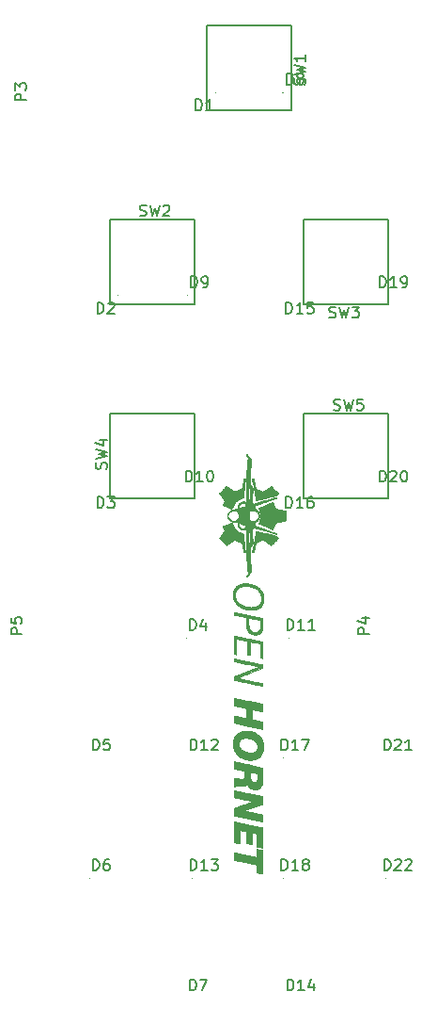
<source format=gbr>
G04 #@! TF.GenerationSoftware,KiCad,Pcbnew,(5.1.4-0-10_14)*
G04 #@! TF.CreationDate,2019-12-22T09:42:40+01:00*
G04 #@! TF.ProjectId,JETT_SELECT_Panel,4a455454-5f53-4454-9c45-43545f50616e,-*
G04 #@! TF.SameCoordinates,Original*
G04 #@! TF.FileFunction,Legend,Top*
G04 #@! TF.FilePolarity,Positive*
%FSLAX46Y46*%
G04 Gerber Fmt 4.6, Leading zero omitted, Abs format (unit mm)*
G04 Created by KiCad (PCBNEW (5.1.4-0-10_14)) date 2019-12-22 09:42:40*
%MOMM*%
%LPD*%
G04 APERTURE LIST*
%ADD10C,0.010000*%
%ADD11C,0.100000*%
%ADD12C,0.150000*%
G04 APERTURE END LIST*
D10*
G36*
X105746550Y-97015981D02*
G01*
X105746550Y-97036662D01*
X105746542Y-97106495D01*
X105746511Y-97168357D01*
X105746450Y-97222744D01*
X105746351Y-97270151D01*
X105746205Y-97311074D01*
X105746005Y-97346008D01*
X105745743Y-97375450D01*
X105745410Y-97399895D01*
X105745000Y-97419839D01*
X105744503Y-97435777D01*
X105743912Y-97448205D01*
X105743219Y-97457618D01*
X105742416Y-97464513D01*
X105741495Y-97469385D01*
X105740448Y-97472730D01*
X105739501Y-97474661D01*
X105731373Y-97484640D01*
X105722503Y-97491128D01*
X105717027Y-97492520D01*
X105703798Y-97495340D01*
X105683385Y-97499479D01*
X105656361Y-97504826D01*
X105623296Y-97511271D01*
X105584763Y-97518704D01*
X105541333Y-97527016D01*
X105493576Y-97536097D01*
X105442065Y-97545836D01*
X105387371Y-97556124D01*
X105330066Y-97566851D01*
X105291012Y-97574132D01*
X105232258Y-97585106D01*
X105175715Y-97595737D01*
X105121958Y-97605916D01*
X105071560Y-97615528D01*
X105025094Y-97624463D01*
X104983136Y-97632609D01*
X104946259Y-97639854D01*
X104915036Y-97646086D01*
X104890042Y-97651194D01*
X104871849Y-97655065D01*
X104861033Y-97657588D01*
X104858219Y-97658457D01*
X104846776Y-97666158D01*
X104837883Y-97674240D01*
X104835225Y-97679251D01*
X104829684Y-97691354D01*
X104821571Y-97709800D01*
X104811197Y-97733837D01*
X104798873Y-97762717D01*
X104784910Y-97795691D01*
X104769618Y-97832008D01*
X104753309Y-97870920D01*
X104736294Y-97911676D01*
X104718883Y-97953527D01*
X104701388Y-97995723D01*
X104684120Y-98037515D01*
X104667388Y-98078154D01*
X104651506Y-98116889D01*
X104636782Y-98152971D01*
X104623529Y-98185651D01*
X104612057Y-98214178D01*
X104602677Y-98237804D01*
X104595700Y-98255779D01*
X104591437Y-98267353D01*
X104590240Y-98271216D01*
X104588802Y-98271621D01*
X104584704Y-98270742D01*
X104577635Y-98268445D01*
X104567281Y-98264593D01*
X104553332Y-98259050D01*
X104535474Y-98251682D01*
X104513395Y-98242351D01*
X104486782Y-98230922D01*
X104455325Y-98217261D01*
X104418709Y-98201229D01*
X104376623Y-98182693D01*
X104328755Y-98161516D01*
X104274792Y-98137563D01*
X104214422Y-98110697D01*
X104147332Y-98080783D01*
X104073211Y-98047686D01*
X103991745Y-98011269D01*
X103974901Y-98003734D01*
X103906547Y-97973154D01*
X103840255Y-97943483D01*
X103776439Y-97914909D01*
X103715516Y-97887617D01*
X103657903Y-97861796D01*
X103604014Y-97837631D01*
X103554266Y-97815310D01*
X103509075Y-97795019D01*
X103468858Y-97776945D01*
X103434029Y-97761275D01*
X103405005Y-97748195D01*
X103382203Y-97737893D01*
X103366037Y-97730554D01*
X103356925Y-97726367D01*
X103354995Y-97725432D01*
X103352959Y-97722802D01*
X103352544Y-97717526D01*
X103353975Y-97708407D01*
X103357478Y-97694249D01*
X103363278Y-97673855D01*
X103367214Y-97660597D01*
X103384653Y-97599754D01*
X103401942Y-97534558D01*
X103418587Y-97467132D01*
X103434097Y-97399599D01*
X103447980Y-97334084D01*
X103459746Y-97272709D01*
X103467134Y-97229084D01*
X103470239Y-97203675D01*
X103472779Y-97171509D01*
X103474732Y-97134277D01*
X103476079Y-97093670D01*
X103476799Y-97051379D01*
X103476871Y-97009097D01*
X103476274Y-96968513D01*
X103474988Y-96931321D01*
X103472992Y-96899210D01*
X103471371Y-96882441D01*
X103464787Y-96833932D01*
X103455621Y-96779131D01*
X103444232Y-96719685D01*
X103430982Y-96657241D01*
X103416232Y-96593445D01*
X103400343Y-96529945D01*
X103383676Y-96468386D01*
X103371231Y-96425641D01*
X103364403Y-96402755D01*
X103358535Y-96382721D01*
X103354027Y-96366932D01*
X103351275Y-96356778D01*
X103350606Y-96353674D01*
X103354432Y-96351676D01*
X103365609Y-96346480D01*
X103383724Y-96338269D01*
X103408364Y-96327225D01*
X103439117Y-96313530D01*
X103475569Y-96297366D01*
X103517309Y-96278914D01*
X103563924Y-96258358D01*
X103615001Y-96235878D01*
X103670128Y-96211658D01*
X103728892Y-96185878D01*
X103790880Y-96158721D01*
X103855679Y-96130370D01*
X103922878Y-96101005D01*
X103966758Y-96081850D01*
X104035343Y-96051928D01*
X104101849Y-96022927D01*
X104165858Y-95995027D01*
X104226954Y-95968410D01*
X104284720Y-95943257D01*
X104338740Y-95919749D01*
X104388595Y-95898067D01*
X104433871Y-95878392D01*
X104474150Y-95860906D01*
X104509015Y-95845789D01*
X104538049Y-95833223D01*
X104560837Y-95823388D01*
X104576961Y-95816466D01*
X104586004Y-95812638D01*
X104587877Y-95811897D01*
X104590428Y-95815543D01*
X104595952Y-95826688D01*
X104604291Y-95844964D01*
X104615287Y-95870004D01*
X104628783Y-95901438D01*
X104644621Y-95938901D01*
X104662643Y-95982022D01*
X104682693Y-96030436D01*
X104704611Y-96083774D01*
X104709363Y-96095385D01*
X104728578Y-96142261D01*
X104747038Y-96187080D01*
X104764469Y-96229188D01*
X104780595Y-96267930D01*
X104795141Y-96302653D01*
X104807833Y-96332703D01*
X104818395Y-96357426D01*
X104826554Y-96376167D01*
X104832034Y-96388274D01*
X104834377Y-96392855D01*
X104844284Y-96403693D01*
X104856722Y-96412686D01*
X104857682Y-96413192D01*
X104864207Y-96415165D01*
X104878670Y-96418555D01*
X104900674Y-96423285D01*
X104929823Y-96429278D01*
X104965721Y-96436456D01*
X105007971Y-96444741D01*
X105056177Y-96454055D01*
X105109944Y-96464320D01*
X105168874Y-96475460D01*
X105232572Y-96487396D01*
X105295127Y-96499028D01*
X105353886Y-96509944D01*
X105410377Y-96520490D01*
X105464032Y-96530559D01*
X105514284Y-96540041D01*
X105560567Y-96548828D01*
X105602314Y-96556811D01*
X105638956Y-96563881D01*
X105669927Y-96569929D01*
X105694660Y-96574848D01*
X105712588Y-96578527D01*
X105723144Y-96580858D01*
X105725825Y-96581620D01*
X105729137Y-96583349D01*
X105732076Y-96585111D01*
X105734665Y-96587393D01*
X105736925Y-96590684D01*
X105738879Y-96595471D01*
X105740550Y-96602243D01*
X105741959Y-96611487D01*
X105743129Y-96623693D01*
X105744081Y-96639347D01*
X105744839Y-96658939D01*
X105745423Y-96682956D01*
X105745858Y-96711886D01*
X105746164Y-96746217D01*
X105746365Y-96786439D01*
X105746481Y-96833037D01*
X105746536Y-96886502D01*
X105746551Y-96947320D01*
X105746550Y-97015981D01*
X105746550Y-97015981D01*
G37*
X105746550Y-97015981D02*
X105746550Y-97036662D01*
X105746542Y-97106495D01*
X105746511Y-97168357D01*
X105746450Y-97222744D01*
X105746351Y-97270151D01*
X105746205Y-97311074D01*
X105746005Y-97346008D01*
X105745743Y-97375450D01*
X105745410Y-97399895D01*
X105745000Y-97419839D01*
X105744503Y-97435777D01*
X105743912Y-97448205D01*
X105743219Y-97457618D01*
X105742416Y-97464513D01*
X105741495Y-97469385D01*
X105740448Y-97472730D01*
X105739501Y-97474661D01*
X105731373Y-97484640D01*
X105722503Y-97491128D01*
X105717027Y-97492520D01*
X105703798Y-97495340D01*
X105683385Y-97499479D01*
X105656361Y-97504826D01*
X105623296Y-97511271D01*
X105584763Y-97518704D01*
X105541333Y-97527016D01*
X105493576Y-97536097D01*
X105442065Y-97545836D01*
X105387371Y-97556124D01*
X105330066Y-97566851D01*
X105291012Y-97574132D01*
X105232258Y-97585106D01*
X105175715Y-97595737D01*
X105121958Y-97605916D01*
X105071560Y-97615528D01*
X105025094Y-97624463D01*
X104983136Y-97632609D01*
X104946259Y-97639854D01*
X104915036Y-97646086D01*
X104890042Y-97651194D01*
X104871849Y-97655065D01*
X104861033Y-97657588D01*
X104858219Y-97658457D01*
X104846776Y-97666158D01*
X104837883Y-97674240D01*
X104835225Y-97679251D01*
X104829684Y-97691354D01*
X104821571Y-97709800D01*
X104811197Y-97733837D01*
X104798873Y-97762717D01*
X104784910Y-97795691D01*
X104769618Y-97832008D01*
X104753309Y-97870920D01*
X104736294Y-97911676D01*
X104718883Y-97953527D01*
X104701388Y-97995723D01*
X104684120Y-98037515D01*
X104667388Y-98078154D01*
X104651506Y-98116889D01*
X104636782Y-98152971D01*
X104623529Y-98185651D01*
X104612057Y-98214178D01*
X104602677Y-98237804D01*
X104595700Y-98255779D01*
X104591437Y-98267353D01*
X104590240Y-98271216D01*
X104588802Y-98271621D01*
X104584704Y-98270742D01*
X104577635Y-98268445D01*
X104567281Y-98264593D01*
X104553332Y-98259050D01*
X104535474Y-98251682D01*
X104513395Y-98242351D01*
X104486782Y-98230922D01*
X104455325Y-98217261D01*
X104418709Y-98201229D01*
X104376623Y-98182693D01*
X104328755Y-98161516D01*
X104274792Y-98137563D01*
X104214422Y-98110697D01*
X104147332Y-98080783D01*
X104073211Y-98047686D01*
X103991745Y-98011269D01*
X103974901Y-98003734D01*
X103906547Y-97973154D01*
X103840255Y-97943483D01*
X103776439Y-97914909D01*
X103715516Y-97887617D01*
X103657903Y-97861796D01*
X103604014Y-97837631D01*
X103554266Y-97815310D01*
X103509075Y-97795019D01*
X103468858Y-97776945D01*
X103434029Y-97761275D01*
X103405005Y-97748195D01*
X103382203Y-97737893D01*
X103366037Y-97730554D01*
X103356925Y-97726367D01*
X103354995Y-97725432D01*
X103352959Y-97722802D01*
X103352544Y-97717526D01*
X103353975Y-97708407D01*
X103357478Y-97694249D01*
X103363278Y-97673855D01*
X103367214Y-97660597D01*
X103384653Y-97599754D01*
X103401942Y-97534558D01*
X103418587Y-97467132D01*
X103434097Y-97399599D01*
X103447980Y-97334084D01*
X103459746Y-97272709D01*
X103467134Y-97229084D01*
X103470239Y-97203675D01*
X103472779Y-97171509D01*
X103474732Y-97134277D01*
X103476079Y-97093670D01*
X103476799Y-97051379D01*
X103476871Y-97009097D01*
X103476274Y-96968513D01*
X103474988Y-96931321D01*
X103472992Y-96899210D01*
X103471371Y-96882441D01*
X103464787Y-96833932D01*
X103455621Y-96779131D01*
X103444232Y-96719685D01*
X103430982Y-96657241D01*
X103416232Y-96593445D01*
X103400343Y-96529945D01*
X103383676Y-96468386D01*
X103371231Y-96425641D01*
X103364403Y-96402755D01*
X103358535Y-96382721D01*
X103354027Y-96366932D01*
X103351275Y-96356778D01*
X103350606Y-96353674D01*
X103354432Y-96351676D01*
X103365609Y-96346480D01*
X103383724Y-96338269D01*
X103408364Y-96327225D01*
X103439117Y-96313530D01*
X103475569Y-96297366D01*
X103517309Y-96278914D01*
X103563924Y-96258358D01*
X103615001Y-96235878D01*
X103670128Y-96211658D01*
X103728892Y-96185878D01*
X103790880Y-96158721D01*
X103855679Y-96130370D01*
X103922878Y-96101005D01*
X103966758Y-96081850D01*
X104035343Y-96051928D01*
X104101849Y-96022927D01*
X104165858Y-95995027D01*
X104226954Y-95968410D01*
X104284720Y-95943257D01*
X104338740Y-95919749D01*
X104388595Y-95898067D01*
X104433871Y-95878392D01*
X104474150Y-95860906D01*
X104509015Y-95845789D01*
X104538049Y-95833223D01*
X104560837Y-95823388D01*
X104576961Y-95816466D01*
X104586004Y-95812638D01*
X104587877Y-95811897D01*
X104590428Y-95815543D01*
X104595952Y-95826688D01*
X104604291Y-95844964D01*
X104615287Y-95870004D01*
X104628783Y-95901438D01*
X104644621Y-95938901D01*
X104662643Y-95982022D01*
X104682693Y-96030436D01*
X104704611Y-96083774D01*
X104709363Y-96095385D01*
X104728578Y-96142261D01*
X104747038Y-96187080D01*
X104764469Y-96229188D01*
X104780595Y-96267930D01*
X104795141Y-96302653D01*
X104807833Y-96332703D01*
X104818395Y-96357426D01*
X104826554Y-96376167D01*
X104832034Y-96388274D01*
X104834377Y-96392855D01*
X104844284Y-96403693D01*
X104856722Y-96412686D01*
X104857682Y-96413192D01*
X104864207Y-96415165D01*
X104878670Y-96418555D01*
X104900674Y-96423285D01*
X104929823Y-96429278D01*
X104965721Y-96436456D01*
X105007971Y-96444741D01*
X105056177Y-96454055D01*
X105109944Y-96464320D01*
X105168874Y-96475460D01*
X105232572Y-96487396D01*
X105295127Y-96499028D01*
X105353886Y-96509944D01*
X105410377Y-96520490D01*
X105464032Y-96530559D01*
X105514284Y-96540041D01*
X105560567Y-96548828D01*
X105602314Y-96556811D01*
X105638956Y-96563881D01*
X105669927Y-96569929D01*
X105694660Y-96574848D01*
X105712588Y-96578527D01*
X105723144Y-96580858D01*
X105725825Y-96581620D01*
X105729137Y-96583349D01*
X105732076Y-96585111D01*
X105734665Y-96587393D01*
X105736925Y-96590684D01*
X105738879Y-96595471D01*
X105740550Y-96602243D01*
X105741959Y-96611487D01*
X105743129Y-96623693D01*
X105744081Y-96639347D01*
X105744839Y-96658939D01*
X105745423Y-96682956D01*
X105745858Y-96711886D01*
X105746164Y-96746217D01*
X105746365Y-96786439D01*
X105746481Y-96833037D01*
X105746536Y-96886502D01*
X105746551Y-96947320D01*
X105746550Y-97015981D01*
G36*
X105084114Y-99057337D02*
G01*
X105080803Y-99061814D01*
X105071967Y-99071752D01*
X105058096Y-99086655D01*
X105039683Y-99106029D01*
X105017220Y-99129379D01*
X104991199Y-99156210D01*
X104962111Y-99186027D01*
X104930448Y-99218334D01*
X104896703Y-99252638D01*
X104861368Y-99288442D01*
X104824934Y-99325253D01*
X104787893Y-99362575D01*
X104750737Y-99399913D01*
X104713959Y-99436773D01*
X104678049Y-99472659D01*
X104643501Y-99507076D01*
X104610805Y-99539530D01*
X104580455Y-99569525D01*
X104552941Y-99596567D01*
X104528756Y-99620161D01*
X104508391Y-99639811D01*
X104492340Y-99655024D01*
X104481093Y-99665303D01*
X104475142Y-99670154D01*
X104474837Y-99670332D01*
X104458838Y-99674871D01*
X104448714Y-99674602D01*
X104442533Y-99671723D01*
X104429490Y-99663997D01*
X104409639Y-99651462D01*
X104383035Y-99634152D01*
X104349733Y-99612105D01*
X104309787Y-99585357D01*
X104263253Y-99553944D01*
X104210184Y-99517903D01*
X104150635Y-99477270D01*
X104085059Y-99432353D01*
X104027647Y-99393033D01*
X103974152Y-99356531D01*
X103924884Y-99323056D01*
X103880154Y-99292813D01*
X103840271Y-99266011D01*
X103805547Y-99242856D01*
X103776291Y-99223556D01*
X103752814Y-99208317D01*
X103735426Y-99197347D01*
X103724438Y-99190854D01*
X103720555Y-99189039D01*
X103707722Y-99187332D01*
X103696820Y-99187745D01*
X103696457Y-99187821D01*
X103690164Y-99190020D01*
X103676912Y-99195263D01*
X103657437Y-99203236D01*
X103632476Y-99213620D01*
X103602764Y-99226100D01*
X103569036Y-99240359D01*
X103532029Y-99256080D01*
X103492479Y-99272946D01*
X103451120Y-99290641D01*
X103408689Y-99308849D01*
X103365922Y-99327252D01*
X103323554Y-99345534D01*
X103282321Y-99363378D01*
X103242959Y-99380468D01*
X103206204Y-99396488D01*
X103172792Y-99411119D01*
X103143457Y-99424047D01*
X103118937Y-99434954D01*
X103099966Y-99443523D01*
X103087281Y-99449438D01*
X103081617Y-99452383D01*
X103081529Y-99452449D01*
X103071695Y-99462421D01*
X103065041Y-99472156D01*
X103063454Y-99477848D01*
X103060447Y-99491286D01*
X103056135Y-99511890D01*
X103050631Y-99539079D01*
X103044047Y-99572272D01*
X103036497Y-99610889D01*
X103028094Y-99654349D01*
X103018951Y-99702072D01*
X103009182Y-99753477D01*
X102998899Y-99807983D01*
X102988215Y-99865010D01*
X102982408Y-99896174D01*
X102969808Y-99963892D01*
X102958650Y-100023784D01*
X102948829Y-100076347D01*
X102940241Y-100122079D01*
X102932781Y-100161477D01*
X102926344Y-100195039D01*
X102920826Y-100223264D01*
X102916122Y-100246647D01*
X102912128Y-100265688D01*
X102908739Y-100280884D01*
X102905851Y-100292732D01*
X102903360Y-100301731D01*
X102901159Y-100308377D01*
X102899146Y-100313169D01*
X102897215Y-100316604D01*
X102895262Y-100319181D01*
X102893182Y-100321395D01*
X102893045Y-100321534D01*
X102880443Y-100334234D01*
X102732417Y-100336896D01*
X102732849Y-100327098D01*
X102733915Y-100321313D01*
X102736836Y-100308055D01*
X102741435Y-100288071D01*
X102747533Y-100262108D01*
X102754953Y-100230912D01*
X102763518Y-100195231D01*
X102773050Y-100155810D01*
X102783372Y-100113396D01*
X102794080Y-100069650D01*
X102817008Y-99975731D01*
X102837758Y-99889612D01*
X102856411Y-99810936D01*
X102873048Y-99739343D01*
X102887753Y-99674476D01*
X102900607Y-99615976D01*
X102911692Y-99563484D01*
X102921089Y-99516642D01*
X102924631Y-99498150D01*
X102927323Y-99483399D01*
X102931295Y-99460947D01*
X102936438Y-99431445D01*
X102942641Y-99395543D01*
X102949791Y-99353893D01*
X102957779Y-99307144D01*
X102966493Y-99255948D01*
X102975823Y-99200955D01*
X102985658Y-99142815D01*
X102995886Y-99082180D01*
X103006396Y-99019700D01*
X103017079Y-98956026D01*
X103018099Y-98949933D01*
X103028609Y-98887412D01*
X103038861Y-98826856D01*
X103048757Y-98768833D01*
X103058195Y-98713912D01*
X103067077Y-98662659D01*
X103075301Y-98615644D01*
X103082768Y-98573434D01*
X103089378Y-98536597D01*
X103095031Y-98505701D01*
X103099627Y-98481315D01*
X103103065Y-98464007D01*
X103105247Y-98454344D01*
X103105579Y-98453204D01*
X103110584Y-98438884D01*
X103114507Y-98431153D01*
X103118511Y-98428438D01*
X103123411Y-98429059D01*
X103130161Y-98430977D01*
X103138727Y-98433251D01*
X103149430Y-98435950D01*
X103162594Y-98439146D01*
X103178541Y-98442910D01*
X103197593Y-98447313D01*
X103220075Y-98452425D01*
X103246307Y-98458318D01*
X103276614Y-98465062D01*
X103311318Y-98472728D01*
X103350740Y-98481387D01*
X103395205Y-98491110D01*
X103445035Y-98501968D01*
X103500553Y-98514032D01*
X103562081Y-98527373D01*
X103629941Y-98542061D01*
X103704458Y-98558167D01*
X103785953Y-98575762D01*
X103874749Y-98594918D01*
X103971169Y-98615704D01*
X104075536Y-98638193D01*
X104078648Y-98638863D01*
X104948629Y-98826283D01*
X105016331Y-98924694D01*
X105034020Y-98950735D01*
X105050080Y-98975012D01*
X105063878Y-98996513D01*
X105074779Y-99014229D01*
X105082148Y-99027152D01*
X105085352Y-99034269D01*
X105085423Y-99034656D01*
X105085474Y-99048072D01*
X105084114Y-99057337D01*
X105084114Y-99057337D01*
G37*
X105084114Y-99057337D02*
X105080803Y-99061814D01*
X105071967Y-99071752D01*
X105058096Y-99086655D01*
X105039683Y-99106029D01*
X105017220Y-99129379D01*
X104991199Y-99156210D01*
X104962111Y-99186027D01*
X104930448Y-99218334D01*
X104896703Y-99252638D01*
X104861368Y-99288442D01*
X104824934Y-99325253D01*
X104787893Y-99362575D01*
X104750737Y-99399913D01*
X104713959Y-99436773D01*
X104678049Y-99472659D01*
X104643501Y-99507076D01*
X104610805Y-99539530D01*
X104580455Y-99569525D01*
X104552941Y-99596567D01*
X104528756Y-99620161D01*
X104508391Y-99639811D01*
X104492340Y-99655024D01*
X104481093Y-99665303D01*
X104475142Y-99670154D01*
X104474837Y-99670332D01*
X104458838Y-99674871D01*
X104448714Y-99674602D01*
X104442533Y-99671723D01*
X104429490Y-99663997D01*
X104409639Y-99651462D01*
X104383035Y-99634152D01*
X104349733Y-99612105D01*
X104309787Y-99585357D01*
X104263253Y-99553944D01*
X104210184Y-99517903D01*
X104150635Y-99477270D01*
X104085059Y-99432353D01*
X104027647Y-99393033D01*
X103974152Y-99356531D01*
X103924884Y-99323056D01*
X103880154Y-99292813D01*
X103840271Y-99266011D01*
X103805547Y-99242856D01*
X103776291Y-99223556D01*
X103752814Y-99208317D01*
X103735426Y-99197347D01*
X103724438Y-99190854D01*
X103720555Y-99189039D01*
X103707722Y-99187332D01*
X103696820Y-99187745D01*
X103696457Y-99187821D01*
X103690164Y-99190020D01*
X103676912Y-99195263D01*
X103657437Y-99203236D01*
X103632476Y-99213620D01*
X103602764Y-99226100D01*
X103569036Y-99240359D01*
X103532029Y-99256080D01*
X103492479Y-99272946D01*
X103451120Y-99290641D01*
X103408689Y-99308849D01*
X103365922Y-99327252D01*
X103323554Y-99345534D01*
X103282321Y-99363378D01*
X103242959Y-99380468D01*
X103206204Y-99396488D01*
X103172792Y-99411119D01*
X103143457Y-99424047D01*
X103118937Y-99434954D01*
X103099966Y-99443523D01*
X103087281Y-99449438D01*
X103081617Y-99452383D01*
X103081529Y-99452449D01*
X103071695Y-99462421D01*
X103065041Y-99472156D01*
X103063454Y-99477848D01*
X103060447Y-99491286D01*
X103056135Y-99511890D01*
X103050631Y-99539079D01*
X103044047Y-99572272D01*
X103036497Y-99610889D01*
X103028094Y-99654349D01*
X103018951Y-99702072D01*
X103009182Y-99753477D01*
X102998899Y-99807983D01*
X102988215Y-99865010D01*
X102982408Y-99896174D01*
X102969808Y-99963892D01*
X102958650Y-100023784D01*
X102948829Y-100076347D01*
X102940241Y-100122079D01*
X102932781Y-100161477D01*
X102926344Y-100195039D01*
X102920826Y-100223264D01*
X102916122Y-100246647D01*
X102912128Y-100265688D01*
X102908739Y-100280884D01*
X102905851Y-100292732D01*
X102903360Y-100301731D01*
X102901159Y-100308377D01*
X102899146Y-100313169D01*
X102897215Y-100316604D01*
X102895262Y-100319181D01*
X102893182Y-100321395D01*
X102893045Y-100321534D01*
X102880443Y-100334234D01*
X102732417Y-100336896D01*
X102732849Y-100327098D01*
X102733915Y-100321313D01*
X102736836Y-100308055D01*
X102741435Y-100288071D01*
X102747533Y-100262108D01*
X102754953Y-100230912D01*
X102763518Y-100195231D01*
X102773050Y-100155810D01*
X102783372Y-100113396D01*
X102794080Y-100069650D01*
X102817008Y-99975731D01*
X102837758Y-99889612D01*
X102856411Y-99810936D01*
X102873048Y-99739343D01*
X102887753Y-99674476D01*
X102900607Y-99615976D01*
X102911692Y-99563484D01*
X102921089Y-99516642D01*
X102924631Y-99498150D01*
X102927323Y-99483399D01*
X102931295Y-99460947D01*
X102936438Y-99431445D01*
X102942641Y-99395543D01*
X102949791Y-99353893D01*
X102957779Y-99307144D01*
X102966493Y-99255948D01*
X102975823Y-99200955D01*
X102985658Y-99142815D01*
X102995886Y-99082180D01*
X103006396Y-99019700D01*
X103017079Y-98956026D01*
X103018099Y-98949933D01*
X103028609Y-98887412D01*
X103038861Y-98826856D01*
X103048757Y-98768833D01*
X103058195Y-98713912D01*
X103067077Y-98662659D01*
X103075301Y-98615644D01*
X103082768Y-98573434D01*
X103089378Y-98536597D01*
X103095031Y-98505701D01*
X103099627Y-98481315D01*
X103103065Y-98464007D01*
X103105247Y-98454344D01*
X103105579Y-98453204D01*
X103110584Y-98438884D01*
X103114507Y-98431153D01*
X103118511Y-98428438D01*
X103123411Y-98429059D01*
X103130161Y-98430977D01*
X103138727Y-98433251D01*
X103149430Y-98435950D01*
X103162594Y-98439146D01*
X103178541Y-98442910D01*
X103197593Y-98447313D01*
X103220075Y-98452425D01*
X103246307Y-98458318D01*
X103276614Y-98465062D01*
X103311318Y-98472728D01*
X103350740Y-98481387D01*
X103395205Y-98491110D01*
X103445035Y-98501968D01*
X103500553Y-98514032D01*
X103562081Y-98527373D01*
X103629941Y-98542061D01*
X103704458Y-98558167D01*
X103785953Y-98575762D01*
X103874749Y-98594918D01*
X103971169Y-98615704D01*
X104075536Y-98638193D01*
X104078648Y-98638863D01*
X104948629Y-98826283D01*
X105016331Y-98924694D01*
X105034020Y-98950735D01*
X105050080Y-98975012D01*
X105063878Y-98996513D01*
X105074779Y-99014229D01*
X105082148Y-99027152D01*
X105085352Y-99034269D01*
X105085423Y-99034656D01*
X105085474Y-99048072D01*
X105084114Y-99057337D01*
G36*
X105086007Y-95027819D02*
G01*
X105085658Y-95033827D01*
X105084354Y-95040028D01*
X105081573Y-95047324D01*
X105076788Y-95056617D01*
X105069477Y-95068809D01*
X105059114Y-95084803D01*
X105045175Y-95105501D01*
X105027136Y-95131805D01*
X105017215Y-95146182D01*
X104948567Y-95245565D01*
X104061860Y-95436773D01*
X103976459Y-95455198D01*
X103893081Y-95473204D01*
X103812116Y-95490706D01*
X103733957Y-95507619D01*
X103658996Y-95523857D01*
X103587625Y-95539335D01*
X103520237Y-95553967D01*
X103457222Y-95567669D01*
X103398973Y-95580355D01*
X103345883Y-95591939D01*
X103298342Y-95602336D01*
X103256744Y-95611461D01*
X103221479Y-95619228D01*
X103192941Y-95625552D01*
X103171521Y-95630348D01*
X103157611Y-95633530D01*
X103151694Y-95634985D01*
X103137555Y-95639241D01*
X103125999Y-95642782D01*
X103121197Y-95644299D01*
X103116910Y-95643915D01*
X103112895Y-95638772D01*
X103108332Y-95627513D01*
X103105110Y-95617638D01*
X103103230Y-95609694D01*
X103100067Y-95593960D01*
X103095722Y-95571001D01*
X103090293Y-95541381D01*
X103083879Y-95505665D01*
X103076580Y-95464415D01*
X103068494Y-95418196D01*
X103059719Y-95367573D01*
X103050357Y-95313108D01*
X103040504Y-95255368D01*
X103030261Y-95194914D01*
X103019725Y-95132312D01*
X103015684Y-95108183D01*
X103001528Y-95023580D01*
X102988634Y-94946646D01*
X102976865Y-94876700D01*
X102966085Y-94813060D01*
X102956159Y-94755045D01*
X102946951Y-94701974D01*
X102938324Y-94653166D01*
X102930143Y-94607938D01*
X102922272Y-94565610D01*
X102914575Y-94525501D01*
X102906916Y-94486928D01*
X102899159Y-94449211D01*
X102891168Y-94411668D01*
X102882807Y-94373619D01*
X102873940Y-94334380D01*
X102864432Y-94293272D01*
X102854146Y-94249613D01*
X102842946Y-94202721D01*
X102830697Y-94151915D01*
X102817262Y-94096514D01*
X102802506Y-94035836D01*
X102798269Y-94018425D01*
X102786965Y-93971891D01*
X102776275Y-93927720D01*
X102766364Y-93886608D01*
X102757399Y-93849254D01*
X102749546Y-93816355D01*
X102742971Y-93788609D01*
X102737841Y-93766712D01*
X102734321Y-93751363D01*
X102732579Y-93743260D01*
X102732417Y-93742200D01*
X102734114Y-93740041D01*
X102739876Y-93738482D01*
X102750714Y-93737444D01*
X102767638Y-93736843D01*
X102791657Y-93736600D01*
X102802068Y-93736584D01*
X102831638Y-93736800D01*
X102854004Y-93737621D01*
X102870424Y-93739297D01*
X102882153Y-93742085D01*
X102890448Y-93746236D01*
X102896565Y-93752005D01*
X102899675Y-93756291D01*
X102901470Y-93761999D01*
X102904682Y-93775609D01*
X102909227Y-93796687D01*
X102915020Y-93824801D01*
X102921976Y-93859521D01*
X102930009Y-93900414D01*
X102939035Y-93947048D01*
X102948970Y-93998991D01*
X102959728Y-94055812D01*
X102971224Y-94117079D01*
X102982549Y-94177913D01*
X102995199Y-94246049D01*
X103006424Y-94306355D01*
X103016327Y-94359331D01*
X103025011Y-94405473D01*
X103032577Y-94445281D01*
X103039127Y-94479252D01*
X103044765Y-94507886D01*
X103049591Y-94531681D01*
X103053709Y-94551134D01*
X103057220Y-94566745D01*
X103060227Y-94579012D01*
X103062831Y-94588432D01*
X103065135Y-94595505D01*
X103067242Y-94600729D01*
X103069253Y-94604602D01*
X103070419Y-94606430D01*
X103072738Y-94609614D01*
X103075525Y-94612712D01*
X103079307Y-94615973D01*
X103084616Y-94619643D01*
X103091979Y-94623970D01*
X103101925Y-94629201D01*
X103114985Y-94635584D01*
X103131686Y-94643366D01*
X103152559Y-94652794D01*
X103178132Y-94664116D01*
X103208934Y-94677579D01*
X103245494Y-94693430D01*
X103288343Y-94711918D01*
X103338008Y-94733288D01*
X103384479Y-94753261D01*
X103442111Y-94778013D01*
X103492503Y-94799603D01*
X103536191Y-94818222D01*
X103573711Y-94834060D01*
X103605597Y-94847308D01*
X103632387Y-94858155D01*
X103654614Y-94866791D01*
X103672815Y-94873407D01*
X103687525Y-94878193D01*
X103699280Y-94881338D01*
X103708616Y-94883034D01*
X103716067Y-94883469D01*
X103722170Y-94882835D01*
X103727459Y-94881321D01*
X103732471Y-94879118D01*
X103735162Y-94877754D01*
X103740259Y-94874536D01*
X103751837Y-94866857D01*
X103769401Y-94855052D01*
X103792458Y-94839459D01*
X103820512Y-94820415D01*
X103853068Y-94798256D01*
X103889634Y-94773319D01*
X103929713Y-94745941D01*
X103972811Y-94716458D01*
X104018434Y-94685208D01*
X104066088Y-94652527D01*
X104087376Y-94637914D01*
X104135728Y-94604749D01*
X104182250Y-94572902D01*
X104226450Y-94542708D01*
X104267835Y-94514499D01*
X104305912Y-94488610D01*
X104340190Y-94465374D01*
X104370175Y-94445125D01*
X104395375Y-94428196D01*
X104415297Y-94414921D01*
X104429448Y-94405634D01*
X104437337Y-94400668D01*
X104438700Y-94399937D01*
X104443139Y-94398199D01*
X104447277Y-94396854D01*
X104451480Y-94396225D01*
X104456113Y-94396638D01*
X104461543Y-94398417D01*
X104468133Y-94401886D01*
X104476251Y-94407370D01*
X104486262Y-94415193D01*
X104498531Y-94425680D01*
X104513423Y-94439155D01*
X104531305Y-94455942D01*
X104552542Y-94476367D01*
X104577499Y-94500753D01*
X104606542Y-94529425D01*
X104640037Y-94562707D01*
X104678349Y-94600924D01*
X104721844Y-94644401D01*
X104770887Y-94693461D01*
X104782450Y-94705028D01*
X105086150Y-95008838D01*
X105086007Y-95027819D01*
X105086007Y-95027819D01*
G37*
X105086007Y-95027819D02*
X105085658Y-95033827D01*
X105084354Y-95040028D01*
X105081573Y-95047324D01*
X105076788Y-95056617D01*
X105069477Y-95068809D01*
X105059114Y-95084803D01*
X105045175Y-95105501D01*
X105027136Y-95131805D01*
X105017215Y-95146182D01*
X104948567Y-95245565D01*
X104061860Y-95436773D01*
X103976459Y-95455198D01*
X103893081Y-95473204D01*
X103812116Y-95490706D01*
X103733957Y-95507619D01*
X103658996Y-95523857D01*
X103587625Y-95539335D01*
X103520237Y-95553967D01*
X103457222Y-95567669D01*
X103398973Y-95580355D01*
X103345883Y-95591939D01*
X103298342Y-95602336D01*
X103256744Y-95611461D01*
X103221479Y-95619228D01*
X103192941Y-95625552D01*
X103171521Y-95630348D01*
X103157611Y-95633530D01*
X103151694Y-95634985D01*
X103137555Y-95639241D01*
X103125999Y-95642782D01*
X103121197Y-95644299D01*
X103116910Y-95643915D01*
X103112895Y-95638772D01*
X103108332Y-95627513D01*
X103105110Y-95617638D01*
X103103230Y-95609694D01*
X103100067Y-95593960D01*
X103095722Y-95571001D01*
X103090293Y-95541381D01*
X103083879Y-95505665D01*
X103076580Y-95464415D01*
X103068494Y-95418196D01*
X103059719Y-95367573D01*
X103050357Y-95313108D01*
X103040504Y-95255368D01*
X103030261Y-95194914D01*
X103019725Y-95132312D01*
X103015684Y-95108183D01*
X103001528Y-95023580D01*
X102988634Y-94946646D01*
X102976865Y-94876700D01*
X102966085Y-94813060D01*
X102956159Y-94755045D01*
X102946951Y-94701974D01*
X102938324Y-94653166D01*
X102930143Y-94607938D01*
X102922272Y-94565610D01*
X102914575Y-94525501D01*
X102906916Y-94486928D01*
X102899159Y-94449211D01*
X102891168Y-94411668D01*
X102882807Y-94373619D01*
X102873940Y-94334380D01*
X102864432Y-94293272D01*
X102854146Y-94249613D01*
X102842946Y-94202721D01*
X102830697Y-94151915D01*
X102817262Y-94096514D01*
X102802506Y-94035836D01*
X102798269Y-94018425D01*
X102786965Y-93971891D01*
X102776275Y-93927720D01*
X102766364Y-93886608D01*
X102757399Y-93849254D01*
X102749546Y-93816355D01*
X102742971Y-93788609D01*
X102737841Y-93766712D01*
X102734321Y-93751363D01*
X102732579Y-93743260D01*
X102732417Y-93742200D01*
X102734114Y-93740041D01*
X102739876Y-93738482D01*
X102750714Y-93737444D01*
X102767638Y-93736843D01*
X102791657Y-93736600D01*
X102802068Y-93736584D01*
X102831638Y-93736800D01*
X102854004Y-93737621D01*
X102870424Y-93739297D01*
X102882153Y-93742085D01*
X102890448Y-93746236D01*
X102896565Y-93752005D01*
X102899675Y-93756291D01*
X102901470Y-93761999D01*
X102904682Y-93775609D01*
X102909227Y-93796687D01*
X102915020Y-93824801D01*
X102921976Y-93859521D01*
X102930009Y-93900414D01*
X102939035Y-93947048D01*
X102948970Y-93998991D01*
X102959728Y-94055812D01*
X102971224Y-94117079D01*
X102982549Y-94177913D01*
X102995199Y-94246049D01*
X103006424Y-94306355D01*
X103016327Y-94359331D01*
X103025011Y-94405473D01*
X103032577Y-94445281D01*
X103039127Y-94479252D01*
X103044765Y-94507886D01*
X103049591Y-94531681D01*
X103053709Y-94551134D01*
X103057220Y-94566745D01*
X103060227Y-94579012D01*
X103062831Y-94588432D01*
X103065135Y-94595505D01*
X103067242Y-94600729D01*
X103069253Y-94604602D01*
X103070419Y-94606430D01*
X103072738Y-94609614D01*
X103075525Y-94612712D01*
X103079307Y-94615973D01*
X103084616Y-94619643D01*
X103091979Y-94623970D01*
X103101925Y-94629201D01*
X103114985Y-94635584D01*
X103131686Y-94643366D01*
X103152559Y-94652794D01*
X103178132Y-94664116D01*
X103208934Y-94677579D01*
X103245494Y-94693430D01*
X103288343Y-94711918D01*
X103338008Y-94733288D01*
X103384479Y-94753261D01*
X103442111Y-94778013D01*
X103492503Y-94799603D01*
X103536191Y-94818222D01*
X103573711Y-94834060D01*
X103605597Y-94847308D01*
X103632387Y-94858155D01*
X103654614Y-94866791D01*
X103672815Y-94873407D01*
X103687525Y-94878193D01*
X103699280Y-94881338D01*
X103708616Y-94883034D01*
X103716067Y-94883469D01*
X103722170Y-94882835D01*
X103727459Y-94881321D01*
X103732471Y-94879118D01*
X103735162Y-94877754D01*
X103740259Y-94874536D01*
X103751837Y-94866857D01*
X103769401Y-94855052D01*
X103792458Y-94839459D01*
X103820512Y-94820415D01*
X103853068Y-94798256D01*
X103889634Y-94773319D01*
X103929713Y-94745941D01*
X103972811Y-94716458D01*
X104018434Y-94685208D01*
X104066088Y-94652527D01*
X104087376Y-94637914D01*
X104135728Y-94604749D01*
X104182250Y-94572902D01*
X104226450Y-94542708D01*
X104267835Y-94514499D01*
X104305912Y-94488610D01*
X104340190Y-94465374D01*
X104370175Y-94445125D01*
X104395375Y-94428196D01*
X104415297Y-94414921D01*
X104429448Y-94405634D01*
X104437337Y-94400668D01*
X104438700Y-94399937D01*
X104443139Y-94398199D01*
X104447277Y-94396854D01*
X104451480Y-94396225D01*
X104456113Y-94396638D01*
X104461543Y-94398417D01*
X104468133Y-94401886D01*
X104476251Y-94407370D01*
X104486262Y-94415193D01*
X104498531Y-94425680D01*
X104513423Y-94439155D01*
X104531305Y-94455942D01*
X104552542Y-94476367D01*
X104577499Y-94500753D01*
X104606542Y-94529425D01*
X104640037Y-94562707D01*
X104678349Y-94600924D01*
X104721844Y-94644401D01*
X104770887Y-94693461D01*
X104782450Y-94705028D01*
X105086150Y-95008838D01*
X105086007Y-95027819D01*
G36*
X103706080Y-128258253D02*
G01*
X103706067Y-128349760D01*
X103706047Y-128438665D01*
X103706020Y-128524609D01*
X103705985Y-128607231D01*
X103705943Y-128686174D01*
X103705896Y-128761076D01*
X103705842Y-128831578D01*
X103705783Y-128897322D01*
X103705718Y-128957947D01*
X103705649Y-129013094D01*
X103705575Y-129062404D01*
X103705496Y-129105516D01*
X103705414Y-129142073D01*
X103705329Y-129171713D01*
X103705240Y-129194077D01*
X103705149Y-129208807D01*
X103705055Y-129215542D01*
X103705026Y-129215951D01*
X103700812Y-129215062D01*
X103689014Y-129212564D01*
X103670328Y-129208605D01*
X103645452Y-129203334D01*
X103615082Y-129196897D01*
X103579917Y-129189443D01*
X103540653Y-129181119D01*
X103497988Y-129172073D01*
X103452619Y-129162454D01*
X103439384Y-129159647D01*
X103174800Y-129103544D01*
X103173718Y-128751774D01*
X103173491Y-128686344D01*
X103173235Y-128628936D01*
X103172940Y-128579103D01*
X103172600Y-128536402D01*
X103172205Y-128500387D01*
X103171748Y-128470612D01*
X103171221Y-128446632D01*
X103170617Y-128428003D01*
X103169926Y-128414278D01*
X103169141Y-128405013D01*
X103168254Y-128399762D01*
X103167368Y-128398103D01*
X103162812Y-128397063D01*
X103150329Y-128394337D01*
X103130271Y-128390000D01*
X103102993Y-128384127D01*
X103068847Y-128376794D01*
X103028189Y-128368078D01*
X102981370Y-128358052D01*
X102928745Y-128346793D01*
X102870667Y-128334376D01*
X102807490Y-128320878D01*
X102739567Y-128306372D01*
X102667253Y-128290936D01*
X102590899Y-128274644D01*
X102510861Y-128257573D01*
X102427491Y-128239797D01*
X102341144Y-128221392D01*
X102252172Y-128202434D01*
X102160929Y-128182999D01*
X102130260Y-128176467D01*
X101098419Y-127956734D01*
X101098385Y-127623359D01*
X101098430Y-127555790D01*
X101098581Y-127495518D01*
X101098835Y-127442687D01*
X101099190Y-127397442D01*
X101099645Y-127359926D01*
X101100197Y-127330283D01*
X101100845Y-127308658D01*
X101101588Y-127295195D01*
X101102422Y-127290038D01*
X101102523Y-127289984D01*
X101106981Y-127290848D01*
X101119369Y-127293391D01*
X101139334Y-127297538D01*
X101166522Y-127303216D01*
X101200579Y-127310349D01*
X101241153Y-127318863D01*
X101287890Y-127328684D01*
X101340437Y-127339738D01*
X101398440Y-127351949D01*
X101461547Y-127365244D01*
X101529403Y-127379547D01*
X101601655Y-127394786D01*
X101677951Y-127410885D01*
X101757936Y-127427769D01*
X101841257Y-127445365D01*
X101927562Y-127463597D01*
X102016496Y-127482393D01*
X102107707Y-127501676D01*
X102137613Y-127508000D01*
X102229456Y-127527421D01*
X102319122Y-127546378D01*
X102406257Y-127564797D01*
X102490511Y-127582604D01*
X102571531Y-127599723D01*
X102648963Y-127616081D01*
X102722456Y-127631604D01*
X102791658Y-127646216D01*
X102856215Y-127659844D01*
X102915776Y-127672413D01*
X102969989Y-127683849D01*
X103018500Y-127694077D01*
X103060957Y-127703024D01*
X103097008Y-127710614D01*
X103126301Y-127716773D01*
X103148483Y-127721428D01*
X103163202Y-127724502D01*
X103170105Y-127725923D01*
X103170608Y-127726017D01*
X103170921Y-127721886D01*
X103171219Y-127709901D01*
X103171500Y-127690675D01*
X103171759Y-127664822D01*
X103171994Y-127632953D01*
X103172200Y-127595683D01*
X103172374Y-127553623D01*
X103172513Y-127507388D01*
X103172613Y-127457589D01*
X103172671Y-127404840D01*
X103172684Y-127364067D01*
X103172722Y-127309522D01*
X103172832Y-127257471D01*
X103173009Y-127208527D01*
X103173247Y-127163304D01*
X103173541Y-127122414D01*
X103173884Y-127086470D01*
X103174271Y-127056086D01*
X103174697Y-127031873D01*
X103175155Y-127014445D01*
X103175641Y-127004416D01*
X103176016Y-127002117D01*
X103180645Y-127002965D01*
X103192835Y-127005411D01*
X103211862Y-127009303D01*
X103237000Y-127014492D01*
X103267528Y-127020827D01*
X103302719Y-127028158D01*
X103341851Y-127036335D01*
X103384200Y-127045207D01*
X103429041Y-127054624D01*
X103431074Y-127055052D01*
X103476308Y-127064564D01*
X103519313Y-127073606D01*
X103559332Y-127082021D01*
X103595610Y-127089648D01*
X103627391Y-127096330D01*
X103653918Y-127101906D01*
X103674436Y-127106219D01*
X103688189Y-127109109D01*
X103694419Y-127110417D01*
X103694442Y-127110421D01*
X103706084Y-127112856D01*
X103706084Y-128164503D01*
X103706080Y-128258253D01*
X103706080Y-128258253D01*
G37*
X103706080Y-128258253D02*
X103706067Y-128349760D01*
X103706047Y-128438665D01*
X103706020Y-128524609D01*
X103705985Y-128607231D01*
X103705943Y-128686174D01*
X103705896Y-128761076D01*
X103705842Y-128831578D01*
X103705783Y-128897322D01*
X103705718Y-128957947D01*
X103705649Y-129013094D01*
X103705575Y-129062404D01*
X103705496Y-129105516D01*
X103705414Y-129142073D01*
X103705329Y-129171713D01*
X103705240Y-129194077D01*
X103705149Y-129208807D01*
X103705055Y-129215542D01*
X103705026Y-129215951D01*
X103700812Y-129215062D01*
X103689014Y-129212564D01*
X103670328Y-129208605D01*
X103645452Y-129203334D01*
X103615082Y-129196897D01*
X103579917Y-129189443D01*
X103540653Y-129181119D01*
X103497988Y-129172073D01*
X103452619Y-129162454D01*
X103439384Y-129159647D01*
X103174800Y-129103544D01*
X103173718Y-128751774D01*
X103173491Y-128686344D01*
X103173235Y-128628936D01*
X103172940Y-128579103D01*
X103172600Y-128536402D01*
X103172205Y-128500387D01*
X103171748Y-128470612D01*
X103171221Y-128446632D01*
X103170617Y-128428003D01*
X103169926Y-128414278D01*
X103169141Y-128405013D01*
X103168254Y-128399762D01*
X103167368Y-128398103D01*
X103162812Y-128397063D01*
X103150329Y-128394337D01*
X103130271Y-128390000D01*
X103102993Y-128384127D01*
X103068847Y-128376794D01*
X103028189Y-128368078D01*
X102981370Y-128358052D01*
X102928745Y-128346793D01*
X102870667Y-128334376D01*
X102807490Y-128320878D01*
X102739567Y-128306372D01*
X102667253Y-128290936D01*
X102590899Y-128274644D01*
X102510861Y-128257573D01*
X102427491Y-128239797D01*
X102341144Y-128221392D01*
X102252172Y-128202434D01*
X102160929Y-128182999D01*
X102130260Y-128176467D01*
X101098419Y-127956734D01*
X101098385Y-127623359D01*
X101098430Y-127555790D01*
X101098581Y-127495518D01*
X101098835Y-127442687D01*
X101099190Y-127397442D01*
X101099645Y-127359926D01*
X101100197Y-127330283D01*
X101100845Y-127308658D01*
X101101588Y-127295195D01*
X101102422Y-127290038D01*
X101102523Y-127289984D01*
X101106981Y-127290848D01*
X101119369Y-127293391D01*
X101139334Y-127297538D01*
X101166522Y-127303216D01*
X101200579Y-127310349D01*
X101241153Y-127318863D01*
X101287890Y-127328684D01*
X101340437Y-127339738D01*
X101398440Y-127351949D01*
X101461547Y-127365244D01*
X101529403Y-127379547D01*
X101601655Y-127394786D01*
X101677951Y-127410885D01*
X101757936Y-127427769D01*
X101841257Y-127445365D01*
X101927562Y-127463597D01*
X102016496Y-127482393D01*
X102107707Y-127501676D01*
X102137613Y-127508000D01*
X102229456Y-127527421D01*
X102319122Y-127546378D01*
X102406257Y-127564797D01*
X102490511Y-127582604D01*
X102571531Y-127599723D01*
X102648963Y-127616081D01*
X102722456Y-127631604D01*
X102791658Y-127646216D01*
X102856215Y-127659844D01*
X102915776Y-127672413D01*
X102969989Y-127683849D01*
X103018500Y-127694077D01*
X103060957Y-127703024D01*
X103097008Y-127710614D01*
X103126301Y-127716773D01*
X103148483Y-127721428D01*
X103163202Y-127724502D01*
X103170105Y-127725923D01*
X103170608Y-127726017D01*
X103170921Y-127721886D01*
X103171219Y-127709901D01*
X103171500Y-127690675D01*
X103171759Y-127664822D01*
X103171994Y-127632953D01*
X103172200Y-127595683D01*
X103172374Y-127553623D01*
X103172513Y-127507388D01*
X103172613Y-127457589D01*
X103172671Y-127404840D01*
X103172684Y-127364067D01*
X103172722Y-127309522D01*
X103172832Y-127257471D01*
X103173009Y-127208527D01*
X103173247Y-127163304D01*
X103173541Y-127122414D01*
X103173884Y-127086470D01*
X103174271Y-127056086D01*
X103174697Y-127031873D01*
X103175155Y-127014445D01*
X103175641Y-127004416D01*
X103176016Y-127002117D01*
X103180645Y-127002965D01*
X103192835Y-127005411D01*
X103211862Y-127009303D01*
X103237000Y-127014492D01*
X103267528Y-127020827D01*
X103302719Y-127028158D01*
X103341851Y-127036335D01*
X103384200Y-127045207D01*
X103429041Y-127054624D01*
X103431074Y-127055052D01*
X103476308Y-127064564D01*
X103519313Y-127073606D01*
X103559332Y-127082021D01*
X103595610Y-127089648D01*
X103627391Y-127096330D01*
X103653918Y-127101906D01*
X103674436Y-127106219D01*
X103688189Y-127109109D01*
X103694419Y-127110417D01*
X103694442Y-127110421D01*
X103706084Y-127112856D01*
X103706084Y-128164503D01*
X103706080Y-128258253D01*
G36*
X103706069Y-126064654D02*
G01*
X103706026Y-126149103D01*
X103705956Y-126230894D01*
X103705860Y-126309638D01*
X103705740Y-126384947D01*
X103705596Y-126456432D01*
X103705431Y-126523706D01*
X103705246Y-126586379D01*
X103705042Y-126644064D01*
X103704821Y-126696371D01*
X103704583Y-126742913D01*
X103704331Y-126783301D01*
X103704065Y-126817147D01*
X103703787Y-126844062D01*
X103703498Y-126863658D01*
X103703201Y-126875547D01*
X103702909Y-126879348D01*
X103698308Y-126878505D01*
X103686141Y-126876077D01*
X103667129Y-126872212D01*
X103641993Y-126867059D01*
X103611454Y-126860767D01*
X103576232Y-126853483D01*
X103537049Y-126845357D01*
X103494626Y-126836537D01*
X103449683Y-126827172D01*
X103446134Y-126826431D01*
X103401014Y-126817029D01*
X103358347Y-126808160D01*
X103318855Y-126799974D01*
X103283262Y-126792620D01*
X103252288Y-126786246D01*
X103226658Y-126781000D01*
X103207092Y-126777032D01*
X103194315Y-126774489D01*
X103189047Y-126773522D01*
X103188974Y-126773517D01*
X103188540Y-126769364D01*
X103188105Y-126757231D01*
X103187673Y-126737602D01*
X103187250Y-126710964D01*
X103186838Y-126677801D01*
X103186441Y-126638600D01*
X103186063Y-126593846D01*
X103185709Y-126544024D01*
X103185382Y-126489621D01*
X103185085Y-126431123D01*
X103184824Y-126369013D01*
X103184601Y-126303779D01*
X103184421Y-126235906D01*
X103184341Y-126196927D01*
X103183267Y-125620337D01*
X102950434Y-125570531D01*
X102907195Y-125561299D01*
X102866377Y-125552617D01*
X102828742Y-125544645D01*
X102795050Y-125537543D01*
X102766063Y-125531470D01*
X102742543Y-125526586D01*
X102725251Y-125523051D01*
X102714948Y-125521024D01*
X102712309Y-125520588D01*
X102711501Y-125522102D01*
X102710774Y-125526937D01*
X102710124Y-125535464D01*
X102709549Y-125548055D01*
X102709043Y-125565082D01*
X102708604Y-125586916D01*
X102708227Y-125613930D01*
X102707909Y-125646494D01*
X102707646Y-125684980D01*
X102707435Y-125729761D01*
X102707271Y-125781207D01*
X102707151Y-125839691D01*
X102707071Y-125905584D01*
X102707028Y-125979258D01*
X102707017Y-126047837D01*
X102707017Y-126575223D01*
X102695375Y-126572791D01*
X102689183Y-126571490D01*
X102675481Y-126568604D01*
X102655044Y-126564297D01*
X102628646Y-126558733D01*
X102597063Y-126552075D01*
X102561069Y-126544485D01*
X102521438Y-126536128D01*
X102478946Y-126527167D01*
X102442776Y-126519538D01*
X102398828Y-126510282D01*
X102357346Y-126501568D01*
X102319072Y-126493553D01*
X102284748Y-126486389D01*
X102255113Y-126480230D01*
X102230909Y-126475232D01*
X102212878Y-126471548D01*
X102201760Y-126469331D01*
X102198301Y-126468717D01*
X102197861Y-126464568D01*
X102197437Y-126452459D01*
X102197032Y-126432898D01*
X102196650Y-126406391D01*
X102196294Y-126373445D01*
X102195967Y-126334568D01*
X102195673Y-126290265D01*
X102195415Y-126241045D01*
X102195196Y-126187414D01*
X102195020Y-126129878D01*
X102194891Y-126068946D01*
X102194811Y-126005124D01*
X102194784Y-125939631D01*
X102194784Y-125410545D01*
X102185259Y-125408332D01*
X102177148Y-125406549D01*
X102161964Y-125403312D01*
X102140535Y-125398792D01*
X102113690Y-125393160D01*
X102082258Y-125386590D01*
X102047067Y-125379251D01*
X102008946Y-125371317D01*
X101968723Y-125362958D01*
X101927227Y-125354346D01*
X101885286Y-125345653D01*
X101843730Y-125337051D01*
X101803386Y-125328711D01*
X101765083Y-125320805D01*
X101729650Y-125313505D01*
X101697916Y-125306982D01*
X101670708Y-125301408D01*
X101648856Y-125296955D01*
X101633188Y-125293794D01*
X101624533Y-125292097D01*
X101623067Y-125291850D01*
X101622492Y-125296047D01*
X101621956Y-125308493D01*
X101621460Y-125328971D01*
X101621007Y-125357262D01*
X101620597Y-125393150D01*
X101620231Y-125436416D01*
X101619913Y-125486844D01*
X101619642Y-125544215D01*
X101619420Y-125608312D01*
X101619249Y-125678917D01*
X101619129Y-125755813D01*
X101619064Y-125838783D01*
X101619051Y-125899619D01*
X101619047Y-125983427D01*
X101619032Y-126059173D01*
X101619002Y-126127261D01*
X101618951Y-126188097D01*
X101618874Y-126242084D01*
X101618767Y-126289627D01*
X101618624Y-126331130D01*
X101618441Y-126366999D01*
X101618212Y-126397637D01*
X101617933Y-126423449D01*
X101617599Y-126444840D01*
X101617204Y-126462214D01*
X101616744Y-126475977D01*
X101616214Y-126486531D01*
X101615609Y-126494282D01*
X101614923Y-126499635D01*
X101614153Y-126502993D01*
X101613293Y-126504763D01*
X101612337Y-126505347D01*
X101611642Y-126505276D01*
X101606275Y-126504033D01*
X101593365Y-126501179D01*
X101573650Y-126496874D01*
X101547866Y-126491277D01*
X101516750Y-126484548D01*
X101481040Y-126476845D01*
X101441472Y-126468329D01*
X101398784Y-126459158D01*
X101353712Y-126449493D01*
X101351292Y-126448974D01*
X101098350Y-126394783D01*
X101098350Y-124520466D01*
X101107875Y-124522787D01*
X101112731Y-124523842D01*
X101125551Y-124526591D01*
X101146018Y-124530964D01*
X101173813Y-124536894D01*
X101208620Y-124544314D01*
X101250121Y-124553157D01*
X101297998Y-124563354D01*
X101351933Y-124574837D01*
X101411610Y-124587541D01*
X101476710Y-124601396D01*
X101546917Y-124616335D01*
X101621911Y-124632291D01*
X101701376Y-124649196D01*
X101784995Y-124666982D01*
X101872449Y-124685582D01*
X101963421Y-124704929D01*
X102057594Y-124724954D01*
X102154649Y-124745591D01*
X102254270Y-124766771D01*
X102356138Y-124788427D01*
X102404334Y-124798672D01*
X102507117Y-124820523D01*
X102607789Y-124841928D01*
X102706032Y-124862820D01*
X102801529Y-124883132D01*
X102893963Y-124902796D01*
X102983018Y-124921745D01*
X103068377Y-124939910D01*
X103149722Y-124957225D01*
X103226737Y-124973623D01*
X103299106Y-124989034D01*
X103366510Y-125003393D01*
X103428633Y-125016632D01*
X103485159Y-125028682D01*
X103535770Y-125039478D01*
X103580150Y-125048950D01*
X103617981Y-125057032D01*
X103648947Y-125063655D01*
X103672731Y-125068754D01*
X103689016Y-125072259D01*
X103697485Y-125074105D01*
X103698676Y-125074379D01*
X103699522Y-125074923D01*
X103700301Y-125076269D01*
X103701017Y-125078751D01*
X103701671Y-125082704D01*
X103702266Y-125088461D01*
X103702806Y-125096358D01*
X103703292Y-125106727D01*
X103703728Y-125119904D01*
X103704116Y-125136222D01*
X103704460Y-125156016D01*
X103704761Y-125179621D01*
X103705023Y-125207369D01*
X103705248Y-125239597D01*
X103705439Y-125276637D01*
X103705598Y-125318824D01*
X103705730Y-125366492D01*
X103705835Y-125419976D01*
X103705918Y-125479610D01*
X103705980Y-125545728D01*
X103706025Y-125618664D01*
X103706055Y-125698753D01*
X103706073Y-125786328D01*
X103706082Y-125881725D01*
X103706084Y-125977935D01*
X103706069Y-126064654D01*
X103706069Y-126064654D01*
G37*
X103706069Y-126064654D02*
X103706026Y-126149103D01*
X103705956Y-126230894D01*
X103705860Y-126309638D01*
X103705740Y-126384947D01*
X103705596Y-126456432D01*
X103705431Y-126523706D01*
X103705246Y-126586379D01*
X103705042Y-126644064D01*
X103704821Y-126696371D01*
X103704583Y-126742913D01*
X103704331Y-126783301D01*
X103704065Y-126817147D01*
X103703787Y-126844062D01*
X103703498Y-126863658D01*
X103703201Y-126875547D01*
X103702909Y-126879348D01*
X103698308Y-126878505D01*
X103686141Y-126876077D01*
X103667129Y-126872212D01*
X103641993Y-126867059D01*
X103611454Y-126860767D01*
X103576232Y-126853483D01*
X103537049Y-126845357D01*
X103494626Y-126836537D01*
X103449683Y-126827172D01*
X103446134Y-126826431D01*
X103401014Y-126817029D01*
X103358347Y-126808160D01*
X103318855Y-126799974D01*
X103283262Y-126792620D01*
X103252288Y-126786246D01*
X103226658Y-126781000D01*
X103207092Y-126777032D01*
X103194315Y-126774489D01*
X103189047Y-126773522D01*
X103188974Y-126773517D01*
X103188540Y-126769364D01*
X103188105Y-126757231D01*
X103187673Y-126737602D01*
X103187250Y-126710964D01*
X103186838Y-126677801D01*
X103186441Y-126638600D01*
X103186063Y-126593846D01*
X103185709Y-126544024D01*
X103185382Y-126489621D01*
X103185085Y-126431123D01*
X103184824Y-126369013D01*
X103184601Y-126303779D01*
X103184421Y-126235906D01*
X103184341Y-126196927D01*
X103183267Y-125620337D01*
X102950434Y-125570531D01*
X102907195Y-125561299D01*
X102866377Y-125552617D01*
X102828742Y-125544645D01*
X102795050Y-125537543D01*
X102766063Y-125531470D01*
X102742543Y-125526586D01*
X102725251Y-125523051D01*
X102714948Y-125521024D01*
X102712309Y-125520588D01*
X102711501Y-125522102D01*
X102710774Y-125526937D01*
X102710124Y-125535464D01*
X102709549Y-125548055D01*
X102709043Y-125565082D01*
X102708604Y-125586916D01*
X102708227Y-125613930D01*
X102707909Y-125646494D01*
X102707646Y-125684980D01*
X102707435Y-125729761D01*
X102707271Y-125781207D01*
X102707151Y-125839691D01*
X102707071Y-125905584D01*
X102707028Y-125979258D01*
X102707017Y-126047837D01*
X102707017Y-126575223D01*
X102695375Y-126572791D01*
X102689183Y-126571490D01*
X102675481Y-126568604D01*
X102655044Y-126564297D01*
X102628646Y-126558733D01*
X102597063Y-126552075D01*
X102561069Y-126544485D01*
X102521438Y-126536128D01*
X102478946Y-126527167D01*
X102442776Y-126519538D01*
X102398828Y-126510282D01*
X102357346Y-126501568D01*
X102319072Y-126493553D01*
X102284748Y-126486389D01*
X102255113Y-126480230D01*
X102230909Y-126475232D01*
X102212878Y-126471548D01*
X102201760Y-126469331D01*
X102198301Y-126468717D01*
X102197861Y-126464568D01*
X102197437Y-126452459D01*
X102197032Y-126432898D01*
X102196650Y-126406391D01*
X102196294Y-126373445D01*
X102195967Y-126334568D01*
X102195673Y-126290265D01*
X102195415Y-126241045D01*
X102195196Y-126187414D01*
X102195020Y-126129878D01*
X102194891Y-126068946D01*
X102194811Y-126005124D01*
X102194784Y-125939631D01*
X102194784Y-125410545D01*
X102185259Y-125408332D01*
X102177148Y-125406549D01*
X102161964Y-125403312D01*
X102140535Y-125398792D01*
X102113690Y-125393160D01*
X102082258Y-125386590D01*
X102047067Y-125379251D01*
X102008946Y-125371317D01*
X101968723Y-125362958D01*
X101927227Y-125354346D01*
X101885286Y-125345653D01*
X101843730Y-125337051D01*
X101803386Y-125328711D01*
X101765083Y-125320805D01*
X101729650Y-125313505D01*
X101697916Y-125306982D01*
X101670708Y-125301408D01*
X101648856Y-125296955D01*
X101633188Y-125293794D01*
X101624533Y-125292097D01*
X101623067Y-125291850D01*
X101622492Y-125296047D01*
X101621956Y-125308493D01*
X101621460Y-125328971D01*
X101621007Y-125357262D01*
X101620597Y-125393150D01*
X101620231Y-125436416D01*
X101619913Y-125486844D01*
X101619642Y-125544215D01*
X101619420Y-125608312D01*
X101619249Y-125678917D01*
X101619129Y-125755813D01*
X101619064Y-125838783D01*
X101619051Y-125899619D01*
X101619047Y-125983427D01*
X101619032Y-126059173D01*
X101619002Y-126127261D01*
X101618951Y-126188097D01*
X101618874Y-126242084D01*
X101618767Y-126289627D01*
X101618624Y-126331130D01*
X101618441Y-126366999D01*
X101618212Y-126397637D01*
X101617933Y-126423449D01*
X101617599Y-126444840D01*
X101617204Y-126462214D01*
X101616744Y-126475977D01*
X101616214Y-126486531D01*
X101615609Y-126494282D01*
X101614923Y-126499635D01*
X101614153Y-126502993D01*
X101613293Y-126504763D01*
X101612337Y-126505347D01*
X101611642Y-126505276D01*
X101606275Y-126504033D01*
X101593365Y-126501179D01*
X101573650Y-126496874D01*
X101547866Y-126491277D01*
X101516750Y-126484548D01*
X101481040Y-126476845D01*
X101441472Y-126468329D01*
X101398784Y-126459158D01*
X101353712Y-126449493D01*
X101351292Y-126448974D01*
X101098350Y-126394783D01*
X101098350Y-124520466D01*
X101107875Y-124522787D01*
X101112731Y-124523842D01*
X101125551Y-124526591D01*
X101146018Y-124530964D01*
X101173813Y-124536894D01*
X101208620Y-124544314D01*
X101250121Y-124553157D01*
X101297998Y-124563354D01*
X101351933Y-124574837D01*
X101411610Y-124587541D01*
X101476710Y-124601396D01*
X101546917Y-124616335D01*
X101621911Y-124632291D01*
X101701376Y-124649196D01*
X101784995Y-124666982D01*
X101872449Y-124685582D01*
X101963421Y-124704929D01*
X102057594Y-124724954D01*
X102154649Y-124745591D01*
X102254270Y-124766771D01*
X102356138Y-124788427D01*
X102404334Y-124798672D01*
X102507117Y-124820523D01*
X102607789Y-124841928D01*
X102706032Y-124862820D01*
X102801529Y-124883132D01*
X102893963Y-124902796D01*
X102983018Y-124921745D01*
X103068377Y-124939910D01*
X103149722Y-124957225D01*
X103226737Y-124973623D01*
X103299106Y-124989034D01*
X103366510Y-125003393D01*
X103428633Y-125016632D01*
X103485159Y-125028682D01*
X103535770Y-125039478D01*
X103580150Y-125048950D01*
X103617981Y-125057032D01*
X103648947Y-125063655D01*
X103672731Y-125068754D01*
X103689016Y-125072259D01*
X103697485Y-125074105D01*
X103698676Y-125074379D01*
X103699522Y-125074923D01*
X103700301Y-125076269D01*
X103701017Y-125078751D01*
X103701671Y-125082704D01*
X103702266Y-125088461D01*
X103702806Y-125096358D01*
X103703292Y-125106727D01*
X103703728Y-125119904D01*
X103704116Y-125136222D01*
X103704460Y-125156016D01*
X103704761Y-125179621D01*
X103705023Y-125207369D01*
X103705248Y-125239597D01*
X103705439Y-125276637D01*
X103705598Y-125318824D01*
X103705730Y-125366492D01*
X103705835Y-125419976D01*
X103705918Y-125479610D01*
X103705980Y-125545728D01*
X103706025Y-125618664D01*
X103706055Y-125698753D01*
X103706073Y-125786328D01*
X103706082Y-125881725D01*
X103706084Y-125977935D01*
X103706069Y-126064654D01*
G36*
X103706076Y-124280988D02*
G01*
X103706042Y-124332512D01*
X103705971Y-124376685D01*
X103705848Y-124414063D01*
X103705662Y-124445204D01*
X103705397Y-124470667D01*
X103705042Y-124491007D01*
X103704583Y-124506783D01*
X103704008Y-124518552D01*
X103703303Y-124526872D01*
X103702454Y-124532301D01*
X103701450Y-124535394D01*
X103700276Y-124536711D01*
X103698921Y-124536809D01*
X103698675Y-124536746D01*
X103693990Y-124535704D01*
X103681340Y-124532971D01*
X103661042Y-124528613D01*
X103633413Y-124522698D01*
X103598769Y-124515293D01*
X103557428Y-124506466D01*
X103509707Y-124496284D01*
X103455922Y-124484816D01*
X103396391Y-124472127D01*
X103331429Y-124458286D01*
X103261355Y-124443361D01*
X103186485Y-124427419D01*
X103107136Y-124410527D01*
X103023624Y-124392752D01*
X102936268Y-124374164D01*
X102845382Y-124354828D01*
X102751285Y-124334812D01*
X102654294Y-124314184D01*
X102554725Y-124293012D01*
X102452895Y-124271362D01*
X102404334Y-124261039D01*
X102301526Y-124239184D01*
X102200817Y-124217773D01*
X102102525Y-124196875D01*
X102006968Y-124176556D01*
X101914464Y-124156884D01*
X101825329Y-124137928D01*
X101739882Y-124119753D01*
X101658440Y-124102429D01*
X101581321Y-124086022D01*
X101508842Y-124070600D01*
X101441320Y-124056231D01*
X101379074Y-124042982D01*
X101322421Y-124030921D01*
X101271679Y-124020115D01*
X101227164Y-124010633D01*
X101189196Y-124002541D01*
X101158090Y-123995907D01*
X101134166Y-123990799D01*
X101117739Y-123987284D01*
X101109129Y-123985431D01*
X101107875Y-123985153D01*
X101098350Y-123982832D01*
X101098372Y-123652033D01*
X101098393Y-123321233D01*
X101951334Y-123014317D01*
X102033171Y-122984860D01*
X102112873Y-122956152D01*
X102190075Y-122928326D01*
X102264414Y-122901513D01*
X102335524Y-122875846D01*
X102403041Y-122851457D01*
X102466601Y-122828478D01*
X102525838Y-122807040D01*
X102580388Y-122787277D01*
X102629888Y-122769320D01*
X102673971Y-122753301D01*
X102712274Y-122739352D01*
X102744433Y-122727605D01*
X102770081Y-122718193D01*
X102788856Y-122711247D01*
X102800391Y-122706900D01*
X102804324Y-122705284D01*
X102804324Y-122705283D01*
X102800252Y-122704213D01*
X102788283Y-122701475D01*
X102768805Y-122697155D01*
X102742206Y-122691335D01*
X102708873Y-122684097D01*
X102669195Y-122675525D01*
X102623558Y-122665702D01*
X102572350Y-122654711D01*
X102515959Y-122642636D01*
X102454772Y-122629558D01*
X102389177Y-122615561D01*
X102319561Y-122600728D01*
X102246313Y-122585143D01*
X102169819Y-122568887D01*
X102090468Y-122552045D01*
X102008646Y-122534699D01*
X101956653Y-122523687D01*
X101873410Y-122506059D01*
X101792349Y-122488885D01*
X101713861Y-122472248D01*
X101638337Y-122456232D01*
X101566168Y-122440920D01*
X101497744Y-122426394D01*
X101433457Y-122412739D01*
X101373697Y-122400036D01*
X101318856Y-122388370D01*
X101269323Y-122377823D01*
X101225489Y-122368478D01*
X101187746Y-122360419D01*
X101156485Y-122353729D01*
X101132095Y-122348491D01*
X101114969Y-122344787D01*
X101105496Y-122342701D01*
X101103642Y-122342259D01*
X101102597Y-122340227D01*
X101101690Y-122334630D01*
X101100912Y-122324990D01*
X101100254Y-122310824D01*
X101099710Y-122291653D01*
X101099270Y-122266996D01*
X101098926Y-122236372D01*
X101098671Y-122199299D01*
X101098495Y-122155299D01*
X101098392Y-122103890D01*
X101098352Y-122044591D01*
X101098350Y-122031731D01*
X101098359Y-121973156D01*
X101098395Y-121922480D01*
X101098470Y-121879133D01*
X101098600Y-121842547D01*
X101098797Y-121812152D01*
X101099075Y-121787380D01*
X101099449Y-121767662D01*
X101099931Y-121752429D01*
X101100535Y-121741114D01*
X101101275Y-121733146D01*
X101102165Y-121727958D01*
X101103218Y-121724980D01*
X101104448Y-121723644D01*
X101105759Y-121723376D01*
X101110443Y-121724260D01*
X101123094Y-121726832D01*
X101143396Y-121731025D01*
X101171034Y-121736773D01*
X101205690Y-121744010D01*
X101247050Y-121752668D01*
X101294798Y-121762681D01*
X101348617Y-121773983D01*
X101408192Y-121786508D01*
X101473207Y-121800188D01*
X101543346Y-121814957D01*
X101618292Y-121830749D01*
X101697731Y-121847497D01*
X101781346Y-121865135D01*
X101868822Y-121883596D01*
X101959841Y-121902814D01*
X102054089Y-121922721D01*
X102151250Y-121943253D01*
X102251008Y-121964342D01*
X102353046Y-121985921D01*
X102408567Y-121997666D01*
X103703967Y-122271731D01*
X103705051Y-122604461D01*
X103705242Y-122665459D01*
X103705382Y-122718543D01*
X103705462Y-122764268D01*
X103705471Y-122803185D01*
X103705399Y-122835850D01*
X103705234Y-122862814D01*
X103704967Y-122884632D01*
X103704588Y-122901857D01*
X103704084Y-122915041D01*
X103703448Y-122924739D01*
X103702666Y-122931503D01*
X103701730Y-122935888D01*
X103700629Y-122938445D01*
X103699352Y-122939730D01*
X103698701Y-122940046D01*
X103694039Y-122941700D01*
X103681757Y-122946016D01*
X103662227Y-122952863D01*
X103635824Y-122962112D01*
X103602919Y-122973632D01*
X103563885Y-122987292D01*
X103519096Y-123002963D01*
X103468924Y-123020513D01*
X103413742Y-123039812D01*
X103353923Y-123060730D01*
X103289839Y-123083136D01*
X103221865Y-123106901D01*
X103150372Y-123131893D01*
X103075733Y-123157982D01*
X102998321Y-123185038D01*
X102918510Y-123212930D01*
X102848834Y-123237279D01*
X102767306Y-123265773D01*
X102687881Y-123293541D01*
X102610931Y-123320453D01*
X102536826Y-123346378D01*
X102465939Y-123371188D01*
X102398640Y-123394750D01*
X102335302Y-123416936D01*
X102276295Y-123437614D01*
X102221991Y-123456655D01*
X102172762Y-123473928D01*
X102128980Y-123489304D01*
X102091014Y-123502651D01*
X102059238Y-123513839D01*
X102034022Y-123522740D01*
X102015738Y-123529221D01*
X102004757Y-123533153D01*
X102001439Y-123534396D01*
X102005024Y-123535534D01*
X102016506Y-123538350D01*
X102035502Y-123542761D01*
X102061627Y-123548682D01*
X102094497Y-123556030D01*
X102133728Y-123564720D01*
X102178937Y-123574670D01*
X102229738Y-123585795D01*
X102285749Y-123598011D01*
X102346586Y-123611235D01*
X102411863Y-123625382D01*
X102481197Y-123640370D01*
X102554205Y-123656114D01*
X102630502Y-123672530D01*
X102709704Y-123689534D01*
X102791426Y-123707044D01*
X102845989Y-123718714D01*
X102929304Y-123736527D01*
X103010438Y-123753880D01*
X103089001Y-123770692D01*
X103164603Y-123786878D01*
X103236853Y-123802354D01*
X103305362Y-123817036D01*
X103369738Y-123830841D01*
X103429593Y-123843686D01*
X103484536Y-123855485D01*
X103534176Y-123866155D01*
X103578124Y-123875613D01*
X103615989Y-123883775D01*
X103647382Y-123890557D01*
X103671912Y-123895876D01*
X103689188Y-123899646D01*
X103698822Y-123901786D01*
X103700792Y-123902259D01*
X103701823Y-123904284D01*
X103702721Y-123909859D01*
X103703492Y-123919459D01*
X103704146Y-123933558D01*
X103704690Y-123952630D01*
X103705131Y-123977149D01*
X103705478Y-124007590D01*
X103705739Y-124044428D01*
X103705921Y-124088136D01*
X103706032Y-124139188D01*
X103706080Y-124198060D01*
X103706084Y-124221555D01*
X103706076Y-124280988D01*
X103706076Y-124280988D01*
G37*
X103706076Y-124280988D02*
X103706042Y-124332512D01*
X103705971Y-124376685D01*
X103705848Y-124414063D01*
X103705662Y-124445204D01*
X103705397Y-124470667D01*
X103705042Y-124491007D01*
X103704583Y-124506783D01*
X103704008Y-124518552D01*
X103703303Y-124526872D01*
X103702454Y-124532301D01*
X103701450Y-124535394D01*
X103700276Y-124536711D01*
X103698921Y-124536809D01*
X103698675Y-124536746D01*
X103693990Y-124535704D01*
X103681340Y-124532971D01*
X103661042Y-124528613D01*
X103633413Y-124522698D01*
X103598769Y-124515293D01*
X103557428Y-124506466D01*
X103509707Y-124496284D01*
X103455922Y-124484816D01*
X103396391Y-124472127D01*
X103331429Y-124458286D01*
X103261355Y-124443361D01*
X103186485Y-124427419D01*
X103107136Y-124410527D01*
X103023624Y-124392752D01*
X102936268Y-124374164D01*
X102845382Y-124354828D01*
X102751285Y-124334812D01*
X102654294Y-124314184D01*
X102554725Y-124293012D01*
X102452895Y-124271362D01*
X102404334Y-124261039D01*
X102301526Y-124239184D01*
X102200817Y-124217773D01*
X102102525Y-124196875D01*
X102006968Y-124176556D01*
X101914464Y-124156884D01*
X101825329Y-124137928D01*
X101739882Y-124119753D01*
X101658440Y-124102429D01*
X101581321Y-124086022D01*
X101508842Y-124070600D01*
X101441320Y-124056231D01*
X101379074Y-124042982D01*
X101322421Y-124030921D01*
X101271679Y-124020115D01*
X101227164Y-124010633D01*
X101189196Y-124002541D01*
X101158090Y-123995907D01*
X101134166Y-123990799D01*
X101117739Y-123987284D01*
X101109129Y-123985431D01*
X101107875Y-123985153D01*
X101098350Y-123982832D01*
X101098372Y-123652033D01*
X101098393Y-123321233D01*
X101951334Y-123014317D01*
X102033171Y-122984860D01*
X102112873Y-122956152D01*
X102190075Y-122928326D01*
X102264414Y-122901513D01*
X102335524Y-122875846D01*
X102403041Y-122851457D01*
X102466601Y-122828478D01*
X102525838Y-122807040D01*
X102580388Y-122787277D01*
X102629888Y-122769320D01*
X102673971Y-122753301D01*
X102712274Y-122739352D01*
X102744433Y-122727605D01*
X102770081Y-122718193D01*
X102788856Y-122711247D01*
X102800391Y-122706900D01*
X102804324Y-122705284D01*
X102804324Y-122705283D01*
X102800252Y-122704213D01*
X102788283Y-122701475D01*
X102768805Y-122697155D01*
X102742206Y-122691335D01*
X102708873Y-122684097D01*
X102669195Y-122675525D01*
X102623558Y-122665702D01*
X102572350Y-122654711D01*
X102515959Y-122642636D01*
X102454772Y-122629558D01*
X102389177Y-122615561D01*
X102319561Y-122600728D01*
X102246313Y-122585143D01*
X102169819Y-122568887D01*
X102090468Y-122552045D01*
X102008646Y-122534699D01*
X101956653Y-122523687D01*
X101873410Y-122506059D01*
X101792349Y-122488885D01*
X101713861Y-122472248D01*
X101638337Y-122456232D01*
X101566168Y-122440920D01*
X101497744Y-122426394D01*
X101433457Y-122412739D01*
X101373697Y-122400036D01*
X101318856Y-122388370D01*
X101269323Y-122377823D01*
X101225489Y-122368478D01*
X101187746Y-122360419D01*
X101156485Y-122353729D01*
X101132095Y-122348491D01*
X101114969Y-122344787D01*
X101105496Y-122342701D01*
X101103642Y-122342259D01*
X101102597Y-122340227D01*
X101101690Y-122334630D01*
X101100912Y-122324990D01*
X101100254Y-122310824D01*
X101099710Y-122291653D01*
X101099270Y-122266996D01*
X101098926Y-122236372D01*
X101098671Y-122199299D01*
X101098495Y-122155299D01*
X101098392Y-122103890D01*
X101098352Y-122044591D01*
X101098350Y-122031731D01*
X101098359Y-121973156D01*
X101098395Y-121922480D01*
X101098470Y-121879133D01*
X101098600Y-121842547D01*
X101098797Y-121812152D01*
X101099075Y-121787380D01*
X101099449Y-121767662D01*
X101099931Y-121752429D01*
X101100535Y-121741114D01*
X101101275Y-121733146D01*
X101102165Y-121727958D01*
X101103218Y-121724980D01*
X101104448Y-121723644D01*
X101105759Y-121723376D01*
X101110443Y-121724260D01*
X101123094Y-121726832D01*
X101143396Y-121731025D01*
X101171034Y-121736773D01*
X101205690Y-121744010D01*
X101247050Y-121752668D01*
X101294798Y-121762681D01*
X101348617Y-121773983D01*
X101408192Y-121786508D01*
X101473207Y-121800188D01*
X101543346Y-121814957D01*
X101618292Y-121830749D01*
X101697731Y-121847497D01*
X101781346Y-121865135D01*
X101868822Y-121883596D01*
X101959841Y-121902814D01*
X102054089Y-121922721D01*
X102151250Y-121943253D01*
X102251008Y-121964342D01*
X102353046Y-121985921D01*
X102408567Y-121997666D01*
X103703967Y-122271731D01*
X103705051Y-122604461D01*
X103705242Y-122665459D01*
X103705382Y-122718543D01*
X103705462Y-122764268D01*
X103705471Y-122803185D01*
X103705399Y-122835850D01*
X103705234Y-122862814D01*
X103704967Y-122884632D01*
X103704588Y-122901857D01*
X103704084Y-122915041D01*
X103703448Y-122924739D01*
X103702666Y-122931503D01*
X103701730Y-122935888D01*
X103700629Y-122938445D01*
X103699352Y-122939730D01*
X103698701Y-122940046D01*
X103694039Y-122941700D01*
X103681757Y-122946016D01*
X103662227Y-122952863D01*
X103635824Y-122962112D01*
X103602919Y-122973632D01*
X103563885Y-122987292D01*
X103519096Y-123002963D01*
X103468924Y-123020513D01*
X103413742Y-123039812D01*
X103353923Y-123060730D01*
X103289839Y-123083136D01*
X103221865Y-123106901D01*
X103150372Y-123131893D01*
X103075733Y-123157982D01*
X102998321Y-123185038D01*
X102918510Y-123212930D01*
X102848834Y-123237279D01*
X102767306Y-123265773D01*
X102687881Y-123293541D01*
X102610931Y-123320453D01*
X102536826Y-123346378D01*
X102465939Y-123371188D01*
X102398640Y-123394750D01*
X102335302Y-123416936D01*
X102276295Y-123437614D01*
X102221991Y-123456655D01*
X102172762Y-123473928D01*
X102128980Y-123489304D01*
X102091014Y-123502651D01*
X102059238Y-123513839D01*
X102034022Y-123522740D01*
X102015738Y-123529221D01*
X102004757Y-123533153D01*
X102001439Y-123534396D01*
X102005024Y-123535534D01*
X102016506Y-123538350D01*
X102035502Y-123542761D01*
X102061627Y-123548682D01*
X102094497Y-123556030D01*
X102133728Y-123564720D01*
X102178937Y-123574670D01*
X102229738Y-123585795D01*
X102285749Y-123598011D01*
X102346586Y-123611235D01*
X102411863Y-123625382D01*
X102481197Y-123640370D01*
X102554205Y-123656114D01*
X102630502Y-123672530D01*
X102709704Y-123689534D01*
X102791426Y-123707044D01*
X102845989Y-123718714D01*
X102929304Y-123736527D01*
X103010438Y-123753880D01*
X103089001Y-123770692D01*
X103164603Y-123786878D01*
X103236853Y-123802354D01*
X103305362Y-123817036D01*
X103369738Y-123830841D01*
X103429593Y-123843686D01*
X103484536Y-123855485D01*
X103534176Y-123866155D01*
X103578124Y-123875613D01*
X103615989Y-123883775D01*
X103647382Y-123890557D01*
X103671912Y-123895876D01*
X103689188Y-123899646D01*
X103698822Y-123901786D01*
X103700792Y-123902259D01*
X103701823Y-123904284D01*
X103702721Y-123909859D01*
X103703492Y-123919459D01*
X103704146Y-123933558D01*
X103704690Y-123952630D01*
X103705131Y-123977149D01*
X103705478Y-124007590D01*
X103705739Y-124044428D01*
X103705921Y-124088136D01*
X103706032Y-124139188D01*
X103706080Y-124198060D01*
X103706084Y-124221555D01*
X103706076Y-124280988D01*
G36*
X103703947Y-120311484D02*
G01*
X103703884Y-120390069D01*
X103703776Y-120460942D01*
X103703618Y-120524479D01*
X103703408Y-120581060D01*
X103703141Y-120631060D01*
X103702815Y-120674857D01*
X103702427Y-120712828D01*
X103701973Y-120745351D01*
X103701449Y-120772803D01*
X103700852Y-120795561D01*
X103700180Y-120814002D01*
X103699428Y-120828504D01*
X103698593Y-120839444D01*
X103698490Y-120840500D01*
X103686212Y-120940992D01*
X103670079Y-121034055D01*
X103650016Y-121119836D01*
X103625947Y-121198482D01*
X103597797Y-121270141D01*
X103565492Y-121334960D01*
X103528956Y-121393085D01*
X103488115Y-121444663D01*
X103442892Y-121489843D01*
X103393213Y-121528770D01*
X103339003Y-121561593D01*
X103327200Y-121567642D01*
X103267669Y-121593042D01*
X103202198Y-121612913D01*
X103130489Y-121627347D01*
X103122826Y-121628515D01*
X103093642Y-121631748D01*
X103058372Y-121633930D01*
X103019333Y-121635064D01*
X102978840Y-121635149D01*
X102939208Y-121634187D01*
X102902754Y-121632181D01*
X102871793Y-121629130D01*
X102866313Y-121628372D01*
X102787321Y-121613030D01*
X102713459Y-121590955D01*
X102644715Y-121562141D01*
X102581074Y-121526580D01*
X102522523Y-121484264D01*
X102469047Y-121435186D01*
X102428396Y-121389172D01*
X102380237Y-121322761D01*
X102337683Y-121250371D01*
X102301139Y-121172709D01*
X102294300Y-121155883D01*
X102287593Y-121139028D01*
X102282116Y-121125446D01*
X102278562Y-121116840D01*
X102277587Y-121114689D01*
X102275134Y-121117606D01*
X102269103Y-121126263D01*
X102260453Y-121139251D01*
X102252028Y-121152224D01*
X102217455Y-121199196D01*
X102178648Y-121238949D01*
X102135284Y-121271700D01*
X102087037Y-121297665D01*
X102033583Y-121317060D01*
X101989232Y-121327549D01*
X101967072Y-121330433D01*
X101937462Y-121332257D01*
X101901347Y-121333044D01*
X101859676Y-121332815D01*
X101813394Y-121331592D01*
X101763449Y-121329397D01*
X101710787Y-121326252D01*
X101656355Y-121322178D01*
X101621167Y-121319106D01*
X101557864Y-121313607D01*
X101501331Y-121309408D01*
X101451838Y-121306519D01*
X101409652Y-121304950D01*
X101375042Y-121304711D01*
X101348277Y-121305813D01*
X101330999Y-121307982D01*
X101291231Y-121319886D01*
X101255848Y-121339016D01*
X101225089Y-121365214D01*
X101203461Y-121391892D01*
X101191077Y-121409883D01*
X101098350Y-121409883D01*
X101098350Y-120669752D01*
X101120575Y-120664941D01*
X101156927Y-120657911D01*
X101193923Y-120652547D01*
X101232449Y-120648855D01*
X101273390Y-120646837D01*
X101317633Y-120646498D01*
X101366063Y-120647841D01*
X101419566Y-120650870D01*
X101479028Y-120655589D01*
X101545334Y-120662002D01*
X101591534Y-120666970D01*
X101646637Y-120672924D01*
X101694197Y-120677662D01*
X101735047Y-120681209D01*
X101770020Y-120683586D01*
X101799950Y-120684818D01*
X101825667Y-120684926D01*
X101848007Y-120683933D01*
X101867801Y-120681863D01*
X101885883Y-120678738D01*
X101899839Y-120675452D01*
X101941241Y-120660698D01*
X101977023Y-120639611D01*
X102007186Y-120612191D01*
X102031730Y-120578438D01*
X102050653Y-120538354D01*
X102059047Y-120512226D01*
X102063830Y-120494193D01*
X102067900Y-120477181D01*
X102071322Y-120460313D01*
X102074160Y-120442711D01*
X102076481Y-120423499D01*
X102078350Y-120401797D01*
X102079830Y-120376729D01*
X102080988Y-120347417D01*
X102081889Y-120312984D01*
X102082597Y-120272552D01*
X102083177Y-120225244D01*
X102083600Y-120181158D01*
X102083942Y-120139402D01*
X102084208Y-120100321D01*
X102084397Y-120064709D01*
X102084507Y-120033363D01*
X102084537Y-120007079D01*
X102084485Y-119986652D01*
X102084349Y-119972880D01*
X102084127Y-119966557D01*
X102084050Y-119966230D01*
X102079806Y-119965353D01*
X102067793Y-119962817D01*
X102048522Y-119958730D01*
X102022504Y-119953202D01*
X101990249Y-119946341D01*
X101952269Y-119938256D01*
X101909074Y-119929056D01*
X101861176Y-119918850D01*
X101809085Y-119907746D01*
X101753313Y-119895854D01*
X101694370Y-119883282D01*
X101632767Y-119870138D01*
X101591534Y-119861339D01*
X101100467Y-119756534D01*
X101098297Y-119114326D01*
X101114199Y-119117057D01*
X101119570Y-119118142D01*
X101132905Y-119120913D01*
X101153883Y-119125301D01*
X101182185Y-119131240D01*
X101217492Y-119138662D01*
X101259483Y-119147499D01*
X101307839Y-119157685D01*
X101362239Y-119169151D01*
X101422365Y-119181829D01*
X101487896Y-119195654D01*
X101558513Y-119210556D01*
X101633896Y-119226469D01*
X101713725Y-119243325D01*
X101797680Y-119261057D01*
X101885442Y-119279597D01*
X101976691Y-119298877D01*
X102071107Y-119318831D01*
X102168371Y-119339391D01*
X102268162Y-119360489D01*
X102370161Y-119382057D01*
X102417034Y-119391971D01*
X102597697Y-119430180D01*
X102597697Y-120076653D01*
X102596363Y-120080675D01*
X102595248Y-120092320D01*
X102594345Y-120110747D01*
X102593645Y-120135115D01*
X102593143Y-120164582D01*
X102592829Y-120198309D01*
X102592698Y-120235454D01*
X102592741Y-120275177D01*
X102592952Y-120316635D01*
X102593322Y-120358989D01*
X102593846Y-120401398D01*
X102594514Y-120443020D01*
X102595321Y-120483016D01*
X102596259Y-120520542D01*
X102597320Y-120554760D01*
X102598497Y-120584828D01*
X102599782Y-120609905D01*
X102601169Y-120629150D01*
X102602619Y-120641533D01*
X102615015Y-120703065D01*
X102630519Y-120757277D01*
X102649424Y-120804836D01*
X102672022Y-120846406D01*
X102698606Y-120882655D01*
X102717526Y-120903053D01*
X102752375Y-120932852D01*
X102790476Y-120956342D01*
X102832723Y-120973880D01*
X102880007Y-120985823D01*
X102933221Y-120992530D01*
X102941967Y-120993119D01*
X102990604Y-120992860D01*
X103034923Y-120986071D01*
X103074490Y-120972887D01*
X103108874Y-120953443D01*
X103131750Y-120934086D01*
X103150225Y-120913082D01*
X103164921Y-120890266D01*
X103177076Y-120863374D01*
X103187271Y-120832415D01*
X103192237Y-120814593D01*
X103196511Y-120797383D01*
X103200146Y-120780004D01*
X103203192Y-120761676D01*
X103205702Y-120741619D01*
X103207727Y-120719051D01*
X103209319Y-120693193D01*
X103210529Y-120663263D01*
X103211410Y-120628482D01*
X103212013Y-120588068D01*
X103212390Y-120541241D01*
X103212591Y-120487222D01*
X103212652Y-120449095D01*
X103212900Y-120205857D01*
X102908100Y-120141389D01*
X102858502Y-120130911D01*
X102811261Y-120120955D01*
X102767040Y-120111658D01*
X102726500Y-120103159D01*
X102690305Y-120095596D01*
X102659115Y-120089107D01*
X102633593Y-120083830D01*
X102614402Y-120079903D01*
X102602203Y-120077465D01*
X102597697Y-120076653D01*
X102597697Y-119430180D01*
X103703967Y-119664154D01*
X103703967Y-120224810D01*
X103703947Y-120311484D01*
X103703947Y-120311484D01*
G37*
X103703947Y-120311484D02*
X103703884Y-120390069D01*
X103703776Y-120460942D01*
X103703618Y-120524479D01*
X103703408Y-120581060D01*
X103703141Y-120631060D01*
X103702815Y-120674857D01*
X103702427Y-120712828D01*
X103701973Y-120745351D01*
X103701449Y-120772803D01*
X103700852Y-120795561D01*
X103700180Y-120814002D01*
X103699428Y-120828504D01*
X103698593Y-120839444D01*
X103698490Y-120840500D01*
X103686212Y-120940992D01*
X103670079Y-121034055D01*
X103650016Y-121119836D01*
X103625947Y-121198482D01*
X103597797Y-121270141D01*
X103565492Y-121334960D01*
X103528956Y-121393085D01*
X103488115Y-121444663D01*
X103442892Y-121489843D01*
X103393213Y-121528770D01*
X103339003Y-121561593D01*
X103327200Y-121567642D01*
X103267669Y-121593042D01*
X103202198Y-121612913D01*
X103130489Y-121627347D01*
X103122826Y-121628515D01*
X103093642Y-121631748D01*
X103058372Y-121633930D01*
X103019333Y-121635064D01*
X102978840Y-121635149D01*
X102939208Y-121634187D01*
X102902754Y-121632181D01*
X102871793Y-121629130D01*
X102866313Y-121628372D01*
X102787321Y-121613030D01*
X102713459Y-121590955D01*
X102644715Y-121562141D01*
X102581074Y-121526580D01*
X102522523Y-121484264D01*
X102469047Y-121435186D01*
X102428396Y-121389172D01*
X102380237Y-121322761D01*
X102337683Y-121250371D01*
X102301139Y-121172709D01*
X102294300Y-121155883D01*
X102287593Y-121139028D01*
X102282116Y-121125446D01*
X102278562Y-121116840D01*
X102277587Y-121114689D01*
X102275134Y-121117606D01*
X102269103Y-121126263D01*
X102260453Y-121139251D01*
X102252028Y-121152224D01*
X102217455Y-121199196D01*
X102178648Y-121238949D01*
X102135284Y-121271700D01*
X102087037Y-121297665D01*
X102033583Y-121317060D01*
X101989232Y-121327549D01*
X101967072Y-121330433D01*
X101937462Y-121332257D01*
X101901347Y-121333044D01*
X101859676Y-121332815D01*
X101813394Y-121331592D01*
X101763449Y-121329397D01*
X101710787Y-121326252D01*
X101656355Y-121322178D01*
X101621167Y-121319106D01*
X101557864Y-121313607D01*
X101501331Y-121309408D01*
X101451838Y-121306519D01*
X101409652Y-121304950D01*
X101375042Y-121304711D01*
X101348277Y-121305813D01*
X101330999Y-121307982D01*
X101291231Y-121319886D01*
X101255848Y-121339016D01*
X101225089Y-121365214D01*
X101203461Y-121391892D01*
X101191077Y-121409883D01*
X101098350Y-121409883D01*
X101098350Y-120669752D01*
X101120575Y-120664941D01*
X101156927Y-120657911D01*
X101193923Y-120652547D01*
X101232449Y-120648855D01*
X101273390Y-120646837D01*
X101317633Y-120646498D01*
X101366063Y-120647841D01*
X101419566Y-120650870D01*
X101479028Y-120655589D01*
X101545334Y-120662002D01*
X101591534Y-120666970D01*
X101646637Y-120672924D01*
X101694197Y-120677662D01*
X101735047Y-120681209D01*
X101770020Y-120683586D01*
X101799950Y-120684818D01*
X101825667Y-120684926D01*
X101848007Y-120683933D01*
X101867801Y-120681863D01*
X101885883Y-120678738D01*
X101899839Y-120675452D01*
X101941241Y-120660698D01*
X101977023Y-120639611D01*
X102007186Y-120612191D01*
X102031730Y-120578438D01*
X102050653Y-120538354D01*
X102059047Y-120512226D01*
X102063830Y-120494193D01*
X102067900Y-120477181D01*
X102071322Y-120460313D01*
X102074160Y-120442711D01*
X102076481Y-120423499D01*
X102078350Y-120401797D01*
X102079830Y-120376729D01*
X102080988Y-120347417D01*
X102081889Y-120312984D01*
X102082597Y-120272552D01*
X102083177Y-120225244D01*
X102083600Y-120181158D01*
X102083942Y-120139402D01*
X102084208Y-120100321D01*
X102084397Y-120064709D01*
X102084507Y-120033363D01*
X102084537Y-120007079D01*
X102084485Y-119986652D01*
X102084349Y-119972880D01*
X102084127Y-119966557D01*
X102084050Y-119966230D01*
X102079806Y-119965353D01*
X102067793Y-119962817D01*
X102048522Y-119958730D01*
X102022504Y-119953202D01*
X101990249Y-119946341D01*
X101952269Y-119938256D01*
X101909074Y-119929056D01*
X101861176Y-119918850D01*
X101809085Y-119907746D01*
X101753313Y-119895854D01*
X101694370Y-119883282D01*
X101632767Y-119870138D01*
X101591534Y-119861339D01*
X101100467Y-119756534D01*
X101098297Y-119114326D01*
X101114199Y-119117057D01*
X101119570Y-119118142D01*
X101132905Y-119120913D01*
X101153883Y-119125301D01*
X101182185Y-119131240D01*
X101217492Y-119138662D01*
X101259483Y-119147499D01*
X101307839Y-119157685D01*
X101362239Y-119169151D01*
X101422365Y-119181829D01*
X101487896Y-119195654D01*
X101558513Y-119210556D01*
X101633896Y-119226469D01*
X101713725Y-119243325D01*
X101797680Y-119261057D01*
X101885442Y-119279597D01*
X101976691Y-119298877D01*
X102071107Y-119318831D01*
X102168371Y-119339391D01*
X102268162Y-119360489D01*
X102370161Y-119382057D01*
X102417034Y-119391971D01*
X102597697Y-119430180D01*
X102597697Y-120076653D01*
X102596363Y-120080675D01*
X102595248Y-120092320D01*
X102594345Y-120110747D01*
X102593645Y-120135115D01*
X102593143Y-120164582D01*
X102592829Y-120198309D01*
X102592698Y-120235454D01*
X102592741Y-120275177D01*
X102592952Y-120316635D01*
X102593322Y-120358989D01*
X102593846Y-120401398D01*
X102594514Y-120443020D01*
X102595321Y-120483016D01*
X102596259Y-120520542D01*
X102597320Y-120554760D01*
X102598497Y-120584828D01*
X102599782Y-120609905D01*
X102601169Y-120629150D01*
X102602619Y-120641533D01*
X102615015Y-120703065D01*
X102630519Y-120757277D01*
X102649424Y-120804836D01*
X102672022Y-120846406D01*
X102698606Y-120882655D01*
X102717526Y-120903053D01*
X102752375Y-120932852D01*
X102790476Y-120956342D01*
X102832723Y-120973880D01*
X102880007Y-120985823D01*
X102933221Y-120992530D01*
X102941967Y-120993119D01*
X102990604Y-120992860D01*
X103034923Y-120986071D01*
X103074490Y-120972887D01*
X103108874Y-120953443D01*
X103131750Y-120934086D01*
X103150225Y-120913082D01*
X103164921Y-120890266D01*
X103177076Y-120863374D01*
X103187271Y-120832415D01*
X103192237Y-120814593D01*
X103196511Y-120797383D01*
X103200146Y-120780004D01*
X103203192Y-120761676D01*
X103205702Y-120741619D01*
X103207727Y-120719051D01*
X103209319Y-120693193D01*
X103210529Y-120663263D01*
X103211410Y-120628482D01*
X103212013Y-120588068D01*
X103212390Y-120541241D01*
X103212591Y-120487222D01*
X103212652Y-120449095D01*
X103212900Y-120205857D01*
X102908100Y-120141389D01*
X102858502Y-120130911D01*
X102811261Y-120120955D01*
X102767040Y-120111658D01*
X102726500Y-120103159D01*
X102690305Y-120095596D01*
X102659115Y-120089107D01*
X102633593Y-120083830D01*
X102614402Y-120079903D01*
X102602203Y-120077465D01*
X102597697Y-120076653D01*
X102597697Y-119430180D01*
X103703967Y-119664154D01*
X103703967Y-120224810D01*
X103703947Y-120311484D01*
G36*
X103690234Y-116217833D02*
G01*
X103684863Y-116216748D01*
X103671528Y-116213978D01*
X103650550Y-116209590D01*
X103622247Y-116203653D01*
X103586940Y-116196234D01*
X103544948Y-116187400D01*
X103496592Y-116177219D01*
X103442190Y-116165757D01*
X103382064Y-116153083D01*
X103316531Y-116139265D01*
X103245913Y-116124368D01*
X103170529Y-116108462D01*
X103090699Y-116091612D01*
X103006742Y-116073888D01*
X102918979Y-116055356D01*
X102827729Y-116036083D01*
X102733311Y-116016137D01*
X102636047Y-115995587D01*
X102536254Y-115974498D01*
X102434254Y-115952938D01*
X102387401Y-115943033D01*
X101100467Y-115670970D01*
X101099383Y-115335793D01*
X101099207Y-115267095D01*
X101099150Y-115206690D01*
X101099214Y-115154407D01*
X101099401Y-115110072D01*
X101099713Y-115073514D01*
X101100151Y-115044561D01*
X101100717Y-115023040D01*
X101101413Y-115008778D01*
X101102241Y-115001604D01*
X101102740Y-115000617D01*
X101107352Y-115001476D01*
X101119757Y-115003986D01*
X101139464Y-115008043D01*
X101165983Y-115013546D01*
X101198823Y-115020390D01*
X101237495Y-115028473D01*
X101281506Y-115037693D01*
X101330368Y-115047947D01*
X101383589Y-115059132D01*
X101440680Y-115071144D01*
X101501149Y-115083883D01*
X101564506Y-115097243D01*
X101630261Y-115111124D01*
X101648216Y-115114917D01*
X101714539Y-115128921D01*
X101778601Y-115142432D01*
X101839912Y-115155348D01*
X101897981Y-115167566D01*
X101952316Y-115178983D01*
X102002427Y-115189497D01*
X102047822Y-115199004D01*
X102088012Y-115207402D01*
X102122504Y-115214588D01*
X102150807Y-115220459D01*
X102172432Y-115224912D01*
X102186886Y-115227845D01*
X102193679Y-115229155D01*
X102194134Y-115229217D01*
X102194958Y-115227030D01*
X102195695Y-115220249D01*
X102196347Y-115208538D01*
X102196919Y-115191566D01*
X102197412Y-115168999D01*
X102197833Y-115140503D01*
X102198183Y-115105746D01*
X102198466Y-115064393D01*
X102198687Y-115016112D01*
X102198849Y-114960569D01*
X102198954Y-114897430D01*
X102199008Y-114826363D01*
X102199017Y-114778652D01*
X102199012Y-114707017D01*
X102198989Y-114643375D01*
X102198943Y-114587252D01*
X102198865Y-114538175D01*
X102198746Y-114495670D01*
X102198581Y-114459262D01*
X102198360Y-114428479D01*
X102198076Y-114402847D01*
X102197721Y-114381892D01*
X102197288Y-114365140D01*
X102196769Y-114352117D01*
X102196155Y-114342350D01*
X102195440Y-114335366D01*
X102194616Y-114330689D01*
X102193674Y-114327848D01*
X102192607Y-114326367D01*
X102191609Y-114325829D01*
X102186621Y-114324691D01*
X102173846Y-114321912D01*
X102153782Y-114317600D01*
X102126927Y-114311858D01*
X102093778Y-114304794D01*
X102054833Y-114296513D01*
X102010591Y-114287120D01*
X101961549Y-114276720D01*
X101908204Y-114265421D01*
X101851056Y-114253327D01*
X101790600Y-114240545D01*
X101727336Y-114227179D01*
X101661761Y-114213335D01*
X101650801Y-114211022D01*
X101584849Y-114197104D01*
X101521098Y-114183645D01*
X101460048Y-114170751D01*
X101402199Y-114158528D01*
X101348051Y-114147081D01*
X101298105Y-114136518D01*
X101252861Y-114126943D01*
X101212820Y-114118463D01*
X101178482Y-114111184D01*
X101150348Y-114105211D01*
X101128917Y-114100650D01*
X101114691Y-114097607D01*
X101108169Y-114096189D01*
X101107875Y-114096120D01*
X101098350Y-114093766D01*
X101098350Y-113422655D01*
X101162909Y-113436265D01*
X101172324Y-113438252D01*
X101189680Y-113441918D01*
X101214633Y-113447190D01*
X101246840Y-113453995D01*
X101285958Y-113462261D01*
X101331644Y-113471916D01*
X101383554Y-113482887D01*
X101441345Y-113495101D01*
X101504674Y-113508486D01*
X101573197Y-113522969D01*
X101646573Y-113538478D01*
X101724456Y-113554940D01*
X101806505Y-113572283D01*
X101892376Y-113590434D01*
X101981725Y-113609321D01*
X102074211Y-113628870D01*
X102169488Y-113649010D01*
X102267214Y-113669668D01*
X102367047Y-113690772D01*
X102466776Y-113711853D01*
X103706084Y-113973833D01*
X103706084Y-114309425D01*
X103706067Y-114361904D01*
X103706019Y-114411865D01*
X103705943Y-114458671D01*
X103705840Y-114501687D01*
X103705713Y-114540274D01*
X103705565Y-114573798D01*
X103705399Y-114601620D01*
X103705216Y-114623105D01*
X103705020Y-114637617D01*
X103704813Y-114644517D01*
X103704740Y-114645017D01*
X103700465Y-114644161D01*
X103688548Y-114641684D01*
X103669626Y-114637720D01*
X103644340Y-114632406D01*
X103613329Y-114625876D01*
X103577232Y-114618266D01*
X103536687Y-114609711D01*
X103492336Y-114600346D01*
X103444816Y-114590306D01*
X103394767Y-114579728D01*
X103342828Y-114568745D01*
X103289639Y-114557494D01*
X103235839Y-114546110D01*
X103182067Y-114534728D01*
X103128962Y-114523483D01*
X103077164Y-114512511D01*
X103027312Y-114501946D01*
X102980046Y-114491925D01*
X102936003Y-114482582D01*
X102895825Y-114474053D01*
X102860149Y-114466473D01*
X102829616Y-114459978D01*
X102804864Y-114454702D01*
X102786533Y-114450781D01*
X102775262Y-114448350D01*
X102771777Y-114447574D01*
X102762050Y-114445132D01*
X102762050Y-114896574D01*
X102762060Y-114968704D01*
X102762093Y-115032831D01*
X102762155Y-115089421D01*
X102762254Y-115138939D01*
X102762397Y-115181848D01*
X102762590Y-115218613D01*
X102762839Y-115249699D01*
X102763152Y-115275571D01*
X102763536Y-115296693D01*
X102763996Y-115313530D01*
X102764539Y-115326546D01*
X102765173Y-115336205D01*
X102765904Y-115342974D01*
X102766739Y-115347315D01*
X102767684Y-115349695D01*
X102768603Y-115350530D01*
X102773536Y-115351723D01*
X102786220Y-115354551D01*
X102806121Y-115358898D01*
X102832705Y-115364652D01*
X102865438Y-115371697D01*
X102903788Y-115379920D01*
X102947220Y-115389206D01*
X102995201Y-115399442D01*
X103047198Y-115410512D01*
X103102676Y-115422303D01*
X103161102Y-115434701D01*
X103221942Y-115447591D01*
X103239561Y-115451320D01*
X103703967Y-115549596D01*
X103706135Y-116220570D01*
X103690234Y-116217833D01*
X103690234Y-116217833D01*
G37*
X103690234Y-116217833D02*
X103684863Y-116216748D01*
X103671528Y-116213978D01*
X103650550Y-116209590D01*
X103622247Y-116203653D01*
X103586940Y-116196234D01*
X103544948Y-116187400D01*
X103496592Y-116177219D01*
X103442190Y-116165757D01*
X103382064Y-116153083D01*
X103316531Y-116139265D01*
X103245913Y-116124368D01*
X103170529Y-116108462D01*
X103090699Y-116091612D01*
X103006742Y-116073888D01*
X102918979Y-116055356D01*
X102827729Y-116036083D01*
X102733311Y-116016137D01*
X102636047Y-115995587D01*
X102536254Y-115974498D01*
X102434254Y-115952938D01*
X102387401Y-115943033D01*
X101100467Y-115670970D01*
X101099383Y-115335793D01*
X101099207Y-115267095D01*
X101099150Y-115206690D01*
X101099214Y-115154407D01*
X101099401Y-115110072D01*
X101099713Y-115073514D01*
X101100151Y-115044561D01*
X101100717Y-115023040D01*
X101101413Y-115008778D01*
X101102241Y-115001604D01*
X101102740Y-115000617D01*
X101107352Y-115001476D01*
X101119757Y-115003986D01*
X101139464Y-115008043D01*
X101165983Y-115013546D01*
X101198823Y-115020390D01*
X101237495Y-115028473D01*
X101281506Y-115037693D01*
X101330368Y-115047947D01*
X101383589Y-115059132D01*
X101440680Y-115071144D01*
X101501149Y-115083883D01*
X101564506Y-115097243D01*
X101630261Y-115111124D01*
X101648216Y-115114917D01*
X101714539Y-115128921D01*
X101778601Y-115142432D01*
X101839912Y-115155348D01*
X101897981Y-115167566D01*
X101952316Y-115178983D01*
X102002427Y-115189497D01*
X102047822Y-115199004D01*
X102088012Y-115207402D01*
X102122504Y-115214588D01*
X102150807Y-115220459D01*
X102172432Y-115224912D01*
X102186886Y-115227845D01*
X102193679Y-115229155D01*
X102194134Y-115229217D01*
X102194958Y-115227030D01*
X102195695Y-115220249D01*
X102196347Y-115208538D01*
X102196919Y-115191566D01*
X102197412Y-115168999D01*
X102197833Y-115140503D01*
X102198183Y-115105746D01*
X102198466Y-115064393D01*
X102198687Y-115016112D01*
X102198849Y-114960569D01*
X102198954Y-114897430D01*
X102199008Y-114826363D01*
X102199017Y-114778652D01*
X102199012Y-114707017D01*
X102198989Y-114643375D01*
X102198943Y-114587252D01*
X102198865Y-114538175D01*
X102198746Y-114495670D01*
X102198581Y-114459262D01*
X102198360Y-114428479D01*
X102198076Y-114402847D01*
X102197721Y-114381892D01*
X102197288Y-114365140D01*
X102196769Y-114352117D01*
X102196155Y-114342350D01*
X102195440Y-114335366D01*
X102194616Y-114330689D01*
X102193674Y-114327848D01*
X102192607Y-114326367D01*
X102191609Y-114325829D01*
X102186621Y-114324691D01*
X102173846Y-114321912D01*
X102153782Y-114317600D01*
X102126927Y-114311858D01*
X102093778Y-114304794D01*
X102054833Y-114296513D01*
X102010591Y-114287120D01*
X101961549Y-114276720D01*
X101908204Y-114265421D01*
X101851056Y-114253327D01*
X101790600Y-114240545D01*
X101727336Y-114227179D01*
X101661761Y-114213335D01*
X101650801Y-114211022D01*
X101584849Y-114197104D01*
X101521098Y-114183645D01*
X101460048Y-114170751D01*
X101402199Y-114158528D01*
X101348051Y-114147081D01*
X101298105Y-114136518D01*
X101252861Y-114126943D01*
X101212820Y-114118463D01*
X101178482Y-114111184D01*
X101150348Y-114105211D01*
X101128917Y-114100650D01*
X101114691Y-114097607D01*
X101108169Y-114096189D01*
X101107875Y-114096120D01*
X101098350Y-114093766D01*
X101098350Y-113422655D01*
X101162909Y-113436265D01*
X101172324Y-113438252D01*
X101189680Y-113441918D01*
X101214633Y-113447190D01*
X101246840Y-113453995D01*
X101285958Y-113462261D01*
X101331644Y-113471916D01*
X101383554Y-113482887D01*
X101441345Y-113495101D01*
X101504674Y-113508486D01*
X101573197Y-113522969D01*
X101646573Y-113538478D01*
X101724456Y-113554940D01*
X101806505Y-113572283D01*
X101892376Y-113590434D01*
X101981725Y-113609321D01*
X102074211Y-113628870D01*
X102169488Y-113649010D01*
X102267214Y-113669668D01*
X102367047Y-113690772D01*
X102466776Y-113711853D01*
X103706084Y-113973833D01*
X103706084Y-114309425D01*
X103706067Y-114361904D01*
X103706019Y-114411865D01*
X103705943Y-114458671D01*
X103705840Y-114501687D01*
X103705713Y-114540274D01*
X103705565Y-114573798D01*
X103705399Y-114601620D01*
X103705216Y-114623105D01*
X103705020Y-114637617D01*
X103704813Y-114644517D01*
X103704740Y-114645017D01*
X103700465Y-114644161D01*
X103688548Y-114641684D01*
X103669626Y-114637720D01*
X103644340Y-114632406D01*
X103613329Y-114625876D01*
X103577232Y-114618266D01*
X103536687Y-114609711D01*
X103492336Y-114600346D01*
X103444816Y-114590306D01*
X103394767Y-114579728D01*
X103342828Y-114568745D01*
X103289639Y-114557494D01*
X103235839Y-114546110D01*
X103182067Y-114534728D01*
X103128962Y-114523483D01*
X103077164Y-114512511D01*
X103027312Y-114501946D01*
X102980046Y-114491925D01*
X102936003Y-114482582D01*
X102895825Y-114474053D01*
X102860149Y-114466473D01*
X102829616Y-114459978D01*
X102804864Y-114454702D01*
X102786533Y-114450781D01*
X102775262Y-114448350D01*
X102771777Y-114447574D01*
X102762050Y-114445132D01*
X102762050Y-114896574D01*
X102762060Y-114968704D01*
X102762093Y-115032831D01*
X102762155Y-115089421D01*
X102762254Y-115138939D01*
X102762397Y-115181848D01*
X102762590Y-115218613D01*
X102762839Y-115249699D01*
X102763152Y-115275571D01*
X102763536Y-115296693D01*
X102763996Y-115313530D01*
X102764539Y-115326546D01*
X102765173Y-115336205D01*
X102765904Y-115342974D01*
X102766739Y-115347315D01*
X102767684Y-115349695D01*
X102768603Y-115350530D01*
X102773536Y-115351723D01*
X102786220Y-115354551D01*
X102806121Y-115358898D01*
X102832705Y-115364652D01*
X102865438Y-115371697D01*
X102903788Y-115379920D01*
X102947220Y-115389206D01*
X102995201Y-115399442D01*
X103047198Y-115410512D01*
X103102676Y-115422303D01*
X103161102Y-115434701D01*
X103221942Y-115447591D01*
X103239561Y-115451320D01*
X103703967Y-115549596D01*
X103706135Y-116220570D01*
X103690234Y-116217833D01*
G36*
X103705083Y-110563129D02*
G01*
X103703967Y-110700682D01*
X102547485Y-111162685D01*
X102452626Y-111200584D01*
X102359809Y-111237676D01*
X102269341Y-111273838D01*
X102181529Y-111308946D01*
X102096681Y-111342878D01*
X102015106Y-111375509D01*
X101937109Y-111406717D01*
X101863000Y-111436379D01*
X101793086Y-111464371D01*
X101727674Y-111490570D01*
X101667072Y-111514852D01*
X101611588Y-111537095D01*
X101561530Y-111557175D01*
X101517205Y-111574970D01*
X101478920Y-111590354D01*
X101446984Y-111603207D01*
X101421704Y-111613403D01*
X101403388Y-111620821D01*
X101392343Y-111625337D01*
X101388867Y-111626822D01*
X101392778Y-111627845D01*
X101404650Y-111630504D01*
X101424152Y-111634731D01*
X101450955Y-111640457D01*
X101484726Y-111647612D01*
X101525134Y-111656128D01*
X101571849Y-111665935D01*
X101624538Y-111676965D01*
X101682872Y-111689149D01*
X101746518Y-111702418D01*
X101815146Y-111716702D01*
X101888425Y-111731932D01*
X101966023Y-111748041D01*
X102047609Y-111764957D01*
X102132853Y-111782614D01*
X102221422Y-111800941D01*
X102312986Y-111819869D01*
X102407214Y-111839330D01*
X102503774Y-111859255D01*
X102546403Y-111868045D01*
X103706073Y-112107134D01*
X103706079Y-112224609D01*
X103705989Y-112255157D01*
X103705733Y-112282748D01*
X103705336Y-112306306D01*
X103704820Y-112324755D01*
X103704211Y-112337019D01*
X103703532Y-112342022D01*
X103703446Y-112342084D01*
X103699143Y-112341230D01*
X103686866Y-112338711D01*
X103666929Y-112334594D01*
X103639647Y-112328943D01*
X103605334Y-112321824D01*
X103564304Y-112313303D01*
X103516871Y-112303444D01*
X103463350Y-112292314D01*
X103404055Y-112279977D01*
X103339300Y-112266499D01*
X103269399Y-112251946D01*
X103194667Y-112236382D01*
X103115417Y-112219874D01*
X103031965Y-112202487D01*
X102944624Y-112184285D01*
X102853709Y-112165336D01*
X102759533Y-112145703D01*
X102662412Y-112125453D01*
X102562658Y-112104650D01*
X102460588Y-112083361D01*
X102402052Y-112071150D01*
X102298813Y-112049615D01*
X102197715Y-112028530D01*
X102099071Y-112007960D01*
X102003197Y-111987971D01*
X101910406Y-111968627D01*
X101821012Y-111949995D01*
X101735330Y-111932141D01*
X101653674Y-111915128D01*
X101576358Y-111899023D01*
X101503697Y-111883891D01*
X101436004Y-111869798D01*
X101373593Y-111856809D01*
X101316780Y-111844990D01*
X101265878Y-111834405D01*
X101221201Y-111825120D01*
X101183064Y-111817201D01*
X101151781Y-111810713D01*
X101127666Y-111805722D01*
X101111033Y-111802293D01*
X101102196Y-111800491D01*
X101100769Y-111800217D01*
X101100212Y-111796143D01*
X101099760Y-111784560D01*
X101099422Y-111766424D01*
X101099206Y-111742692D01*
X101099123Y-111714321D01*
X101099180Y-111682267D01*
X101099355Y-111651671D01*
X101100467Y-111503124D01*
X102239809Y-111049479D01*
X102333931Y-111011993D01*
X102425983Y-110975312D01*
X102515657Y-110939560D01*
X102602643Y-110904861D01*
X102686634Y-110871337D01*
X102767319Y-110839114D01*
X102844392Y-110808314D01*
X102917542Y-110779061D01*
X102986461Y-110751479D01*
X103050840Y-110725692D01*
X103110371Y-110701824D01*
X103164744Y-110679998D01*
X103213651Y-110660338D01*
X103256783Y-110642967D01*
X103293831Y-110628010D01*
X103324487Y-110615590D01*
X103348442Y-110605831D01*
X103365387Y-110598856D01*
X103375013Y-110594790D01*
X103377242Y-110593717D01*
X103372987Y-110592698D01*
X103360773Y-110590053D01*
X103340936Y-110585849D01*
X103313812Y-110580156D01*
X103279738Y-110573044D01*
X103239049Y-110564582D01*
X103192082Y-110554839D01*
X103139172Y-110543885D01*
X103080655Y-110531789D01*
X103016868Y-110518621D01*
X102948146Y-110504449D01*
X102874826Y-110489343D01*
X102797244Y-110473374D01*
X102715736Y-110456609D01*
X102630637Y-110439118D01*
X102542284Y-110420971D01*
X102451012Y-110402237D01*
X102357159Y-110382985D01*
X102261060Y-110363285D01*
X102237900Y-110358539D01*
X101100467Y-110125478D01*
X101099345Y-109999459D01*
X101099050Y-109963490D01*
X101098908Y-109935115D01*
X101098963Y-109913460D01*
X101099261Y-109897651D01*
X101099846Y-109886817D01*
X101100762Y-109880085D01*
X101102056Y-109876580D01*
X101103770Y-109875431D01*
X101105695Y-109875685D01*
X101110213Y-109876679D01*
X101122630Y-109879342D01*
X101142562Y-109883592D01*
X101169623Y-109889349D01*
X101203429Y-109896531D01*
X101243595Y-109905056D01*
X101289737Y-109914843D01*
X101341469Y-109925812D01*
X101398408Y-109937879D01*
X101460168Y-109950965D01*
X101526365Y-109964987D01*
X101596614Y-109979864D01*
X101670531Y-109995516D01*
X101747730Y-110011860D01*
X101827827Y-110028815D01*
X101910438Y-110046300D01*
X101995177Y-110064233D01*
X102081660Y-110082533D01*
X102169502Y-110101119D01*
X102258318Y-110119909D01*
X102347725Y-110138823D01*
X102437336Y-110157777D01*
X102526768Y-110176692D01*
X102615636Y-110195486D01*
X102703554Y-110214077D01*
X102790139Y-110232384D01*
X102875005Y-110250326D01*
X102957769Y-110267821D01*
X103038044Y-110284788D01*
X103115447Y-110301146D01*
X103189593Y-110316812D01*
X103260097Y-110331707D01*
X103326575Y-110345748D01*
X103388641Y-110358854D01*
X103445911Y-110370944D01*
X103498000Y-110381936D01*
X103544524Y-110391749D01*
X103585098Y-110400301D01*
X103619337Y-110407512D01*
X103646857Y-110413300D01*
X103667273Y-110417583D01*
X103680199Y-110420280D01*
X103683916Y-110421045D01*
X103706198Y-110425575D01*
X103705083Y-110563129D01*
X103705083Y-110563129D01*
G37*
X103705083Y-110563129D02*
X103703967Y-110700682D01*
X102547485Y-111162685D01*
X102452626Y-111200584D01*
X102359809Y-111237676D01*
X102269341Y-111273838D01*
X102181529Y-111308946D01*
X102096681Y-111342878D01*
X102015106Y-111375509D01*
X101937109Y-111406717D01*
X101863000Y-111436379D01*
X101793086Y-111464371D01*
X101727674Y-111490570D01*
X101667072Y-111514852D01*
X101611588Y-111537095D01*
X101561530Y-111557175D01*
X101517205Y-111574970D01*
X101478920Y-111590354D01*
X101446984Y-111603207D01*
X101421704Y-111613403D01*
X101403388Y-111620821D01*
X101392343Y-111625337D01*
X101388867Y-111626822D01*
X101392778Y-111627845D01*
X101404650Y-111630504D01*
X101424152Y-111634731D01*
X101450955Y-111640457D01*
X101484726Y-111647612D01*
X101525134Y-111656128D01*
X101571849Y-111665935D01*
X101624538Y-111676965D01*
X101682872Y-111689149D01*
X101746518Y-111702418D01*
X101815146Y-111716702D01*
X101888425Y-111731932D01*
X101966023Y-111748041D01*
X102047609Y-111764957D01*
X102132853Y-111782614D01*
X102221422Y-111800941D01*
X102312986Y-111819869D01*
X102407214Y-111839330D01*
X102503774Y-111859255D01*
X102546403Y-111868045D01*
X103706073Y-112107134D01*
X103706079Y-112224609D01*
X103705989Y-112255157D01*
X103705733Y-112282748D01*
X103705336Y-112306306D01*
X103704820Y-112324755D01*
X103704211Y-112337019D01*
X103703532Y-112342022D01*
X103703446Y-112342084D01*
X103699143Y-112341230D01*
X103686866Y-112338711D01*
X103666929Y-112334594D01*
X103639647Y-112328943D01*
X103605334Y-112321824D01*
X103564304Y-112313303D01*
X103516871Y-112303444D01*
X103463350Y-112292314D01*
X103404055Y-112279977D01*
X103339300Y-112266499D01*
X103269399Y-112251946D01*
X103194667Y-112236382D01*
X103115417Y-112219874D01*
X103031965Y-112202487D01*
X102944624Y-112184285D01*
X102853709Y-112165336D01*
X102759533Y-112145703D01*
X102662412Y-112125453D01*
X102562658Y-112104650D01*
X102460588Y-112083361D01*
X102402052Y-112071150D01*
X102298813Y-112049615D01*
X102197715Y-112028530D01*
X102099071Y-112007960D01*
X102003197Y-111987971D01*
X101910406Y-111968627D01*
X101821012Y-111949995D01*
X101735330Y-111932141D01*
X101653674Y-111915128D01*
X101576358Y-111899023D01*
X101503697Y-111883891D01*
X101436004Y-111869798D01*
X101373593Y-111856809D01*
X101316780Y-111844990D01*
X101265878Y-111834405D01*
X101221201Y-111825120D01*
X101183064Y-111817201D01*
X101151781Y-111810713D01*
X101127666Y-111805722D01*
X101111033Y-111802293D01*
X101102196Y-111800491D01*
X101100769Y-111800217D01*
X101100212Y-111796143D01*
X101099760Y-111784560D01*
X101099422Y-111766424D01*
X101099206Y-111742692D01*
X101099123Y-111714321D01*
X101099180Y-111682267D01*
X101099355Y-111651671D01*
X101100467Y-111503124D01*
X102239809Y-111049479D01*
X102333931Y-111011993D01*
X102425983Y-110975312D01*
X102515657Y-110939560D01*
X102602643Y-110904861D01*
X102686634Y-110871337D01*
X102767319Y-110839114D01*
X102844392Y-110808314D01*
X102917542Y-110779061D01*
X102986461Y-110751479D01*
X103050840Y-110725692D01*
X103110371Y-110701824D01*
X103164744Y-110679998D01*
X103213651Y-110660338D01*
X103256783Y-110642967D01*
X103293831Y-110628010D01*
X103324487Y-110615590D01*
X103348442Y-110605831D01*
X103365387Y-110598856D01*
X103375013Y-110594790D01*
X103377242Y-110593717D01*
X103372987Y-110592698D01*
X103360773Y-110590053D01*
X103340936Y-110585849D01*
X103313812Y-110580156D01*
X103279738Y-110573044D01*
X103239049Y-110564582D01*
X103192082Y-110554839D01*
X103139172Y-110543885D01*
X103080655Y-110531789D01*
X103016868Y-110518621D01*
X102948146Y-110504449D01*
X102874826Y-110489343D01*
X102797244Y-110473374D01*
X102715736Y-110456609D01*
X102630637Y-110439118D01*
X102542284Y-110420971D01*
X102451012Y-110402237D01*
X102357159Y-110382985D01*
X102261060Y-110363285D01*
X102237900Y-110358539D01*
X101100467Y-110125478D01*
X101099345Y-109999459D01*
X101099050Y-109963490D01*
X101098908Y-109935115D01*
X101098963Y-109913460D01*
X101099261Y-109897651D01*
X101099846Y-109886817D01*
X101100762Y-109880085D01*
X101102056Y-109876580D01*
X101103770Y-109875431D01*
X101105695Y-109875685D01*
X101110213Y-109876679D01*
X101122630Y-109879342D01*
X101142562Y-109883592D01*
X101169623Y-109889349D01*
X101203429Y-109896531D01*
X101243595Y-109905056D01*
X101289737Y-109914843D01*
X101341469Y-109925812D01*
X101398408Y-109937879D01*
X101460168Y-109950965D01*
X101526365Y-109964987D01*
X101596614Y-109979864D01*
X101670531Y-109995516D01*
X101747730Y-110011860D01*
X101827827Y-110028815D01*
X101910438Y-110046300D01*
X101995177Y-110064233D01*
X102081660Y-110082533D01*
X102169502Y-110101119D01*
X102258318Y-110119909D01*
X102347725Y-110138823D01*
X102437336Y-110157777D01*
X102526768Y-110176692D01*
X102615636Y-110195486D01*
X102703554Y-110214077D01*
X102790139Y-110232384D01*
X102875005Y-110250326D01*
X102957769Y-110267821D01*
X103038044Y-110284788D01*
X103115447Y-110301146D01*
X103189593Y-110316812D01*
X103260097Y-110331707D01*
X103326575Y-110345748D01*
X103388641Y-110358854D01*
X103445911Y-110370944D01*
X103498000Y-110381936D01*
X103544524Y-110391749D01*
X103585098Y-110400301D01*
X103619337Y-110407512D01*
X103646857Y-110413300D01*
X103667273Y-110417583D01*
X103680199Y-110420280D01*
X103683916Y-110421045D01*
X103706198Y-110425575D01*
X103705083Y-110563129D01*
G36*
X103706081Y-109197118D02*
G01*
X103706070Y-109282265D01*
X103706046Y-109359677D01*
X103706007Y-109429719D01*
X103705949Y-109492757D01*
X103705868Y-109549155D01*
X103705760Y-109599279D01*
X103705622Y-109643496D01*
X103705451Y-109682170D01*
X103705242Y-109715667D01*
X103704991Y-109744352D01*
X103704696Y-109768592D01*
X103704352Y-109788750D01*
X103703957Y-109805194D01*
X103703505Y-109818289D01*
X103702995Y-109828399D01*
X103702421Y-109835891D01*
X103701780Y-109841130D01*
X103701070Y-109844481D01*
X103700285Y-109846311D01*
X103699423Y-109846984D01*
X103698675Y-109846936D01*
X103692512Y-109845326D01*
X103679410Y-109842098D01*
X103660675Y-109837569D01*
X103637613Y-109832051D01*
X103611527Y-109825861D01*
X103600250Y-109823200D01*
X103573303Y-109816827D01*
X103548844Y-109811003D01*
X103528178Y-109806040D01*
X103512610Y-109802254D01*
X103503445Y-109799957D01*
X103501840Y-109799519D01*
X103500829Y-109798885D01*
X103499913Y-109797354D01*
X103499086Y-109794523D01*
X103498343Y-109789989D01*
X103497678Y-109783348D01*
X103497085Y-109774199D01*
X103496559Y-109762138D01*
X103496095Y-109746762D01*
X103495687Y-109727667D01*
X103495330Y-109704452D01*
X103495018Y-109676713D01*
X103494746Y-109644048D01*
X103494507Y-109606052D01*
X103494298Y-109562324D01*
X103494112Y-109512460D01*
X103493944Y-109456057D01*
X103493788Y-109392713D01*
X103493639Y-109322024D01*
X103493491Y-109243588D01*
X103493373Y-109176370D01*
X103492300Y-108555451D01*
X103035100Y-108459263D01*
X102974088Y-108446443D01*
X102915294Y-108434122D01*
X102859261Y-108422410D01*
X102806532Y-108411421D01*
X102757650Y-108401266D01*
X102713156Y-108392057D01*
X102673593Y-108383906D01*
X102639504Y-108376925D01*
X102611432Y-108371227D01*
X102589918Y-108366923D01*
X102575507Y-108364124D01*
X102568739Y-108362944D01*
X102568375Y-108362913D01*
X102558850Y-108362750D01*
X102558850Y-108970234D01*
X102558847Y-109054035D01*
X102558832Y-109129776D01*
X102558801Y-109197862D01*
X102558750Y-109258700D01*
X102558672Y-109312694D01*
X102558564Y-109360251D01*
X102558420Y-109401777D01*
X102558236Y-109437677D01*
X102558006Y-109468358D01*
X102557725Y-109494226D01*
X102557389Y-109515685D01*
X102556992Y-109533144D01*
X102556530Y-109547006D01*
X102555997Y-109557678D01*
X102555389Y-109565567D01*
X102554701Y-109571077D01*
X102553928Y-109574615D01*
X102553064Y-109576587D01*
X102552105Y-109577398D01*
X102551442Y-109577496D01*
X102545322Y-109576599D01*
X102532179Y-109574202D01*
X102513278Y-109570552D01*
X102489880Y-109565896D01*
X102463249Y-109560479D01*
X102446667Y-109557054D01*
X102349301Y-109536833D01*
X102348228Y-108924392D01*
X102348090Y-108853102D01*
X102347932Y-108784166D01*
X102347756Y-108718053D01*
X102347564Y-108655235D01*
X102347358Y-108596184D01*
X102347141Y-108541370D01*
X102346915Y-108491264D01*
X102346683Y-108446339D01*
X102346445Y-108407065D01*
X102346206Y-108373913D01*
X102345966Y-108347355D01*
X102345729Y-108327861D01*
X102345496Y-108315903D01*
X102345276Y-108311950D01*
X102340976Y-108311101D01*
X102328888Y-108308621D01*
X102309512Y-108304616D01*
X102283347Y-108299190D01*
X102250892Y-108292445D01*
X102212646Y-108284487D01*
X102169109Y-108275419D01*
X102120780Y-108265345D01*
X102068159Y-108254370D01*
X102011744Y-108242597D01*
X101952035Y-108230130D01*
X101889532Y-108217073D01*
X101826980Y-108204000D01*
X101762197Y-108190465D01*
X101699689Y-108177421D01*
X101639959Y-108164970D01*
X101583510Y-108153217D01*
X101530844Y-108142267D01*
X101482464Y-108132223D01*
X101438873Y-108123191D01*
X101400573Y-108115272D01*
X101368068Y-108108573D01*
X101341859Y-108103198D01*
X101322450Y-108099249D01*
X101310343Y-108096833D01*
X101306057Y-108096050D01*
X101305415Y-108099171D01*
X101304826Y-108108640D01*
X101304290Y-108124617D01*
X101303805Y-108147264D01*
X101303370Y-108176740D01*
X101302984Y-108213206D01*
X101302647Y-108256823D01*
X101302357Y-108307751D01*
X101302113Y-108366150D01*
X101301915Y-108432181D01*
X101301760Y-108506004D01*
X101301649Y-108587780D01*
X101301580Y-108677670D01*
X101301551Y-108775833D01*
X101301550Y-108796667D01*
X101301548Y-108886919D01*
X101301536Y-108969084D01*
X101301513Y-109043539D01*
X101301472Y-109110665D01*
X101301411Y-109170838D01*
X101301326Y-109224439D01*
X101301211Y-109271845D01*
X101301063Y-109313436D01*
X101300879Y-109349591D01*
X101300653Y-109380688D01*
X101300381Y-109407106D01*
X101300061Y-109429223D01*
X101299687Y-109447419D01*
X101299255Y-109462072D01*
X101298761Y-109473561D01*
X101298202Y-109482265D01*
X101297573Y-109488563D01*
X101296870Y-109492832D01*
X101296089Y-109495453D01*
X101295226Y-109496804D01*
X101294276Y-109497263D01*
X101293966Y-109497284D01*
X101288000Y-109496581D01*
X101275227Y-109494646D01*
X101257172Y-109491740D01*
X101235363Y-109488126D01*
X101211326Y-109484062D01*
X101186588Y-109479811D01*
X101162674Y-109475635D01*
X101141112Y-109471793D01*
X101123428Y-109468547D01*
X101111148Y-109466158D01*
X101107875Y-109465451D01*
X101098350Y-109463256D01*
X101098350Y-107815592D01*
X101109992Y-107817925D01*
X101115021Y-107818966D01*
X101128020Y-107821670D01*
X101148671Y-107825971D01*
X101176655Y-107831802D01*
X101211654Y-107839096D01*
X101253351Y-107847788D01*
X101301426Y-107857810D01*
X101355562Y-107869098D01*
X101415439Y-107881583D01*
X101480741Y-107895200D01*
X101551149Y-107909883D01*
X101626344Y-107925565D01*
X101706009Y-107942180D01*
X101789824Y-107959661D01*
X101877472Y-107977942D01*
X101968635Y-107996957D01*
X102062994Y-108016639D01*
X102160231Y-108036922D01*
X102260028Y-108057740D01*
X102362067Y-108079025D01*
X102411737Y-108089387D01*
X102514624Y-108110849D01*
X102615366Y-108131861D01*
X102713650Y-108152357D01*
X102809159Y-108172272D01*
X102901579Y-108191540D01*
X102990594Y-108210096D01*
X103075890Y-108227873D01*
X103157151Y-108244807D01*
X103234062Y-108260831D01*
X103306308Y-108275880D01*
X103373574Y-108289889D01*
X103435545Y-108302791D01*
X103491905Y-108314521D01*
X103542339Y-108325014D01*
X103586533Y-108334203D01*
X103624171Y-108342024D01*
X103654937Y-108348410D01*
X103678518Y-108353296D01*
X103694598Y-108356616D01*
X103702861Y-108358305D01*
X103703962Y-108358517D01*
X103704186Y-108362679D01*
X103704404Y-108374881D01*
X103704614Y-108394695D01*
X103704814Y-108421694D01*
X103705005Y-108455452D01*
X103705184Y-108495540D01*
X103705351Y-108541532D01*
X103705504Y-108593002D01*
X103705641Y-108649520D01*
X103705762Y-108710662D01*
X103705866Y-108775998D01*
X103705951Y-108845103D01*
X103706016Y-108917549D01*
X103706060Y-108992909D01*
X103706082Y-109070755D01*
X103706084Y-109103869D01*
X103706081Y-109197118D01*
X103706081Y-109197118D01*
G37*
X103706081Y-109197118D02*
X103706070Y-109282265D01*
X103706046Y-109359677D01*
X103706007Y-109429719D01*
X103705949Y-109492757D01*
X103705868Y-109549155D01*
X103705760Y-109599279D01*
X103705622Y-109643496D01*
X103705451Y-109682170D01*
X103705242Y-109715667D01*
X103704991Y-109744352D01*
X103704696Y-109768592D01*
X103704352Y-109788750D01*
X103703957Y-109805194D01*
X103703505Y-109818289D01*
X103702995Y-109828399D01*
X103702421Y-109835891D01*
X103701780Y-109841130D01*
X103701070Y-109844481D01*
X103700285Y-109846311D01*
X103699423Y-109846984D01*
X103698675Y-109846936D01*
X103692512Y-109845326D01*
X103679410Y-109842098D01*
X103660675Y-109837569D01*
X103637613Y-109832051D01*
X103611527Y-109825861D01*
X103600250Y-109823200D01*
X103573303Y-109816827D01*
X103548844Y-109811003D01*
X103528178Y-109806040D01*
X103512610Y-109802254D01*
X103503445Y-109799957D01*
X103501840Y-109799519D01*
X103500829Y-109798885D01*
X103499913Y-109797354D01*
X103499086Y-109794523D01*
X103498343Y-109789989D01*
X103497678Y-109783348D01*
X103497085Y-109774199D01*
X103496559Y-109762138D01*
X103496095Y-109746762D01*
X103495687Y-109727667D01*
X103495330Y-109704452D01*
X103495018Y-109676713D01*
X103494746Y-109644048D01*
X103494507Y-109606052D01*
X103494298Y-109562324D01*
X103494112Y-109512460D01*
X103493944Y-109456057D01*
X103493788Y-109392713D01*
X103493639Y-109322024D01*
X103493491Y-109243588D01*
X103493373Y-109176370D01*
X103492300Y-108555451D01*
X103035100Y-108459263D01*
X102974088Y-108446443D01*
X102915294Y-108434122D01*
X102859261Y-108422410D01*
X102806532Y-108411421D01*
X102757650Y-108401266D01*
X102713156Y-108392057D01*
X102673593Y-108383906D01*
X102639504Y-108376925D01*
X102611432Y-108371227D01*
X102589918Y-108366923D01*
X102575507Y-108364124D01*
X102568739Y-108362944D01*
X102568375Y-108362913D01*
X102558850Y-108362750D01*
X102558850Y-108970234D01*
X102558847Y-109054035D01*
X102558832Y-109129776D01*
X102558801Y-109197862D01*
X102558750Y-109258700D01*
X102558672Y-109312694D01*
X102558564Y-109360251D01*
X102558420Y-109401777D01*
X102558236Y-109437677D01*
X102558006Y-109468358D01*
X102557725Y-109494226D01*
X102557389Y-109515685D01*
X102556992Y-109533144D01*
X102556530Y-109547006D01*
X102555997Y-109557678D01*
X102555389Y-109565567D01*
X102554701Y-109571077D01*
X102553928Y-109574615D01*
X102553064Y-109576587D01*
X102552105Y-109577398D01*
X102551442Y-109577496D01*
X102545322Y-109576599D01*
X102532179Y-109574202D01*
X102513278Y-109570552D01*
X102489880Y-109565896D01*
X102463249Y-109560479D01*
X102446667Y-109557054D01*
X102349301Y-109536833D01*
X102348228Y-108924392D01*
X102348090Y-108853102D01*
X102347932Y-108784166D01*
X102347756Y-108718053D01*
X102347564Y-108655235D01*
X102347358Y-108596184D01*
X102347141Y-108541370D01*
X102346915Y-108491264D01*
X102346683Y-108446339D01*
X102346445Y-108407065D01*
X102346206Y-108373913D01*
X102345966Y-108347355D01*
X102345729Y-108327861D01*
X102345496Y-108315903D01*
X102345276Y-108311950D01*
X102340976Y-108311101D01*
X102328888Y-108308621D01*
X102309512Y-108304616D01*
X102283347Y-108299190D01*
X102250892Y-108292445D01*
X102212646Y-108284487D01*
X102169109Y-108275419D01*
X102120780Y-108265345D01*
X102068159Y-108254370D01*
X102011744Y-108242597D01*
X101952035Y-108230130D01*
X101889532Y-108217073D01*
X101826980Y-108204000D01*
X101762197Y-108190465D01*
X101699689Y-108177421D01*
X101639959Y-108164970D01*
X101583510Y-108153217D01*
X101530844Y-108142267D01*
X101482464Y-108132223D01*
X101438873Y-108123191D01*
X101400573Y-108115272D01*
X101368068Y-108108573D01*
X101341859Y-108103198D01*
X101322450Y-108099249D01*
X101310343Y-108096833D01*
X101306057Y-108096050D01*
X101305415Y-108099171D01*
X101304826Y-108108640D01*
X101304290Y-108124617D01*
X101303805Y-108147264D01*
X101303370Y-108176740D01*
X101302984Y-108213206D01*
X101302647Y-108256823D01*
X101302357Y-108307751D01*
X101302113Y-108366150D01*
X101301915Y-108432181D01*
X101301760Y-108506004D01*
X101301649Y-108587780D01*
X101301580Y-108677670D01*
X101301551Y-108775833D01*
X101301550Y-108796667D01*
X101301548Y-108886919D01*
X101301536Y-108969084D01*
X101301513Y-109043539D01*
X101301472Y-109110665D01*
X101301411Y-109170838D01*
X101301326Y-109224439D01*
X101301211Y-109271845D01*
X101301063Y-109313436D01*
X101300879Y-109349591D01*
X101300653Y-109380688D01*
X101300381Y-109407106D01*
X101300061Y-109429223D01*
X101299687Y-109447419D01*
X101299255Y-109462072D01*
X101298761Y-109473561D01*
X101298202Y-109482265D01*
X101297573Y-109488563D01*
X101296870Y-109492832D01*
X101296089Y-109495453D01*
X101295226Y-109496804D01*
X101294276Y-109497263D01*
X101293966Y-109497284D01*
X101288000Y-109496581D01*
X101275227Y-109494646D01*
X101257172Y-109491740D01*
X101235363Y-109488126D01*
X101211326Y-109484062D01*
X101186588Y-109479811D01*
X101162674Y-109475635D01*
X101141112Y-109471793D01*
X101123428Y-109468547D01*
X101111148Y-109466158D01*
X101107875Y-109465451D01*
X101098350Y-109463256D01*
X101098350Y-107815592D01*
X101109992Y-107817925D01*
X101115021Y-107818966D01*
X101128020Y-107821670D01*
X101148671Y-107825971D01*
X101176655Y-107831802D01*
X101211654Y-107839096D01*
X101253351Y-107847788D01*
X101301426Y-107857810D01*
X101355562Y-107869098D01*
X101415439Y-107881583D01*
X101480741Y-107895200D01*
X101551149Y-107909883D01*
X101626344Y-107925565D01*
X101706009Y-107942180D01*
X101789824Y-107959661D01*
X101877472Y-107977942D01*
X101968635Y-107996957D01*
X102062994Y-108016639D01*
X102160231Y-108036922D01*
X102260028Y-108057740D01*
X102362067Y-108079025D01*
X102411737Y-108089387D01*
X102514624Y-108110849D01*
X102615366Y-108131861D01*
X102713650Y-108152357D01*
X102809159Y-108172272D01*
X102901579Y-108191540D01*
X102990594Y-108210096D01*
X103075890Y-108227873D01*
X103157151Y-108244807D01*
X103234062Y-108260831D01*
X103306308Y-108275880D01*
X103373574Y-108289889D01*
X103435545Y-108302791D01*
X103491905Y-108314521D01*
X103542339Y-108325014D01*
X103586533Y-108334203D01*
X103624171Y-108342024D01*
X103654937Y-108348410D01*
X103678518Y-108353296D01*
X103694598Y-108356616D01*
X103702861Y-108358305D01*
X103703962Y-108358517D01*
X103704186Y-108362679D01*
X103704404Y-108374881D01*
X103704614Y-108394695D01*
X103704814Y-108421694D01*
X103705005Y-108455452D01*
X103705184Y-108495540D01*
X103705351Y-108541532D01*
X103705504Y-108593002D01*
X103705641Y-108649520D01*
X103705762Y-108710662D01*
X103705866Y-108775998D01*
X103705951Y-108845103D01*
X103706016Y-108917549D01*
X103706060Y-108992909D01*
X103706082Y-109070755D01*
X103706084Y-109103869D01*
X103706081Y-109197118D01*
G36*
X103705546Y-106789460D02*
G01*
X103705405Y-106840113D01*
X103705109Y-106884873D01*
X103704637Y-106924384D01*
X103703972Y-106959291D01*
X103703094Y-106990236D01*
X103701985Y-107017864D01*
X103700624Y-107042817D01*
X103698995Y-107065740D01*
X103697077Y-107087275D01*
X103694852Y-107108067D01*
X103692301Y-107128759D01*
X103689405Y-107149995D01*
X103688816Y-107154133D01*
X103676339Y-107227179D01*
X103660661Y-107293114D01*
X103641375Y-107352820D01*
X103618076Y-107407178D01*
X103590357Y-107457070D01*
X103557813Y-107503377D01*
X103520037Y-107546980D01*
X103497454Y-107569583D01*
X103446374Y-107613039D01*
X103391171Y-107649594D01*
X103331639Y-107679316D01*
X103267568Y-107702272D01*
X103198751Y-107718531D01*
X103124979Y-107728161D01*
X103046043Y-107731230D01*
X103005400Y-107730359D01*
X102917370Y-107723989D01*
X102835327Y-107712059D01*
X102758747Y-107694418D01*
X102687102Y-107670913D01*
X102619865Y-107641391D01*
X102556510Y-107605700D01*
X102541717Y-107596128D01*
X102512897Y-107574870D01*
X102481656Y-107548176D01*
X102449854Y-107517917D01*
X102419352Y-107485962D01*
X102392009Y-107454182D01*
X102369685Y-107424446D01*
X102367036Y-107420507D01*
X102330165Y-107357620D01*
X102298429Y-107288355D01*
X102271997Y-107213193D01*
X102251035Y-107132613D01*
X102235712Y-107047095D01*
X102235286Y-107044067D01*
X102232553Y-107023717D01*
X102230135Y-107003880D01*
X102228010Y-106983894D01*
X102226155Y-106963099D01*
X102224546Y-106940834D01*
X102223162Y-106916438D01*
X102221978Y-106889250D01*
X102220971Y-106858610D01*
X102220120Y-106823857D01*
X102219400Y-106784329D01*
X102218788Y-106739367D01*
X102218263Y-106688310D01*
X102217799Y-106630496D01*
X102217376Y-106565265D01*
X102217136Y-106523147D01*
X102215139Y-106158860D01*
X101676853Y-106055967D01*
X101610248Y-106043233D01*
X101545707Y-106030890D01*
X101483745Y-106019036D01*
X101424874Y-106007769D01*
X101369610Y-105997188D01*
X101318465Y-105987391D01*
X101271955Y-105978477D01*
X101230592Y-105970545D01*
X101194892Y-105963692D01*
X101165367Y-105958018D01*
X101142532Y-105953621D01*
X101126900Y-105950599D01*
X101118987Y-105949052D01*
X101118459Y-105948945D01*
X101098350Y-105944815D01*
X101098350Y-105822399D01*
X101098429Y-105785366D01*
X101098686Y-105756068D01*
X101099153Y-105733777D01*
X101099862Y-105717762D01*
X101100844Y-105707295D01*
X101102130Y-105701645D01*
X101103642Y-105700074D01*
X101108164Y-105700909D01*
X101120670Y-105703355D01*
X101140843Y-105707349D01*
X101168367Y-105712829D01*
X101202928Y-105719730D01*
X101244208Y-105727988D01*
X101291892Y-105737541D01*
X101345664Y-105748326D01*
X101405208Y-105760277D01*
X101470209Y-105773333D01*
X101540350Y-105787429D01*
X101615315Y-105802502D01*
X101694789Y-105818489D01*
X101778456Y-105835326D01*
X101865999Y-105852949D01*
X101957104Y-105871296D01*
X102051453Y-105890302D01*
X102148732Y-105909905D01*
X102248624Y-105930040D01*
X102350813Y-105950645D01*
X102406451Y-105961865D01*
X102436990Y-105968024D01*
X102436990Y-106207983D01*
X102436053Y-106212088D01*
X102435205Y-106223888D01*
X102434446Y-106242611D01*
X102433777Y-106267487D01*
X102433200Y-106297745D01*
X102432715Y-106332613D01*
X102432324Y-106371320D01*
X102432027Y-106413096D01*
X102431825Y-106457168D01*
X102431720Y-106502766D01*
X102431712Y-106549118D01*
X102431803Y-106595454D01*
X102431993Y-106641001D01*
X102432284Y-106684990D01*
X102432677Y-106726649D01*
X102433172Y-106765206D01*
X102433771Y-106799891D01*
X102434475Y-106829932D01*
X102435284Y-106854558D01*
X102436105Y-106871478D01*
X102442598Y-106948205D01*
X102452429Y-107018045D01*
X102465818Y-107081984D01*
X102482983Y-107141007D01*
X102504145Y-107196098D01*
X102512365Y-107214271D01*
X102542442Y-107269978D01*
X102577330Y-107319231D01*
X102617222Y-107362140D01*
X102662308Y-107398815D01*
X102712782Y-107429367D01*
X102768835Y-107453908D01*
X102830659Y-107472546D01*
X102898445Y-107485393D01*
X102972386Y-107492560D01*
X102997000Y-107493660D01*
X103055215Y-107493913D01*
X103107033Y-107490445D01*
X103153761Y-107483046D01*
X103196705Y-107471508D01*
X103237173Y-107455621D01*
X103238690Y-107454924D01*
X103284304Y-107430140D01*
X103325053Y-107400034D01*
X103361125Y-107364289D01*
X103392707Y-107322591D01*
X103419990Y-107274623D01*
X103443160Y-107220068D01*
X103462408Y-107158612D01*
X103477920Y-107089938D01*
X103486303Y-107039833D01*
X103487067Y-107030817D01*
X103487835Y-107014650D01*
X103488599Y-106992138D01*
X103489351Y-106964089D01*
X103490081Y-106931308D01*
X103490783Y-106894602D01*
X103491447Y-106854778D01*
X103492066Y-106812641D01*
X103492631Y-106768999D01*
X103493133Y-106724658D01*
X103493566Y-106680423D01*
X103493919Y-106637103D01*
X103494185Y-106595502D01*
X103494356Y-106556428D01*
X103494424Y-106520688D01*
X103494379Y-106489086D01*
X103494215Y-106462431D01*
X103493922Y-106441528D01*
X103493492Y-106427183D01*
X103492917Y-106420204D01*
X103492671Y-106419650D01*
X103488295Y-106418828D01*
X103476118Y-106416428D01*
X103456637Y-106412550D01*
X103430350Y-106407295D01*
X103397753Y-106400762D01*
X103359344Y-106393051D01*
X103315622Y-106384262D01*
X103267082Y-106374496D01*
X103214222Y-106363851D01*
X103157541Y-106352429D01*
X103097534Y-106340329D01*
X103034701Y-106327651D01*
X102969537Y-106314495D01*
X102966177Y-106313817D01*
X102900853Y-106300632D01*
X102837795Y-106287921D01*
X102777505Y-106275784D01*
X102720485Y-106264320D01*
X102667234Y-106253630D01*
X102618253Y-106243814D01*
X102574044Y-106234972D01*
X102535107Y-106227204D01*
X102501942Y-106220611D01*
X102475051Y-106215292D01*
X102454934Y-106211348D01*
X102442092Y-106208879D01*
X102437026Y-106207985D01*
X102436990Y-106207983D01*
X102436990Y-105968024D01*
X103703967Y-106223566D01*
X103705221Y-106595716D01*
X103705435Y-106667906D01*
X103705550Y-106732273D01*
X103705546Y-106789460D01*
X103705546Y-106789460D01*
G37*
X103705546Y-106789460D02*
X103705405Y-106840113D01*
X103705109Y-106884873D01*
X103704637Y-106924384D01*
X103703972Y-106959291D01*
X103703094Y-106990236D01*
X103701985Y-107017864D01*
X103700624Y-107042817D01*
X103698995Y-107065740D01*
X103697077Y-107087275D01*
X103694852Y-107108067D01*
X103692301Y-107128759D01*
X103689405Y-107149995D01*
X103688816Y-107154133D01*
X103676339Y-107227179D01*
X103660661Y-107293114D01*
X103641375Y-107352820D01*
X103618076Y-107407178D01*
X103590357Y-107457070D01*
X103557813Y-107503377D01*
X103520037Y-107546980D01*
X103497454Y-107569583D01*
X103446374Y-107613039D01*
X103391171Y-107649594D01*
X103331639Y-107679316D01*
X103267568Y-107702272D01*
X103198751Y-107718531D01*
X103124979Y-107728161D01*
X103046043Y-107731230D01*
X103005400Y-107730359D01*
X102917370Y-107723989D01*
X102835327Y-107712059D01*
X102758747Y-107694418D01*
X102687102Y-107670913D01*
X102619865Y-107641391D01*
X102556510Y-107605700D01*
X102541717Y-107596128D01*
X102512897Y-107574870D01*
X102481656Y-107548176D01*
X102449854Y-107517917D01*
X102419352Y-107485962D01*
X102392009Y-107454182D01*
X102369685Y-107424446D01*
X102367036Y-107420507D01*
X102330165Y-107357620D01*
X102298429Y-107288355D01*
X102271997Y-107213193D01*
X102251035Y-107132613D01*
X102235712Y-107047095D01*
X102235286Y-107044067D01*
X102232553Y-107023717D01*
X102230135Y-107003880D01*
X102228010Y-106983894D01*
X102226155Y-106963099D01*
X102224546Y-106940834D01*
X102223162Y-106916438D01*
X102221978Y-106889250D01*
X102220971Y-106858610D01*
X102220120Y-106823857D01*
X102219400Y-106784329D01*
X102218788Y-106739367D01*
X102218263Y-106688310D01*
X102217799Y-106630496D01*
X102217376Y-106565265D01*
X102217136Y-106523147D01*
X102215139Y-106158860D01*
X101676853Y-106055967D01*
X101610248Y-106043233D01*
X101545707Y-106030890D01*
X101483745Y-106019036D01*
X101424874Y-106007769D01*
X101369610Y-105997188D01*
X101318465Y-105987391D01*
X101271955Y-105978477D01*
X101230592Y-105970545D01*
X101194892Y-105963692D01*
X101165367Y-105958018D01*
X101142532Y-105953621D01*
X101126900Y-105950599D01*
X101118987Y-105949052D01*
X101118459Y-105948945D01*
X101098350Y-105944815D01*
X101098350Y-105822399D01*
X101098429Y-105785366D01*
X101098686Y-105756068D01*
X101099153Y-105733777D01*
X101099862Y-105717762D01*
X101100844Y-105707295D01*
X101102130Y-105701645D01*
X101103642Y-105700074D01*
X101108164Y-105700909D01*
X101120670Y-105703355D01*
X101140843Y-105707349D01*
X101168367Y-105712829D01*
X101202928Y-105719730D01*
X101244208Y-105727988D01*
X101291892Y-105737541D01*
X101345664Y-105748326D01*
X101405208Y-105760277D01*
X101470209Y-105773333D01*
X101540350Y-105787429D01*
X101615315Y-105802502D01*
X101694789Y-105818489D01*
X101778456Y-105835326D01*
X101865999Y-105852949D01*
X101957104Y-105871296D01*
X102051453Y-105890302D01*
X102148732Y-105909905D01*
X102248624Y-105930040D01*
X102350813Y-105950645D01*
X102406451Y-105961865D01*
X102436990Y-105968024D01*
X102436990Y-106207983D01*
X102436053Y-106212088D01*
X102435205Y-106223888D01*
X102434446Y-106242611D01*
X102433777Y-106267487D01*
X102433200Y-106297745D01*
X102432715Y-106332613D01*
X102432324Y-106371320D01*
X102432027Y-106413096D01*
X102431825Y-106457168D01*
X102431720Y-106502766D01*
X102431712Y-106549118D01*
X102431803Y-106595454D01*
X102431993Y-106641001D01*
X102432284Y-106684990D01*
X102432677Y-106726649D01*
X102433172Y-106765206D01*
X102433771Y-106799891D01*
X102434475Y-106829932D01*
X102435284Y-106854558D01*
X102436105Y-106871478D01*
X102442598Y-106948205D01*
X102452429Y-107018045D01*
X102465818Y-107081984D01*
X102482983Y-107141007D01*
X102504145Y-107196098D01*
X102512365Y-107214271D01*
X102542442Y-107269978D01*
X102577330Y-107319231D01*
X102617222Y-107362140D01*
X102662308Y-107398815D01*
X102712782Y-107429367D01*
X102768835Y-107453908D01*
X102830659Y-107472546D01*
X102898445Y-107485393D01*
X102972386Y-107492560D01*
X102997000Y-107493660D01*
X103055215Y-107493913D01*
X103107033Y-107490445D01*
X103153761Y-107483046D01*
X103196705Y-107471508D01*
X103237173Y-107455621D01*
X103238690Y-107454924D01*
X103284304Y-107430140D01*
X103325053Y-107400034D01*
X103361125Y-107364289D01*
X103392707Y-107322591D01*
X103419990Y-107274623D01*
X103443160Y-107220068D01*
X103462408Y-107158612D01*
X103477920Y-107089938D01*
X103486303Y-107039833D01*
X103487067Y-107030817D01*
X103487835Y-107014650D01*
X103488599Y-106992138D01*
X103489351Y-106964089D01*
X103490081Y-106931308D01*
X103490783Y-106894602D01*
X103491447Y-106854778D01*
X103492066Y-106812641D01*
X103492631Y-106768999D01*
X103493133Y-106724658D01*
X103493566Y-106680423D01*
X103493919Y-106637103D01*
X103494185Y-106595502D01*
X103494356Y-106556428D01*
X103494424Y-106520688D01*
X103494379Y-106489086D01*
X103494215Y-106462431D01*
X103493922Y-106441528D01*
X103493492Y-106427183D01*
X103492917Y-106420204D01*
X103492671Y-106419650D01*
X103488295Y-106418828D01*
X103476118Y-106416428D01*
X103456637Y-106412550D01*
X103430350Y-106407295D01*
X103397753Y-106400762D01*
X103359344Y-106393051D01*
X103315622Y-106384262D01*
X103267082Y-106374496D01*
X103214222Y-106363851D01*
X103157541Y-106352429D01*
X103097534Y-106340329D01*
X103034701Y-106327651D01*
X102969537Y-106314495D01*
X102966177Y-106313817D01*
X102900853Y-106300632D01*
X102837795Y-106287921D01*
X102777505Y-106275784D01*
X102720485Y-106264320D01*
X102667234Y-106253630D01*
X102618253Y-106243814D01*
X102574044Y-106234972D01*
X102535107Y-106227204D01*
X102501942Y-106220611D01*
X102475051Y-106215292D01*
X102454934Y-106211348D01*
X102442092Y-106208879D01*
X102437026Y-106207985D01*
X102436990Y-106207983D01*
X102436990Y-105968024D01*
X103703967Y-106223566D01*
X103705221Y-106595716D01*
X103705435Y-106667906D01*
X103705550Y-106732273D01*
X103705546Y-106789460D01*
G36*
X103771428Y-117829051D02*
G01*
X103770493Y-117875892D01*
X103768740Y-117919777D01*
X103766168Y-117958807D01*
X103763791Y-117983000D01*
X103748148Y-118087110D01*
X103726186Y-118185620D01*
X103697855Y-118278622D01*
X103663106Y-118366206D01*
X103621892Y-118448461D01*
X103574163Y-118525477D01*
X103519870Y-118597345D01*
X103458964Y-118664155D01*
X103391397Y-118725996D01*
X103338323Y-118767698D01*
X103265436Y-118816247D01*
X103186752Y-118858714D01*
X103102422Y-118895046D01*
X103012591Y-118925190D01*
X102917410Y-118949094D01*
X102817025Y-118966705D01*
X102759934Y-118973660D01*
X102726740Y-118976377D01*
X102687128Y-118978434D01*
X102643125Y-118979819D01*
X102596755Y-118980517D01*
X102550043Y-118980514D01*
X102505014Y-118979797D01*
X102463693Y-118978351D01*
X102428106Y-118976164D01*
X102425501Y-118975950D01*
X102303001Y-118962106D01*
X102185467Y-118941443D01*
X102072767Y-118913902D01*
X101964768Y-118879426D01*
X101861341Y-118837955D01*
X101762352Y-118789431D01*
X101667671Y-118733796D01*
X101577165Y-118670991D01*
X101490704Y-118600959D01*
X101409495Y-118524983D01*
X101337070Y-118446765D01*
X101272174Y-118364766D01*
X101214769Y-118278910D01*
X101164823Y-118189123D01*
X101122299Y-118095330D01*
X101087163Y-117997455D01*
X101059379Y-117895424D01*
X101038913Y-117789161D01*
X101028587Y-117709012D01*
X101026865Y-117687176D01*
X101025409Y-117658638D01*
X101024240Y-117625161D01*
X101023379Y-117588507D01*
X101022848Y-117550438D01*
X101022666Y-117512716D01*
X101022854Y-117477102D01*
X101023434Y-117445360D01*
X101024426Y-117419250D01*
X101025044Y-117409384D01*
X101033389Y-117330985D01*
X101046660Y-117251128D01*
X101064367Y-117171828D01*
X101086018Y-117095099D01*
X101111120Y-117022954D01*
X101131168Y-116974726D01*
X101162740Y-116911391D01*
X101200330Y-116847840D01*
X101242279Y-116786595D01*
X101286926Y-116730179D01*
X101306997Y-116707537D01*
X101373111Y-116641618D01*
X101443791Y-116582564D01*
X101519110Y-116530346D01*
X101599143Y-116484941D01*
X101683961Y-116446321D01*
X101773639Y-116414461D01*
X101868249Y-116389334D01*
X101967866Y-116370915D01*
X102072562Y-116359178D01*
X102182411Y-116354095D01*
X102186616Y-116354151D01*
X102186616Y-117018087D01*
X102118342Y-117018870D01*
X102054485Y-117023065D01*
X101996514Y-117030748D01*
X101985074Y-117032842D01*
X101919304Y-117048501D01*
X101859843Y-117069055D01*
X101805798Y-117094940D01*
X101756279Y-117126595D01*
X101710395Y-117164458D01*
X101702993Y-117171446D01*
X101664575Y-117212766D01*
X101632580Y-117256992D01*
X101606559Y-117305052D01*
X101586063Y-117357878D01*
X101570642Y-117416399D01*
X101562470Y-117462300D01*
X101561965Y-117470285D01*
X101561634Y-117485251D01*
X101561488Y-117505716D01*
X101561534Y-117530197D01*
X101561782Y-117557211D01*
X101561872Y-117563900D01*
X101562519Y-117597346D01*
X101563470Y-117623927D01*
X101564849Y-117645242D01*
X101566783Y-117662893D01*
X101569395Y-117678479D01*
X101571640Y-117688783D01*
X101592247Y-117758791D01*
X101620198Y-117825123D01*
X101655596Y-117887912D01*
X101698539Y-117947293D01*
X101749129Y-118003399D01*
X101807466Y-118056364D01*
X101873650Y-118106322D01*
X101896334Y-118121584D01*
X101976599Y-118169436D01*
X102061301Y-118210700D01*
X102150747Y-118245487D01*
X102245243Y-118273903D01*
X102345094Y-118296058D01*
X102427617Y-118309157D01*
X102452708Y-118311837D01*
X102483926Y-118314145D01*
X102519624Y-118316046D01*
X102558156Y-118317509D01*
X102597873Y-118318502D01*
X102637128Y-118318992D01*
X102674274Y-118318945D01*
X102707662Y-118318331D01*
X102735647Y-118317115D01*
X102753833Y-118315600D01*
X102826296Y-118304584D01*
X102892033Y-118288740D01*
X102951358Y-118267935D01*
X103004590Y-118242038D01*
X103052045Y-118210917D01*
X103094040Y-118174440D01*
X103094674Y-118173807D01*
X103133016Y-118129500D01*
X103165121Y-118079569D01*
X103190939Y-118024172D01*
X103210418Y-117963469D01*
X103223505Y-117897618D01*
X103230151Y-117826777D01*
X103230502Y-117756517D01*
X103225339Y-117688169D01*
X103214463Y-117625066D01*
X103197467Y-117565856D01*
X103173945Y-117509185D01*
X103143488Y-117453701D01*
X103135568Y-117441134D01*
X103095356Y-117386054D01*
X103047545Y-117333361D01*
X102992768Y-117283458D01*
X102931659Y-117236749D01*
X102864850Y-117193639D01*
X102792975Y-117154531D01*
X102716665Y-117119831D01*
X102636555Y-117089941D01*
X102553278Y-117065266D01*
X102542755Y-117062588D01*
X102474460Y-117047494D01*
X102403228Y-117035418D01*
X102330529Y-117026439D01*
X102257835Y-117020636D01*
X102186616Y-117018087D01*
X102186616Y-116354151D01*
X102297092Y-116355626D01*
X102418357Y-116363931D01*
X102534461Y-116378738D01*
X102645791Y-116400158D01*
X102752734Y-116428296D01*
X102855676Y-116463261D01*
X102955006Y-116505162D01*
X103051109Y-116554106D01*
X103091207Y-116577147D01*
X103175482Y-116631520D01*
X103256733Y-116692392D01*
X103333957Y-116758823D01*
X103406152Y-116829872D01*
X103472316Y-116904600D01*
X103531446Y-116982065D01*
X103547265Y-117005100D01*
X103596523Y-117084463D01*
X103639276Y-117165927D01*
X103675821Y-117250332D01*
X103706454Y-117338513D01*
X103731472Y-117431309D01*
X103751171Y-117529557D01*
X103763823Y-117616897D01*
X103766982Y-117650063D01*
X103769322Y-117689759D01*
X103770843Y-117734087D01*
X103771545Y-117781150D01*
X103771428Y-117829051D01*
X103771428Y-117829051D01*
G37*
X103771428Y-117829051D02*
X103770493Y-117875892D01*
X103768740Y-117919777D01*
X103766168Y-117958807D01*
X103763791Y-117983000D01*
X103748148Y-118087110D01*
X103726186Y-118185620D01*
X103697855Y-118278622D01*
X103663106Y-118366206D01*
X103621892Y-118448461D01*
X103574163Y-118525477D01*
X103519870Y-118597345D01*
X103458964Y-118664155D01*
X103391397Y-118725996D01*
X103338323Y-118767698D01*
X103265436Y-118816247D01*
X103186752Y-118858714D01*
X103102422Y-118895046D01*
X103012591Y-118925190D01*
X102917410Y-118949094D01*
X102817025Y-118966705D01*
X102759934Y-118973660D01*
X102726740Y-118976377D01*
X102687128Y-118978434D01*
X102643125Y-118979819D01*
X102596755Y-118980517D01*
X102550043Y-118980514D01*
X102505014Y-118979797D01*
X102463693Y-118978351D01*
X102428106Y-118976164D01*
X102425501Y-118975950D01*
X102303001Y-118962106D01*
X102185467Y-118941443D01*
X102072767Y-118913902D01*
X101964768Y-118879426D01*
X101861341Y-118837955D01*
X101762352Y-118789431D01*
X101667671Y-118733796D01*
X101577165Y-118670991D01*
X101490704Y-118600959D01*
X101409495Y-118524983D01*
X101337070Y-118446765D01*
X101272174Y-118364766D01*
X101214769Y-118278910D01*
X101164823Y-118189123D01*
X101122299Y-118095330D01*
X101087163Y-117997455D01*
X101059379Y-117895424D01*
X101038913Y-117789161D01*
X101028587Y-117709012D01*
X101026865Y-117687176D01*
X101025409Y-117658638D01*
X101024240Y-117625161D01*
X101023379Y-117588507D01*
X101022848Y-117550438D01*
X101022666Y-117512716D01*
X101022854Y-117477102D01*
X101023434Y-117445360D01*
X101024426Y-117419250D01*
X101025044Y-117409384D01*
X101033389Y-117330985D01*
X101046660Y-117251128D01*
X101064367Y-117171828D01*
X101086018Y-117095099D01*
X101111120Y-117022954D01*
X101131168Y-116974726D01*
X101162740Y-116911391D01*
X101200330Y-116847840D01*
X101242279Y-116786595D01*
X101286926Y-116730179D01*
X101306997Y-116707537D01*
X101373111Y-116641618D01*
X101443791Y-116582564D01*
X101519110Y-116530346D01*
X101599143Y-116484941D01*
X101683961Y-116446321D01*
X101773639Y-116414461D01*
X101868249Y-116389334D01*
X101967866Y-116370915D01*
X102072562Y-116359178D01*
X102182411Y-116354095D01*
X102186616Y-116354151D01*
X102186616Y-117018087D01*
X102118342Y-117018870D01*
X102054485Y-117023065D01*
X101996514Y-117030748D01*
X101985074Y-117032842D01*
X101919304Y-117048501D01*
X101859843Y-117069055D01*
X101805798Y-117094940D01*
X101756279Y-117126595D01*
X101710395Y-117164458D01*
X101702993Y-117171446D01*
X101664575Y-117212766D01*
X101632580Y-117256992D01*
X101606559Y-117305052D01*
X101586063Y-117357878D01*
X101570642Y-117416399D01*
X101562470Y-117462300D01*
X101561965Y-117470285D01*
X101561634Y-117485251D01*
X101561488Y-117505716D01*
X101561534Y-117530197D01*
X101561782Y-117557211D01*
X101561872Y-117563900D01*
X101562519Y-117597346D01*
X101563470Y-117623927D01*
X101564849Y-117645242D01*
X101566783Y-117662893D01*
X101569395Y-117678479D01*
X101571640Y-117688783D01*
X101592247Y-117758791D01*
X101620198Y-117825123D01*
X101655596Y-117887912D01*
X101698539Y-117947293D01*
X101749129Y-118003399D01*
X101807466Y-118056364D01*
X101873650Y-118106322D01*
X101896334Y-118121584D01*
X101976599Y-118169436D01*
X102061301Y-118210700D01*
X102150747Y-118245487D01*
X102245243Y-118273903D01*
X102345094Y-118296058D01*
X102427617Y-118309157D01*
X102452708Y-118311837D01*
X102483926Y-118314145D01*
X102519624Y-118316046D01*
X102558156Y-118317509D01*
X102597873Y-118318502D01*
X102637128Y-118318992D01*
X102674274Y-118318945D01*
X102707662Y-118318331D01*
X102735647Y-118317115D01*
X102753833Y-118315600D01*
X102826296Y-118304584D01*
X102892033Y-118288740D01*
X102951358Y-118267935D01*
X103004590Y-118242038D01*
X103052045Y-118210917D01*
X103094040Y-118174440D01*
X103094674Y-118173807D01*
X103133016Y-118129500D01*
X103165121Y-118079569D01*
X103190939Y-118024172D01*
X103210418Y-117963469D01*
X103223505Y-117897618D01*
X103230151Y-117826777D01*
X103230502Y-117756517D01*
X103225339Y-117688169D01*
X103214463Y-117625066D01*
X103197467Y-117565856D01*
X103173945Y-117509185D01*
X103143488Y-117453701D01*
X103135568Y-117441134D01*
X103095356Y-117386054D01*
X103047545Y-117333361D01*
X102992768Y-117283458D01*
X102931659Y-117236749D01*
X102864850Y-117193639D01*
X102792975Y-117154531D01*
X102716665Y-117119831D01*
X102636555Y-117089941D01*
X102553278Y-117065266D01*
X102542755Y-117062588D01*
X102474460Y-117047494D01*
X102403228Y-117035418D01*
X102330529Y-117026439D01*
X102257835Y-117020636D01*
X102186616Y-117018087D01*
X102186616Y-116354151D01*
X102297092Y-116355626D01*
X102418357Y-116363931D01*
X102534461Y-116378738D01*
X102645791Y-116400158D01*
X102752734Y-116428296D01*
X102855676Y-116463261D01*
X102955006Y-116505162D01*
X103051109Y-116554106D01*
X103091207Y-116577147D01*
X103175482Y-116631520D01*
X103256733Y-116692392D01*
X103333957Y-116758823D01*
X103406152Y-116829872D01*
X103472316Y-116904600D01*
X103531446Y-116982065D01*
X103547265Y-117005100D01*
X103596523Y-117084463D01*
X103639276Y-117165927D01*
X103675821Y-117250332D01*
X103706454Y-117338513D01*
X103731472Y-117431309D01*
X103751171Y-117529557D01*
X103763823Y-117616897D01*
X103766982Y-117650063D01*
X103769322Y-117689759D01*
X103770843Y-117734087D01*
X103771545Y-117781150D01*
X103771428Y-117829051D01*
G36*
X103779837Y-104516274D02*
G01*
X103779567Y-104548867D01*
X103779081Y-104575665D01*
X103778314Y-104598004D01*
X103777199Y-104617219D01*
X103775671Y-104634646D01*
X103773665Y-104651621D01*
X103771115Y-104669479D01*
X103770187Y-104675517D01*
X103753653Y-104763929D01*
X103732476Y-104845899D01*
X103706337Y-104922263D01*
X103674920Y-104993859D01*
X103637906Y-105061521D01*
X103603796Y-105113746D01*
X103587849Y-105134476D01*
X103566746Y-105159018D01*
X103541952Y-105185907D01*
X103514932Y-105213677D01*
X103487149Y-105240865D01*
X103460071Y-105266005D01*
X103435160Y-105287631D01*
X103413882Y-105304278D01*
X103411867Y-105305714D01*
X103344280Y-105349712D01*
X103274967Y-105387482D01*
X103202427Y-105419691D01*
X103125162Y-105447009D01*
X103044592Y-105469388D01*
X102958402Y-105487340D01*
X102866446Y-105500469D01*
X102769930Y-105508755D01*
X102670061Y-105512178D01*
X102568045Y-105510720D01*
X102465087Y-105504360D01*
X102362394Y-105493079D01*
X102287982Y-105481673D01*
X102166510Y-105456654D01*
X102048955Y-105424143D01*
X101935171Y-105384073D01*
X101825014Y-105336381D01*
X101718337Y-105281000D01*
X101614996Y-105217866D01*
X101514843Y-105146914D01*
X101483584Y-105122658D01*
X101458506Y-105101809D01*
X101430071Y-105076540D01*
X101399710Y-105048261D01*
X101368856Y-105018383D01*
X101338942Y-104988318D01*
X101311399Y-104959477D01*
X101287660Y-104933269D01*
X101270321Y-104912583D01*
X101212110Y-104832443D01*
X101161491Y-104748574D01*
X101118456Y-104660958D01*
X101082999Y-104569580D01*
X101055113Y-104474420D01*
X101034790Y-104375462D01*
X101024410Y-104297812D01*
X101021987Y-104267816D01*
X101020196Y-104231774D01*
X101019051Y-104191853D01*
X101018565Y-104150215D01*
X101018751Y-104109026D01*
X101019623Y-104070450D01*
X101021194Y-104036651D01*
X101022693Y-104017234D01*
X101035357Y-103923069D01*
X101054953Y-103833739D01*
X101081513Y-103749172D01*
X101115066Y-103669298D01*
X101155643Y-103594049D01*
X101203274Y-103523354D01*
X101257989Y-103457144D01*
X101273182Y-103440861D01*
X101334647Y-103382640D01*
X101402389Y-103329874D01*
X101476089Y-103282710D01*
X101555425Y-103241297D01*
X101640078Y-103205784D01*
X101729726Y-103176319D01*
X101824050Y-103153051D01*
X101922728Y-103136128D01*
X101933727Y-103134674D01*
X102039298Y-103124445D01*
X102129655Y-103120933D01*
X102129655Y-103368522D01*
X102044756Y-103372099D01*
X101965825Y-103379494D01*
X101891991Y-103390863D01*
X101822383Y-103406365D01*
X101756131Y-103426156D01*
X101692366Y-103450394D01*
X101642334Y-103473201D01*
X101569965Y-103512894D01*
X101504241Y-103557790D01*
X101445233Y-103607791D01*
X101393016Y-103662795D01*
X101347663Y-103722702D01*
X101309245Y-103787412D01*
X101277838Y-103856823D01*
X101253513Y-103930837D01*
X101236343Y-104009352D01*
X101232223Y-104036503D01*
X101229222Y-104065947D01*
X101227169Y-104101533D01*
X101226068Y-104140988D01*
X101225919Y-104182039D01*
X101226723Y-104222416D01*
X101228481Y-104259844D01*
X101231196Y-104292053D01*
X101232075Y-104299420D01*
X101246561Y-104380856D01*
X101268714Y-104461334D01*
X101298031Y-104539474D01*
X101334006Y-104613898D01*
X101367946Y-104670917D01*
X101389165Y-104702498D01*
X101409766Y-104730864D01*
X101431215Y-104757782D01*
X101454978Y-104785019D01*
X101482524Y-104814344D01*
X101510739Y-104842961D01*
X101566393Y-104895831D01*
X101622189Y-104943153D01*
X101679972Y-104986258D01*
X101741588Y-105026477D01*
X101808883Y-105065142D01*
X101845534Y-105084461D01*
X101941279Y-105129349D01*
X102040644Y-105167495D01*
X102143998Y-105198990D01*
X102251711Y-105223921D01*
X102364153Y-105242379D01*
X102481693Y-105254452D01*
X102568943Y-105259215D01*
X102674274Y-105260763D01*
X102772858Y-105257584D01*
X102865018Y-105249609D01*
X102951079Y-105236770D01*
X103031362Y-105218999D01*
X103106192Y-105196226D01*
X103175892Y-105168382D01*
X103240785Y-105135401D01*
X103287145Y-105106817D01*
X103315834Y-105085550D01*
X103346726Y-105059011D01*
X103377786Y-105029220D01*
X103406979Y-104998199D01*
X103432270Y-104967970D01*
X103446426Y-104948567D01*
X103483173Y-104887671D01*
X103513611Y-104822879D01*
X103537853Y-104753765D01*
X103556012Y-104679904D01*
X103568201Y-104600871D01*
X103574532Y-104516240D01*
X103575566Y-104461734D01*
X103572995Y-104381243D01*
X103565127Y-104306141D01*
X103551626Y-104234954D01*
X103532151Y-104166208D01*
X103506366Y-104098428D01*
X103478579Y-104039182D01*
X103441286Y-103972818D01*
X103398079Y-103909197D01*
X103348121Y-103847192D01*
X103290577Y-103785679D01*
X103289257Y-103784359D01*
X103212363Y-103713589D01*
X103129757Y-103648900D01*
X103041800Y-103590474D01*
X102948851Y-103538492D01*
X102851272Y-103493134D01*
X102749422Y-103454583D01*
X102643663Y-103423020D01*
X102534354Y-103398626D01*
X102515670Y-103395245D01*
X102469557Y-103387604D01*
X102426867Y-103381545D01*
X102385425Y-103376869D01*
X102343052Y-103373380D01*
X102297572Y-103370880D01*
X102246808Y-103369173D01*
X102221391Y-103368605D01*
X102129655Y-103368522D01*
X102129655Y-103120933D01*
X102148255Y-103120209D01*
X102258006Y-103121966D01*
X102365957Y-103129715D01*
X102410684Y-103134827D01*
X102523085Y-103152765D01*
X102634324Y-103177567D01*
X102743683Y-103208913D01*
X102850444Y-103246484D01*
X102953889Y-103289959D01*
X103053301Y-103339017D01*
X103147962Y-103393340D01*
X103237154Y-103452605D01*
X103320159Y-103516494D01*
X103375884Y-103565358D01*
X103451978Y-103640785D01*
X103519957Y-103718389D01*
X103579935Y-103798363D01*
X103632030Y-103880902D01*
X103676357Y-103966200D01*
X103713031Y-104054451D01*
X103742169Y-104145850D01*
X103756351Y-104203500D01*
X103762759Y-104233596D01*
X103767921Y-104260428D01*
X103771965Y-104285479D01*
X103775020Y-104310236D01*
X103777214Y-104336182D01*
X103778676Y-104364804D01*
X103779533Y-104397585D01*
X103779914Y-104436012D01*
X103779957Y-104476550D01*
X103779837Y-104516274D01*
X103779837Y-104516274D01*
G37*
X103779837Y-104516274D02*
X103779567Y-104548867D01*
X103779081Y-104575665D01*
X103778314Y-104598004D01*
X103777199Y-104617219D01*
X103775671Y-104634646D01*
X103773665Y-104651621D01*
X103771115Y-104669479D01*
X103770187Y-104675517D01*
X103753653Y-104763929D01*
X103732476Y-104845899D01*
X103706337Y-104922263D01*
X103674920Y-104993859D01*
X103637906Y-105061521D01*
X103603796Y-105113746D01*
X103587849Y-105134476D01*
X103566746Y-105159018D01*
X103541952Y-105185907D01*
X103514932Y-105213677D01*
X103487149Y-105240865D01*
X103460071Y-105266005D01*
X103435160Y-105287631D01*
X103413882Y-105304278D01*
X103411867Y-105305714D01*
X103344280Y-105349712D01*
X103274967Y-105387482D01*
X103202427Y-105419691D01*
X103125162Y-105447009D01*
X103044592Y-105469388D01*
X102958402Y-105487340D01*
X102866446Y-105500469D01*
X102769930Y-105508755D01*
X102670061Y-105512178D01*
X102568045Y-105510720D01*
X102465087Y-105504360D01*
X102362394Y-105493079D01*
X102287982Y-105481673D01*
X102166510Y-105456654D01*
X102048955Y-105424143D01*
X101935171Y-105384073D01*
X101825014Y-105336381D01*
X101718337Y-105281000D01*
X101614996Y-105217866D01*
X101514843Y-105146914D01*
X101483584Y-105122658D01*
X101458506Y-105101809D01*
X101430071Y-105076540D01*
X101399710Y-105048261D01*
X101368856Y-105018383D01*
X101338942Y-104988318D01*
X101311399Y-104959477D01*
X101287660Y-104933269D01*
X101270321Y-104912583D01*
X101212110Y-104832443D01*
X101161491Y-104748574D01*
X101118456Y-104660958D01*
X101082999Y-104569580D01*
X101055113Y-104474420D01*
X101034790Y-104375462D01*
X101024410Y-104297812D01*
X101021987Y-104267816D01*
X101020196Y-104231774D01*
X101019051Y-104191853D01*
X101018565Y-104150215D01*
X101018751Y-104109026D01*
X101019623Y-104070450D01*
X101021194Y-104036651D01*
X101022693Y-104017234D01*
X101035357Y-103923069D01*
X101054953Y-103833739D01*
X101081513Y-103749172D01*
X101115066Y-103669298D01*
X101155643Y-103594049D01*
X101203274Y-103523354D01*
X101257989Y-103457144D01*
X101273182Y-103440861D01*
X101334647Y-103382640D01*
X101402389Y-103329874D01*
X101476089Y-103282710D01*
X101555425Y-103241297D01*
X101640078Y-103205784D01*
X101729726Y-103176319D01*
X101824050Y-103153051D01*
X101922728Y-103136128D01*
X101933727Y-103134674D01*
X102039298Y-103124445D01*
X102129655Y-103120933D01*
X102129655Y-103368522D01*
X102044756Y-103372099D01*
X101965825Y-103379494D01*
X101891991Y-103390863D01*
X101822383Y-103406365D01*
X101756131Y-103426156D01*
X101692366Y-103450394D01*
X101642334Y-103473201D01*
X101569965Y-103512894D01*
X101504241Y-103557790D01*
X101445233Y-103607791D01*
X101393016Y-103662795D01*
X101347663Y-103722702D01*
X101309245Y-103787412D01*
X101277838Y-103856823D01*
X101253513Y-103930837D01*
X101236343Y-104009352D01*
X101232223Y-104036503D01*
X101229222Y-104065947D01*
X101227169Y-104101533D01*
X101226068Y-104140988D01*
X101225919Y-104182039D01*
X101226723Y-104222416D01*
X101228481Y-104259844D01*
X101231196Y-104292053D01*
X101232075Y-104299420D01*
X101246561Y-104380856D01*
X101268714Y-104461334D01*
X101298031Y-104539474D01*
X101334006Y-104613898D01*
X101367946Y-104670917D01*
X101389165Y-104702498D01*
X101409766Y-104730864D01*
X101431215Y-104757782D01*
X101454978Y-104785019D01*
X101482524Y-104814344D01*
X101510739Y-104842961D01*
X101566393Y-104895831D01*
X101622189Y-104943153D01*
X101679972Y-104986258D01*
X101741588Y-105026477D01*
X101808883Y-105065142D01*
X101845534Y-105084461D01*
X101941279Y-105129349D01*
X102040644Y-105167495D01*
X102143998Y-105198990D01*
X102251711Y-105223921D01*
X102364153Y-105242379D01*
X102481693Y-105254452D01*
X102568943Y-105259215D01*
X102674274Y-105260763D01*
X102772858Y-105257584D01*
X102865018Y-105249609D01*
X102951079Y-105236770D01*
X103031362Y-105218999D01*
X103106192Y-105196226D01*
X103175892Y-105168382D01*
X103240785Y-105135401D01*
X103287145Y-105106817D01*
X103315834Y-105085550D01*
X103346726Y-105059011D01*
X103377786Y-105029220D01*
X103406979Y-104998199D01*
X103432270Y-104967970D01*
X103446426Y-104948567D01*
X103483173Y-104887671D01*
X103513611Y-104822879D01*
X103537853Y-104753765D01*
X103556012Y-104679904D01*
X103568201Y-104600871D01*
X103574532Y-104516240D01*
X103575566Y-104461734D01*
X103572995Y-104381243D01*
X103565127Y-104306141D01*
X103551626Y-104234954D01*
X103532151Y-104166208D01*
X103506366Y-104098428D01*
X103478579Y-104039182D01*
X103441286Y-103972818D01*
X103398079Y-103909197D01*
X103348121Y-103847192D01*
X103290577Y-103785679D01*
X103289257Y-103784359D01*
X103212363Y-103713589D01*
X103129757Y-103648900D01*
X103041800Y-103590474D01*
X102948851Y-103538492D01*
X102851272Y-103493134D01*
X102749422Y-103454583D01*
X102643663Y-103423020D01*
X102534354Y-103398626D01*
X102515670Y-103395245D01*
X102469557Y-103387604D01*
X102426867Y-103381545D01*
X102385425Y-103376869D01*
X102343052Y-103373380D01*
X102297572Y-103370880D01*
X102246808Y-103369173D01*
X102221391Y-103368605D01*
X102129655Y-103368522D01*
X102129655Y-103120933D01*
X102148255Y-103120209D01*
X102258006Y-103121966D01*
X102365957Y-103129715D01*
X102410684Y-103134827D01*
X102523085Y-103152765D01*
X102634324Y-103177567D01*
X102743683Y-103208913D01*
X102850444Y-103246484D01*
X102953889Y-103289959D01*
X103053301Y-103339017D01*
X103147962Y-103393340D01*
X103237154Y-103452605D01*
X103320159Y-103516494D01*
X103375884Y-103565358D01*
X103451978Y-103640785D01*
X103519957Y-103718389D01*
X103579935Y-103798363D01*
X103632030Y-103880902D01*
X103676357Y-103966200D01*
X103713031Y-104054451D01*
X103742169Y-104145850D01*
X103756351Y-104203500D01*
X103762759Y-104233596D01*
X103767921Y-104260428D01*
X103771965Y-104285479D01*
X103775020Y-104310236D01*
X103777214Y-104336182D01*
X103778676Y-104364804D01*
X103779533Y-104397585D01*
X103779914Y-104436012D01*
X103779957Y-104476550D01*
X103779837Y-104516274D01*
G36*
X104958438Y-95422876D02*
G01*
X104955266Y-95429215D01*
X104948086Y-95433042D01*
X104947509Y-95433251D01*
X104940536Y-95435738D01*
X104926048Y-95440901D01*
X104904507Y-95448575D01*
X104876373Y-95458596D01*
X104842109Y-95470799D01*
X104802176Y-95485020D01*
X104757034Y-95501096D01*
X104707146Y-95518861D01*
X104652973Y-95538152D01*
X104594976Y-95558804D01*
X104533616Y-95580653D01*
X104469355Y-95603535D01*
X104402655Y-95627285D01*
X104333976Y-95651739D01*
X104263780Y-95676733D01*
X104192529Y-95702103D01*
X104120684Y-95727684D01*
X104048706Y-95753311D01*
X103977056Y-95778822D01*
X103906196Y-95804051D01*
X103836588Y-95828834D01*
X103768692Y-95853007D01*
X103702970Y-95876406D01*
X103639884Y-95898866D01*
X103579895Y-95920222D01*
X103523464Y-95940312D01*
X103471052Y-95958971D01*
X103423122Y-95976033D01*
X103380133Y-95991335D01*
X103342549Y-96004714D01*
X103310830Y-96016003D01*
X103303917Y-96018463D01*
X103253831Y-96036295D01*
X103206086Y-96053305D01*
X103161279Y-96069281D01*
X103120005Y-96084011D01*
X103082858Y-96097280D01*
X103050436Y-96108877D01*
X103023332Y-96118588D01*
X103002143Y-96126200D01*
X102987463Y-96131501D01*
X102979889Y-96134278D01*
X102978953Y-96134650D01*
X102979686Y-96138727D01*
X102982904Y-96147651D01*
X102983951Y-96150211D01*
X102989536Y-96167694D01*
X102994912Y-96192262D01*
X102999906Y-96222533D01*
X103004347Y-96257125D01*
X103008063Y-96294657D01*
X103010881Y-96333746D01*
X103012630Y-96373012D01*
X103012876Y-96382495D01*
X103013854Y-96427024D01*
X103048289Y-96447449D01*
X103086605Y-96472081D01*
X103125638Y-96500644D01*
X103163672Y-96531668D01*
X103198987Y-96563679D01*
X103229866Y-96595206D01*
X103253413Y-96623216D01*
X103272963Y-96652391D01*
X103292791Y-96688365D01*
X103312232Y-96729523D01*
X103330619Y-96774250D01*
X103347287Y-96820931D01*
X103361569Y-96867952D01*
X103372347Y-96911584D01*
X103377825Y-96945297D01*
X103381286Y-96984676D01*
X103382729Y-97027163D01*
X103382155Y-97070200D01*
X103379562Y-97111230D01*
X103374952Y-97147696D01*
X103372347Y-97161350D01*
X103359311Y-97213457D01*
X103342948Y-97265502D01*
X103323912Y-97315950D01*
X103302858Y-97363264D01*
X103280440Y-97405908D01*
X103257312Y-97442347D01*
X103246387Y-97456888D01*
X103219407Y-97487534D01*
X103186728Y-97519725D01*
X103150444Y-97551701D01*
X103112651Y-97581700D01*
X103075444Y-97607962D01*
X103043766Y-97627181D01*
X103013900Y-97643572D01*
X103012859Y-97691386D01*
X103010435Y-97746664D01*
X103005731Y-97800641D01*
X102998983Y-97851490D01*
X102990428Y-97897381D01*
X102981818Y-97931440D01*
X102981952Y-97932160D01*
X102982887Y-97933122D01*
X102984868Y-97934417D01*
X102988144Y-97936133D01*
X102992959Y-97938360D01*
X102999562Y-97941186D01*
X103008199Y-97944701D01*
X103019117Y-97948994D01*
X103032562Y-97954154D01*
X103048780Y-97960270D01*
X103068020Y-97967431D01*
X103090527Y-97975727D01*
X103116548Y-97985246D01*
X103146329Y-97996078D01*
X103180119Y-98008312D01*
X103218162Y-98022037D01*
X103260706Y-98037342D01*
X103307998Y-98054317D01*
X103360284Y-98073049D01*
X103417811Y-98093630D01*
X103480826Y-98116147D01*
X103549575Y-98140689D01*
X103624305Y-98167347D01*
X103705263Y-98196209D01*
X103792695Y-98227364D01*
X103886849Y-98260901D01*
X103987970Y-98296910D01*
X104096306Y-98335480D01*
X104212103Y-98376699D01*
X104335608Y-98420657D01*
X104347434Y-98424866D01*
X104957034Y-98641826D01*
X104958284Y-98660495D01*
X104958180Y-98673586D01*
X104954604Y-98682708D01*
X104946977Y-98691196D01*
X104934419Y-98703227D01*
X103887674Y-98393136D01*
X102840928Y-98083045D01*
X102832105Y-98094110D01*
X102827693Y-98100959D01*
X102820121Y-98114144D01*
X102810055Y-98132448D01*
X102798157Y-98154652D01*
X102785092Y-98179540D01*
X102777311Y-98194589D01*
X102731339Y-98284005D01*
X102748941Y-98587336D01*
X102754156Y-98677324D01*
X102758888Y-98759313D01*
X102763159Y-98833754D01*
X102766989Y-98901101D01*
X102770400Y-98961806D01*
X102773412Y-99016321D01*
X102776045Y-99065098D01*
X102778321Y-99108590D01*
X102780261Y-99147250D01*
X102781885Y-99181528D01*
X102783215Y-99211879D01*
X102784270Y-99238754D01*
X102785073Y-99262605D01*
X102785643Y-99283885D01*
X102786002Y-99303047D01*
X102786170Y-99320542D01*
X102786169Y-99336823D01*
X102786019Y-99352343D01*
X102785741Y-99367553D01*
X102785445Y-99379617D01*
X102783494Y-99438918D01*
X102781009Y-99491223D01*
X102778013Y-99536220D01*
X102774529Y-99573593D01*
X102770581Y-99603030D01*
X102767744Y-99617903D01*
X102759326Y-99642686D01*
X102745796Y-99661995D01*
X102725874Y-99677383D01*
X102713085Y-99684105D01*
X102704694Y-99688182D01*
X102697841Y-99691236D01*
X102692229Y-99692553D01*
X102687560Y-99691423D01*
X102683537Y-99687135D01*
X102679862Y-99678976D01*
X102676238Y-99666235D01*
X102672367Y-99648200D01*
X102667951Y-99624161D01*
X102662694Y-99593405D01*
X102656297Y-99555222D01*
X102654355Y-99543658D01*
X102646825Y-99499109D01*
X102640540Y-99462400D01*
X102635397Y-99433011D01*
X102631296Y-99410423D01*
X102628136Y-99394117D01*
X102625816Y-99383574D01*
X102624235Y-99378273D01*
X102623292Y-99377697D01*
X102622886Y-99381324D01*
X102622874Y-99381733D01*
X102622723Y-99386862D01*
X102622324Y-99399986D01*
X102621692Y-99420640D01*
X102620842Y-99448356D01*
X102619789Y-99482669D01*
X102618545Y-99523111D01*
X102617126Y-99569217D01*
X102615547Y-99620519D01*
X102613820Y-99676551D01*
X102611962Y-99736846D01*
X102609986Y-99800939D01*
X102607906Y-99868361D01*
X102605738Y-99938646D01*
X102603495Y-100011329D01*
X102602732Y-100036014D01*
X102582794Y-100681828D01*
X102604787Y-101272148D01*
X102607436Y-101343131D01*
X102610032Y-101412407D01*
X102612553Y-101479439D01*
X102614978Y-101543691D01*
X102617288Y-101604627D01*
X102619461Y-101661710D01*
X102621478Y-101714404D01*
X102623317Y-101762173D01*
X102624958Y-101804480D01*
X102626380Y-101840790D01*
X102627564Y-101870565D01*
X102628488Y-101893270D01*
X102629131Y-101908368D01*
X102629372Y-101913508D01*
X102631964Y-101964549D01*
X102644098Y-101962768D01*
X102659801Y-101963503D01*
X102670534Y-101970443D01*
X102675992Y-101982728D01*
X102675871Y-101999495D01*
X102669865Y-102019886D01*
X102666779Y-102026771D01*
X102662883Y-102033148D01*
X102654502Y-102045660D01*
X102642143Y-102063599D01*
X102626312Y-102086262D01*
X102607515Y-102112941D01*
X102586258Y-102142932D01*
X102563047Y-102175529D01*
X102538387Y-102210027D01*
X102512787Y-102245719D01*
X102486751Y-102281900D01*
X102460785Y-102317865D01*
X102435396Y-102352908D01*
X102411090Y-102386323D01*
X102388372Y-102417405D01*
X102367750Y-102445448D01*
X102349729Y-102469747D01*
X102334815Y-102489596D01*
X102334395Y-102490151D01*
X102315291Y-102511414D01*
X102294998Y-102525669D01*
X102274612Y-102533543D01*
X102259380Y-102535877D01*
X102249115Y-102532706D01*
X102243398Y-102523435D01*
X102241807Y-102507470D01*
X102243258Y-102489211D01*
X102244489Y-102481738D01*
X102246616Y-102474270D01*
X102250215Y-102465828D01*
X102255861Y-102455432D01*
X102264130Y-102442102D01*
X102275596Y-102424859D01*
X102290837Y-102402723D01*
X102310426Y-102374714D01*
X102310977Y-102373930D01*
X102375832Y-102281567D01*
X102367901Y-102196900D01*
X102364769Y-102163309D01*
X102361093Y-102123626D01*
X102356937Y-102078551D01*
X102352364Y-102028783D01*
X102347438Y-101975022D01*
X102342221Y-101917966D01*
X102336778Y-101858315D01*
X102331172Y-101796767D01*
X102325465Y-101734022D01*
X102319722Y-101670778D01*
X102314006Y-101607736D01*
X102308379Y-101545594D01*
X102302906Y-101485051D01*
X102297650Y-101426807D01*
X102292674Y-101371560D01*
X102288042Y-101320009D01*
X102283816Y-101272855D01*
X102280061Y-101230795D01*
X102276839Y-101194529D01*
X102274214Y-101164756D01*
X102272249Y-101142176D01*
X102271224Y-101130100D01*
X102269668Y-101110308D01*
X102268271Y-101089917D01*
X102267014Y-101068261D01*
X102265879Y-101044673D01*
X102264849Y-101018487D01*
X102263905Y-100989038D01*
X102263030Y-100955659D01*
X102262207Y-100917684D01*
X102261417Y-100874447D01*
X102260643Y-100825282D01*
X102259866Y-100769523D01*
X102259070Y-100706503D01*
X102258398Y-100649617D01*
X102257828Y-100600461D01*
X102257275Y-100553210D01*
X102256733Y-100507375D01*
X102256195Y-100462467D01*
X102255653Y-100417995D01*
X102255102Y-100373469D01*
X102254535Y-100328400D01*
X102253946Y-100282298D01*
X102253327Y-100234673D01*
X102252673Y-100185035D01*
X102251976Y-100132895D01*
X102251230Y-100077763D01*
X102250428Y-100019150D01*
X102249564Y-99956564D01*
X102248632Y-99889517D01*
X102247624Y-99817519D01*
X102246534Y-99740080D01*
X102245355Y-99656711D01*
X102244081Y-99566920D01*
X102242706Y-99470220D01*
X102241222Y-99366119D01*
X102239623Y-99254129D01*
X102239329Y-99233567D01*
X102238001Y-99140671D01*
X102236785Y-99055860D01*
X102235671Y-98978749D01*
X102234649Y-98908958D01*
X102233710Y-98846104D01*
X102232845Y-98789805D01*
X102232043Y-98739678D01*
X102231296Y-98695341D01*
X102230593Y-98656413D01*
X102229925Y-98622511D01*
X102229283Y-98593253D01*
X102228656Y-98568256D01*
X102228035Y-98547139D01*
X102227411Y-98529519D01*
X102226774Y-98515013D01*
X102226115Y-98503241D01*
X102225423Y-98493819D01*
X102224690Y-98486366D01*
X102223905Y-98480499D01*
X102223059Y-98475836D01*
X102222143Y-98471995D01*
X102221147Y-98468593D01*
X102220061Y-98465249D01*
X102220050Y-98465217D01*
X102214260Y-98442374D01*
X102209492Y-98412915D01*
X102205943Y-98378649D01*
X102203808Y-98341387D01*
X102203251Y-98310414D01*
X102203153Y-98289376D01*
X102202719Y-98275484D01*
X102201740Y-98267421D01*
X102200004Y-98263868D01*
X102197301Y-98263506D01*
X102195842Y-98263982D01*
X102172557Y-98272439D01*
X102145580Y-98281337D01*
X102117345Y-98289955D01*
X102090282Y-98297573D01*
X102066825Y-98303471D01*
X102052700Y-98306395D01*
X102032030Y-98309174D01*
X102006858Y-98311348D01*
X101981141Y-98312615D01*
X101968118Y-98312817D01*
X101935194Y-98311958D01*
X101904534Y-98309107D01*
X101875011Y-98303853D01*
X101845495Y-98295786D01*
X101814857Y-98284494D01*
X101781966Y-98269567D01*
X101745694Y-98250593D01*
X101704912Y-98227163D01*
X101663575Y-98202022D01*
X101645030Y-98188808D01*
X101623056Y-98170440D01*
X101599293Y-98148546D01*
X101575380Y-98124755D01*
X101552954Y-98100695D01*
X101533655Y-98077996D01*
X101519472Y-98058817D01*
X101486724Y-98003272D01*
X101460764Y-97946156D01*
X101441765Y-97888288D01*
X101429900Y-97830491D01*
X101425346Y-97773585D01*
X101428275Y-97718392D01*
X101437293Y-97671467D01*
X101441540Y-97654951D01*
X101444882Y-97641137D01*
X101446743Y-97632429D01*
X101446919Y-97631250D01*
X101445798Y-97628423D01*
X101440912Y-97626293D01*
X101431023Y-97624633D01*
X101414891Y-97623219D01*
X101396800Y-97622120D01*
X101358189Y-97620139D01*
X101326444Y-97618847D01*
X101299993Y-97618229D01*
X101277265Y-97618269D01*
X101256689Y-97618951D01*
X101236694Y-97620261D01*
X101233414Y-97620531D01*
X101194137Y-97621125D01*
X101149198Y-97617023D01*
X101099788Y-97608497D01*
X101047099Y-97595821D01*
X100992323Y-97579270D01*
X100936652Y-97559116D01*
X100900210Y-97544065D01*
X100848870Y-97519638D01*
X100802435Y-97492691D01*
X100758771Y-97461758D01*
X100715746Y-97425374D01*
X100685334Y-97396342D01*
X100634268Y-97340773D01*
X100591544Y-97283944D01*
X100557122Y-97225793D01*
X100530964Y-97166256D01*
X100520355Y-97133834D01*
X100513742Y-97104451D01*
X100509256Y-97070989D01*
X100507102Y-97036530D01*
X100507481Y-97004157D01*
X100510164Y-96979317D01*
X100521763Y-96932146D01*
X100540195Y-96882647D01*
X100564767Y-96832373D01*
X100594785Y-96782880D01*
X100603041Y-96770837D01*
X100621648Y-96746590D01*
X100645377Y-96719082D01*
X100672516Y-96690050D01*
X100701354Y-96661232D01*
X100730180Y-96634366D01*
X100757281Y-96611189D01*
X100770267Y-96601064D01*
X100807280Y-96576290D01*
X100851135Y-96551901D01*
X100900216Y-96528683D01*
X100952909Y-96507422D01*
X100988284Y-96495039D01*
X101028864Y-96482053D01*
X101064177Y-96471779D01*
X101096051Y-96463968D01*
X101126317Y-96458372D01*
X101132217Y-96457670D01*
X101132217Y-96571017D01*
X101097930Y-96572010D01*
X101064399Y-96575480D01*
X101029670Y-96581799D01*
X100991789Y-96591337D01*
X100948800Y-96604463D01*
X100939600Y-96607490D01*
X100875662Y-96631730D01*
X100818956Y-96659601D01*
X100768941Y-96691374D01*
X100761103Y-96697155D01*
X100714293Y-96736015D01*
X100672241Y-96778172D01*
X100635567Y-96822730D01*
X100604889Y-96868794D01*
X100580825Y-96915467D01*
X100563992Y-96961853D01*
X100556951Y-96993022D01*
X100553800Y-97016522D01*
X100553076Y-97037390D01*
X100554757Y-97059902D01*
X100556558Y-97073559D01*
X100567128Y-97119381D01*
X100585274Y-97165863D01*
X100610250Y-97212098D01*
X100641312Y-97257179D01*
X100677713Y-97300200D01*
X100718710Y-97340253D01*
X100763556Y-97376431D01*
X100811508Y-97407829D01*
X100846467Y-97426449D01*
X100902860Y-97451226D01*
X100959179Y-97471225D01*
X101014435Y-97486269D01*
X101067639Y-97496175D01*
X101117801Y-97500763D01*
X101163933Y-97499854D01*
X101205045Y-97493267D01*
X101208417Y-97492402D01*
X101245504Y-97480303D01*
X101283853Y-97463717D01*
X101321958Y-97443611D01*
X101358308Y-97420952D01*
X101391397Y-97396705D01*
X101419714Y-97371838D01*
X101441752Y-97347318D01*
X101447595Y-97339159D01*
X101471348Y-97297341D01*
X101491598Y-97249335D01*
X101507937Y-97196836D01*
X101519958Y-97141536D01*
X101527252Y-97085129D01*
X101529412Y-97029308D01*
X101528502Y-97003145D01*
X101523231Y-96951483D01*
X101513972Y-96900415D01*
X101501180Y-96851318D01*
X101485310Y-96805569D01*
X101466814Y-96764544D01*
X101446148Y-96729620D01*
X101432215Y-96711365D01*
X101409368Y-96688487D01*
X101379991Y-96665025D01*
X101345853Y-96642078D01*
X101308723Y-96620746D01*
X101270368Y-96602127D01*
X101232797Y-96587403D01*
X101212002Y-96580513D01*
X101195876Y-96575904D01*
X101181567Y-96573112D01*
X101166226Y-96571671D01*
X101147002Y-96571117D01*
X101132217Y-96571017D01*
X101132217Y-96457670D01*
X101156801Y-96454743D01*
X101189333Y-96452831D01*
X101225741Y-96452389D01*
X101267855Y-96453167D01*
X101290967Y-96453914D01*
X101303026Y-96453956D01*
X101320202Y-96453513D01*
X101340871Y-96452682D01*
X101363411Y-96451557D01*
X101386198Y-96450237D01*
X101407610Y-96448817D01*
X101426022Y-96447394D01*
X101439813Y-96446064D01*
X101447358Y-96444924D01*
X101448238Y-96444574D01*
X101447913Y-96440009D01*
X101445569Y-96429243D01*
X101441647Y-96414178D01*
X101439190Y-96405485D01*
X101428573Y-96354063D01*
X101425464Y-96299610D01*
X101429824Y-96242932D01*
X101441614Y-96184835D01*
X101451545Y-96151691D01*
X101475932Y-96090211D01*
X101506399Y-96034050D01*
X101543719Y-95981927D01*
X101576591Y-95944800D01*
X101602179Y-95919161D01*
X101625670Y-95898118D01*
X101649700Y-95879601D01*
X101676907Y-95861541D01*
X101701601Y-95846691D01*
X101741026Y-95824172D01*
X101774932Y-95806013D01*
X101804701Y-95791671D01*
X101831718Y-95780604D01*
X101857366Y-95772270D01*
X101883028Y-95766125D01*
X101892494Y-95764552D01*
X101892494Y-95892567D01*
X101842222Y-95899033D01*
X101793377Y-95913202D01*
X101745334Y-95935121D01*
X101728175Y-95944883D01*
X101701346Y-95963403D01*
X101672861Y-95987305D01*
X101644940Y-96014441D01*
X101619802Y-96042664D01*
X101600770Y-96068149D01*
X101575102Y-96111714D01*
X101553482Y-96158402D01*
X101536926Y-96205699D01*
X101526446Y-96251091D01*
X101526094Y-96253300D01*
X101523892Y-96277127D01*
X101523657Y-96304830D01*
X101525225Y-96333273D01*
X101528432Y-96359322D01*
X101532603Y-96378184D01*
X101537056Y-96391113D01*
X101543239Y-96406672D01*
X101550055Y-96422361D01*
X101556409Y-96435680D01*
X101561203Y-96444130D01*
X101561978Y-96445132D01*
X101564828Y-96443447D01*
X101564828Y-97630747D01*
X101559660Y-97632237D01*
X101555039Y-97638219D01*
X101549619Y-97648184D01*
X101535133Y-97683829D01*
X101526538Y-97724419D01*
X101523910Y-97768746D01*
X101527326Y-97815600D01*
X101536181Y-97861127D01*
X101554482Y-97916617D01*
X101580408Y-97970062D01*
X101613143Y-98020027D01*
X101651868Y-98065080D01*
X101653543Y-98066773D01*
X101695952Y-98103939D01*
X101742394Y-98134582D01*
X101791703Y-98158020D01*
X101832834Y-98171231D01*
X101862975Y-98176494D01*
X101898231Y-98178793D01*
X101935797Y-98178168D01*
X101972872Y-98174657D01*
X102004284Y-98168875D01*
X102024966Y-98163295D01*
X102048548Y-98155881D01*
X102073768Y-98147148D01*
X102099362Y-98137608D01*
X102124069Y-98127776D01*
X102146627Y-98118165D01*
X102165773Y-98109288D01*
X102180245Y-98101660D01*
X102188781Y-98095793D01*
X102190551Y-98093087D01*
X102189176Y-98087559D01*
X102185465Y-98075969D01*
X102180035Y-98060190D01*
X102175446Y-98047385D01*
X102168736Y-98028210D01*
X102160522Y-98003598D01*
X102151680Y-97976235D01*
X102143086Y-97948809D01*
X102139922Y-97938448D01*
X102119502Y-97870995D01*
X102020618Y-97849001D01*
X101972666Y-97838229D01*
X101932074Y-97828829D01*
X101897897Y-97820515D01*
X101869192Y-97813000D01*
X101845016Y-97805997D01*
X101824426Y-97799219D01*
X101806477Y-97792380D01*
X101790227Y-97785193D01*
X101774732Y-97777371D01*
X101762288Y-97770487D01*
X101729541Y-97750633D01*
X101693502Y-97726802D01*
X101656934Y-97700934D01*
X101622598Y-97674972D01*
X101598598Y-97655441D01*
X101582800Y-97642127D01*
X101572042Y-97633970D01*
X101564828Y-97630747D01*
X101564828Y-96443447D01*
X101565460Y-96443073D01*
X101574174Y-96436497D01*
X101586894Y-96426366D01*
X101602397Y-96413639D01*
X101606340Y-96410352D01*
X101637965Y-96385160D01*
X101673142Y-96359265D01*
X101709463Y-96334321D01*
X101744516Y-96311984D01*
X101775684Y-96294022D01*
X101794155Y-96285116D01*
X101816522Y-96276245D01*
X101843546Y-96267184D01*
X101875988Y-96257710D01*
X101914609Y-96247599D01*
X101960172Y-96236626D01*
X102006401Y-96226126D01*
X102034425Y-96219899D01*
X102060074Y-96214200D01*
X102082060Y-96209313D01*
X102099099Y-96205527D01*
X102109905Y-96203124D01*
X102112814Y-96202477D01*
X102120018Y-96197900D01*
X102124305Y-96187035D01*
X102124807Y-96184548D01*
X102126966Y-96176025D01*
X102131405Y-96160845D01*
X102137699Y-96140374D01*
X102145425Y-96115979D01*
X102154159Y-96089026D01*
X102159153Y-96073865D01*
X102167994Y-96047106D01*
X102175871Y-96023120D01*
X102182417Y-96003042D01*
X102187260Y-95988009D01*
X102190033Y-95979156D01*
X102190551Y-95977263D01*
X102186858Y-95974300D01*
X102176763Y-95968877D01*
X102161735Y-95961641D01*
X102143247Y-95953241D01*
X102122770Y-95944324D01*
X102101775Y-95935541D01*
X102081734Y-95927539D01*
X102064118Y-95920966D01*
X102058094Y-95918887D01*
X101999806Y-95902543D01*
X101944814Y-95893753D01*
X101892494Y-95892567D01*
X101892494Y-95764552D01*
X101910087Y-95761627D01*
X101922467Y-95760068D01*
X101973168Y-95757760D01*
X102027586Y-95761918D01*
X102084250Y-95772313D01*
X102141693Y-95788720D01*
X102167290Y-95797959D01*
X102182656Y-95803827D01*
X102194633Y-95808310D01*
X102201330Y-95810702D01*
X102202096Y-95810917D01*
X102202550Y-95806962D01*
X102202920Y-95796208D01*
X102203166Y-95780325D01*
X102203251Y-95762067D01*
X102204102Y-95723981D01*
X102206524Y-95687333D01*
X102210317Y-95653955D01*
X102215281Y-95625682D01*
X102220044Y-95607717D01*
X102220839Y-95605483D01*
X102221583Y-95603609D01*
X102222279Y-95601830D01*
X102222934Y-95599880D01*
X102223552Y-95597496D01*
X102224139Y-95594412D01*
X102224699Y-95590364D01*
X102225240Y-95585087D01*
X102225764Y-95578318D01*
X102226278Y-95569790D01*
X102226787Y-95559239D01*
X102227296Y-95546402D01*
X102227811Y-95531012D01*
X102228336Y-95512805D01*
X102228877Y-95491518D01*
X102229438Y-95466884D01*
X102230027Y-95438640D01*
X102230646Y-95406520D01*
X102231302Y-95370261D01*
X102232000Y-95329597D01*
X102232746Y-95284264D01*
X102233543Y-95233997D01*
X102234399Y-95178531D01*
X102235317Y-95117602D01*
X102236303Y-95050945D01*
X102237362Y-94978296D01*
X102238500Y-94899390D01*
X102239722Y-94813962D01*
X102241033Y-94721747D01*
X102242437Y-94622481D01*
X102243942Y-94515899D01*
X102245551Y-94401737D01*
X102247269Y-94279730D01*
X102249103Y-94149613D01*
X102249764Y-94102767D01*
X102250508Y-94049063D01*
X102251327Y-93988330D01*
X102252202Y-93922005D01*
X102253115Y-93851524D01*
X102254048Y-93778325D01*
X102254982Y-93703845D01*
X102255900Y-93629520D01*
X102256783Y-93556787D01*
X102257613Y-93487084D01*
X102258355Y-93423317D01*
X102259317Y-93344333D01*
X102260296Y-93273496D01*
X102261300Y-93210486D01*
X102262336Y-93154983D01*
X102263413Y-93106667D01*
X102264537Y-93065219D01*
X102265717Y-93030317D01*
X102266959Y-93001643D01*
X102268272Y-92978877D01*
X102269070Y-92968234D01*
X102271297Y-92941921D01*
X102274108Y-92909325D01*
X102277447Y-92871047D01*
X102281260Y-92827688D01*
X102285493Y-92779850D01*
X102290090Y-92728133D01*
X102294998Y-92673140D01*
X102300161Y-92615471D01*
X102305526Y-92555729D01*
X102311037Y-92494514D01*
X102316641Y-92432427D01*
X102322281Y-92370071D01*
X102327905Y-92308047D01*
X102333457Y-92246955D01*
X102338883Y-92187398D01*
X102344128Y-92129976D01*
X102349138Y-92075291D01*
X102353859Y-92023945D01*
X102358234Y-91976539D01*
X102362211Y-91933674D01*
X102365735Y-91895951D01*
X102368750Y-91863973D01*
X102371202Y-91838340D01*
X102373038Y-91819653D01*
X102374202Y-91808515D01*
X102374502Y-91806052D01*
X102374822Y-91801102D01*
X102374002Y-91795734D01*
X102371515Y-91789051D01*
X102366835Y-91780155D01*
X102359436Y-91768149D01*
X102348790Y-91752136D01*
X102334372Y-91731217D01*
X102315655Y-91704496D01*
X102311300Y-91698307D01*
X102291465Y-91670018D01*
X102276010Y-91647627D01*
X102264361Y-91630164D01*
X102255945Y-91616662D01*
X102250190Y-91606150D01*
X102246521Y-91597660D01*
X102244366Y-91590222D01*
X102243187Y-91583156D01*
X102242021Y-91561663D01*
X102244482Y-91546210D01*
X102250414Y-91537591D01*
X102252207Y-91536676D01*
X102259847Y-91536312D01*
X102271972Y-91538171D01*
X102278539Y-91539785D01*
X102292978Y-91545555D01*
X102307041Y-91555399D01*
X102321169Y-91568869D01*
X102328099Y-91576926D01*
X102339218Y-91590940D01*
X102354010Y-91610200D01*
X102371962Y-91633994D01*
X102392559Y-91661613D01*
X102415286Y-91692345D01*
X102439629Y-91725479D01*
X102465074Y-91760304D01*
X102488292Y-91792239D01*
X102488292Y-92082765D01*
X102487848Y-92087046D01*
X102486826Y-92099273D01*
X102485262Y-92118950D01*
X102483194Y-92145578D01*
X102480660Y-92178660D01*
X102477698Y-92217699D01*
X102474344Y-92262197D01*
X102470635Y-92311657D01*
X102466611Y-92365580D01*
X102462307Y-92423470D01*
X102457762Y-92484828D01*
X102453013Y-92549158D01*
X102448098Y-92615962D01*
X102446927Y-92631901D01*
X102406699Y-93179900D01*
X102396582Y-94225534D01*
X102395661Y-94321005D01*
X102394758Y-94415284D01*
X102393877Y-94507941D01*
X102393021Y-94598550D01*
X102392194Y-94686681D01*
X102391401Y-94771907D01*
X102390645Y-94853798D01*
X102389929Y-94931928D01*
X102389258Y-95005867D01*
X102388636Y-95075188D01*
X102388067Y-95139463D01*
X102387553Y-95198262D01*
X102387100Y-95251158D01*
X102386711Y-95297724D01*
X102386390Y-95337529D01*
X102386141Y-95370147D01*
X102385967Y-95395149D01*
X102385874Y-95411925D01*
X102385284Y-95552683D01*
X102425894Y-95552683D01*
X102456347Y-95554077D01*
X102489099Y-95557865D01*
X102508963Y-95561336D01*
X102526694Y-95564821D01*
X102540957Y-95567381D01*
X102549978Y-95568713D01*
X102552226Y-95568745D01*
X102552166Y-95564462D01*
X102551851Y-95552071D01*
X102551291Y-95531925D01*
X102550497Y-95504377D01*
X102549481Y-95469782D01*
X102548253Y-95428494D01*
X102546823Y-95380865D01*
X102545203Y-95327250D01*
X102543403Y-95268003D01*
X102541434Y-95203477D01*
X102539307Y-95134026D01*
X102537032Y-95060004D01*
X102534621Y-94981764D01*
X102532084Y-94899661D01*
X102529432Y-94814048D01*
X102526676Y-94725278D01*
X102523827Y-94633706D01*
X102520894Y-94539686D01*
X102519003Y-94479158D01*
X102484977Y-93390815D01*
X102508467Y-92764658D01*
X102531957Y-92138500D01*
X102510692Y-92110064D01*
X102500906Y-92097269D01*
X102493206Y-92087750D01*
X102488824Y-92083009D01*
X102488292Y-92082765D01*
X102488292Y-91792239D01*
X102491106Y-91796110D01*
X102517211Y-91832185D01*
X102542873Y-91867819D01*
X102567580Y-91902301D01*
X102590815Y-91934920D01*
X102612065Y-91964964D01*
X102630815Y-91991724D01*
X102646551Y-92014487D01*
X102658758Y-92032544D01*
X102666921Y-92045183D01*
X102670455Y-92051506D01*
X102675901Y-92070197D01*
X102676970Y-92086750D01*
X102673662Y-92099107D01*
X102670499Y-92102961D01*
X102661785Y-92106788D01*
X102649506Y-92108642D01*
X102647781Y-92108674D01*
X102631947Y-92108674D01*
X102629357Y-92159571D01*
X102628889Y-92169900D01*
X102628127Y-92188152D01*
X102627093Y-92213792D01*
X102625807Y-92246280D01*
X102624289Y-92285081D01*
X102622561Y-92329656D01*
X102620643Y-92379470D01*
X102618555Y-92433984D01*
X102616319Y-92492661D01*
X102613954Y-92554965D01*
X102611483Y-92620358D01*
X102608924Y-92688303D01*
X102606299Y-92758262D01*
X102604779Y-92798900D01*
X102582791Y-93387333D01*
X102603046Y-94041384D01*
X102605334Y-94115095D01*
X102607562Y-94186482D01*
X102609715Y-94255088D01*
X102611777Y-94320458D01*
X102613735Y-94382133D01*
X102615572Y-94439658D01*
X102617275Y-94492576D01*
X102618829Y-94540430D01*
X102620219Y-94582763D01*
X102621430Y-94619119D01*
X102622447Y-94649042D01*
X102623255Y-94672073D01*
X102623841Y-94687758D01*
X102624188Y-94695639D01*
X102624262Y-94696517D01*
X102625232Y-94692897D01*
X102627373Y-94682169D01*
X102630454Y-94665577D01*
X102634246Y-94644363D01*
X102638518Y-94619769D01*
X102639148Y-94616084D01*
X102647800Y-94565383D01*
X102655136Y-94522395D01*
X102661293Y-94486491D01*
X102666405Y-94457043D01*
X102670610Y-94433423D01*
X102674043Y-94415002D01*
X102676840Y-94401151D01*
X102679138Y-94391242D01*
X102681072Y-94384647D01*
X102682778Y-94380737D01*
X102684393Y-94378884D01*
X102686053Y-94378459D01*
X102687893Y-94378834D01*
X102690050Y-94379381D01*
X102690380Y-94379434D01*
X102707835Y-94384763D01*
X102726602Y-94394842D01*
X102743854Y-94407747D01*
X102756766Y-94421558D01*
X102760040Y-94426821D01*
X102765068Y-94440650D01*
X102769569Y-94461783D01*
X102773566Y-94490436D01*
X102777082Y-94526823D01*
X102780142Y-94571160D01*
X102782767Y-94623661D01*
X102783615Y-94644734D01*
X102785007Y-94684884D01*
X102785873Y-94720033D01*
X102786193Y-94752382D01*
X102785949Y-94784132D01*
X102785122Y-94817482D01*
X102783693Y-94854632D01*
X102781642Y-94897784D01*
X102781379Y-94902967D01*
X102779665Y-94935921D01*
X102777508Y-94976320D01*
X102774966Y-95023161D01*
X102772094Y-95075438D01*
X102768950Y-95132145D01*
X102765590Y-95192277D01*
X102762072Y-95254829D01*
X102758451Y-95318795D01*
X102754784Y-95383170D01*
X102751128Y-95446948D01*
X102747540Y-95509124D01*
X102744077Y-95568693D01*
X102740795Y-95624649D01*
X102738277Y-95667165D01*
X102731335Y-95783764D01*
X102778362Y-95876715D01*
X102791776Y-95903015D01*
X102804327Y-95927224D01*
X102815391Y-95948171D01*
X102824348Y-95964689D01*
X102830573Y-95975607D01*
X102832951Y-95979263D01*
X102840511Y-95988859D01*
X102846321Y-95987138D01*
X102846321Y-96543761D01*
X102808748Y-96544569D01*
X102768612Y-96546560D01*
X102727351Y-96549639D01*
X102686406Y-96553709D01*
X102647215Y-96558674D01*
X102611216Y-96564438D01*
X102579851Y-96570904D01*
X102569823Y-96573425D01*
X102550012Y-96582867D01*
X102534393Y-96598626D01*
X102525135Y-96617700D01*
X102523413Y-96627049D01*
X102521509Y-96643239D01*
X102519571Y-96664651D01*
X102517742Y-96689669D01*
X102516169Y-96716671D01*
X102516053Y-96718967D01*
X102514783Y-96744194D01*
X102513283Y-96773348D01*
X102511620Y-96805226D01*
X102509858Y-96838623D01*
X102508062Y-96872335D01*
X102506297Y-96905158D01*
X102504627Y-96935888D01*
X102503118Y-96963321D01*
X102501834Y-96986253D01*
X102500840Y-97003479D01*
X102500201Y-97013797D01*
X102500094Y-97015300D01*
X102500149Y-97021228D01*
X102500578Y-97034689D01*
X102501340Y-97054760D01*
X102502398Y-97080519D01*
X102503713Y-97111042D01*
X102505247Y-97145406D01*
X102506961Y-97182688D01*
X102507946Y-97203684D01*
X102510561Y-97258141D01*
X102512925Y-97304793D01*
X102515132Y-97344295D01*
X102517271Y-97377301D01*
X102519436Y-97404467D01*
X102521717Y-97426446D01*
X102524208Y-97443893D01*
X102526998Y-97457464D01*
X102530180Y-97467813D01*
X102533846Y-97475594D01*
X102538088Y-97481462D01*
X102542997Y-97486073D01*
X102547583Y-97489349D01*
X102547583Y-98502754D01*
X102537177Y-98504457D01*
X102522784Y-98507713D01*
X102519877Y-98508450D01*
X102502729Y-98511925D01*
X102480311Y-98515142D01*
X102455819Y-98517695D01*
X102437142Y-98518974D01*
X102385284Y-98521537D01*
X102385205Y-98541002D01*
X102385237Y-98546844D01*
X102385346Y-98560803D01*
X102385529Y-98582532D01*
X102385781Y-98611680D01*
X102386101Y-98647900D01*
X102386484Y-98690842D01*
X102386928Y-98740158D01*
X102387429Y-98795499D01*
X102387984Y-98856516D01*
X102388590Y-98922861D01*
X102389245Y-98994185D01*
X102389943Y-99070139D01*
X102390684Y-99150374D01*
X102391462Y-99234542D01*
X102392275Y-99322294D01*
X102393121Y-99413280D01*
X102393995Y-99507153D01*
X102394894Y-99603564D01*
X102395816Y-99702164D01*
X102396066Y-99728867D01*
X102407007Y-100897267D01*
X102446922Y-101440874D01*
X102451858Y-101507924D01*
X102456644Y-101572623D01*
X102461244Y-101634471D01*
X102465619Y-101692967D01*
X102469730Y-101747612D01*
X102473539Y-101797904D01*
X102477008Y-101843344D01*
X102480099Y-101883431D01*
X102482774Y-101917665D01*
X102484994Y-101945545D01*
X102486721Y-101966572D01*
X102487917Y-101980244D01*
X102488543Y-101986062D01*
X102488593Y-101986237D01*
X102491741Y-101983921D01*
X102498628Y-101976232D01*
X102507987Y-101964622D01*
X102511952Y-101959453D01*
X102522550Y-101945074D01*
X102528799Y-101934963D01*
X102531649Y-101926784D01*
X102532050Y-101918204D01*
X102531470Y-101911507D01*
X102531072Y-101905048D01*
X102530388Y-101890622D01*
X102529436Y-101868721D01*
X102528237Y-101839840D01*
X102526808Y-101804473D01*
X102525170Y-101763112D01*
X102523342Y-101716252D01*
X102521342Y-101664386D01*
X102519190Y-101608008D01*
X102516905Y-101547611D01*
X102514506Y-101483690D01*
X102512012Y-101416737D01*
X102509442Y-101347246D01*
X102507194Y-101286016D01*
X102485003Y-100679932D01*
X102519043Y-99592683D01*
X102522023Y-99497329D01*
X102524925Y-99404192D01*
X102527738Y-99313626D01*
X102530450Y-99225986D01*
X102533052Y-99141626D01*
X102535532Y-99060900D01*
X102537880Y-98984164D01*
X102540086Y-98911770D01*
X102542138Y-98844075D01*
X102544025Y-98781432D01*
X102545738Y-98724197D01*
X102547265Y-98672722D01*
X102548596Y-98627363D01*
X102549719Y-98588475D01*
X102550626Y-98556411D01*
X102551303Y-98531526D01*
X102551742Y-98514175D01*
X102551931Y-98504712D01*
X102551918Y-98502962D01*
X102547583Y-98502754D01*
X102547583Y-97489349D01*
X102548008Y-97489653D01*
X102560980Y-97495515D01*
X102581261Y-97501300D01*
X102607697Y-97506856D01*
X102639129Y-97512035D01*
X102674403Y-97516689D01*
X102712361Y-97520666D01*
X102751846Y-97523819D01*
X102791704Y-97525998D01*
X102830777Y-97527054D01*
X102838250Y-97527116D01*
X102866912Y-97527212D01*
X102888686Y-97527068D01*
X102905151Y-97526529D01*
X102917886Y-97525444D01*
X102928470Y-97523658D01*
X102938480Y-97521018D01*
X102949496Y-97517370D01*
X102953684Y-97515896D01*
X102996935Y-97498148D01*
X103043023Y-97474855D01*
X103089782Y-97447299D01*
X103135044Y-97416766D01*
X103176643Y-97384538D01*
X103179431Y-97382193D01*
X103213849Y-97348105D01*
X103245623Y-97306508D01*
X103274312Y-97258073D01*
X103299473Y-97203465D01*
X103302049Y-97197000D01*
X103320664Y-97141574D01*
X103331935Y-97088114D01*
X103335804Y-97035693D01*
X103332211Y-96983382D01*
X103321098Y-96930254D01*
X103302404Y-96875380D01*
X103278216Y-96822067D01*
X103256633Y-96782339D01*
X103234442Y-96748797D01*
X103209814Y-96719246D01*
X103180924Y-96691492D01*
X103146237Y-96663561D01*
X103104494Y-96634031D01*
X103061884Y-96607462D01*
X103019865Y-96584623D01*
X102979895Y-96566279D01*
X102943433Y-96553200D01*
X102929267Y-96549402D01*
X102908020Y-96546082D01*
X102879891Y-96544233D01*
X102846321Y-96543761D01*
X102846321Y-95987138D01*
X103877606Y-95681624D01*
X103968936Y-95654571D01*
X104058202Y-95628138D01*
X104145059Y-95602426D01*
X104229163Y-95577537D01*
X104310169Y-95553572D01*
X104387730Y-95530634D01*
X104461504Y-95508824D01*
X104531144Y-95488245D01*
X104596305Y-95468997D01*
X104656644Y-95451183D01*
X104711814Y-95434905D01*
X104761471Y-95420265D01*
X104805270Y-95407364D01*
X104842866Y-95396304D01*
X104873914Y-95387188D01*
X104898069Y-95380116D01*
X104914987Y-95375191D01*
X104924322Y-95372515D01*
X104926099Y-95372039D01*
X104938537Y-95373332D01*
X104949126Y-95381425D01*
X104956464Y-95394663D01*
X104959151Y-95411071D01*
X104958438Y-95422876D01*
X104958438Y-95422876D01*
G37*
X104958438Y-95422876D02*
X104955266Y-95429215D01*
X104948086Y-95433042D01*
X104947509Y-95433251D01*
X104940536Y-95435738D01*
X104926048Y-95440901D01*
X104904507Y-95448575D01*
X104876373Y-95458596D01*
X104842109Y-95470799D01*
X104802176Y-95485020D01*
X104757034Y-95501096D01*
X104707146Y-95518861D01*
X104652973Y-95538152D01*
X104594976Y-95558804D01*
X104533616Y-95580653D01*
X104469355Y-95603535D01*
X104402655Y-95627285D01*
X104333976Y-95651739D01*
X104263780Y-95676733D01*
X104192529Y-95702103D01*
X104120684Y-95727684D01*
X104048706Y-95753311D01*
X103977056Y-95778822D01*
X103906196Y-95804051D01*
X103836588Y-95828834D01*
X103768692Y-95853007D01*
X103702970Y-95876406D01*
X103639884Y-95898866D01*
X103579895Y-95920222D01*
X103523464Y-95940312D01*
X103471052Y-95958971D01*
X103423122Y-95976033D01*
X103380133Y-95991335D01*
X103342549Y-96004714D01*
X103310830Y-96016003D01*
X103303917Y-96018463D01*
X103253831Y-96036295D01*
X103206086Y-96053305D01*
X103161279Y-96069281D01*
X103120005Y-96084011D01*
X103082858Y-96097280D01*
X103050436Y-96108877D01*
X103023332Y-96118588D01*
X103002143Y-96126200D01*
X102987463Y-96131501D01*
X102979889Y-96134278D01*
X102978953Y-96134650D01*
X102979686Y-96138727D01*
X102982904Y-96147651D01*
X102983951Y-96150211D01*
X102989536Y-96167694D01*
X102994912Y-96192262D01*
X102999906Y-96222533D01*
X103004347Y-96257125D01*
X103008063Y-96294657D01*
X103010881Y-96333746D01*
X103012630Y-96373012D01*
X103012876Y-96382495D01*
X103013854Y-96427024D01*
X103048289Y-96447449D01*
X103086605Y-96472081D01*
X103125638Y-96500644D01*
X103163672Y-96531668D01*
X103198987Y-96563679D01*
X103229866Y-96595206D01*
X103253413Y-96623216D01*
X103272963Y-96652391D01*
X103292791Y-96688365D01*
X103312232Y-96729523D01*
X103330619Y-96774250D01*
X103347287Y-96820931D01*
X103361569Y-96867952D01*
X103372347Y-96911584D01*
X103377825Y-96945297D01*
X103381286Y-96984676D01*
X103382729Y-97027163D01*
X103382155Y-97070200D01*
X103379562Y-97111230D01*
X103374952Y-97147696D01*
X103372347Y-97161350D01*
X103359311Y-97213457D01*
X103342948Y-97265502D01*
X103323912Y-97315950D01*
X103302858Y-97363264D01*
X103280440Y-97405908D01*
X103257312Y-97442347D01*
X103246387Y-97456888D01*
X103219407Y-97487534D01*
X103186728Y-97519725D01*
X103150444Y-97551701D01*
X103112651Y-97581700D01*
X103075444Y-97607962D01*
X103043766Y-97627181D01*
X103013900Y-97643572D01*
X103012859Y-97691386D01*
X103010435Y-97746664D01*
X103005731Y-97800641D01*
X102998983Y-97851490D01*
X102990428Y-97897381D01*
X102981818Y-97931440D01*
X102981952Y-97932160D01*
X102982887Y-97933122D01*
X102984868Y-97934417D01*
X102988144Y-97936133D01*
X102992959Y-97938360D01*
X102999562Y-97941186D01*
X103008199Y-97944701D01*
X103019117Y-97948994D01*
X103032562Y-97954154D01*
X103048780Y-97960270D01*
X103068020Y-97967431D01*
X103090527Y-97975727D01*
X103116548Y-97985246D01*
X103146329Y-97996078D01*
X103180119Y-98008312D01*
X103218162Y-98022037D01*
X103260706Y-98037342D01*
X103307998Y-98054317D01*
X103360284Y-98073049D01*
X103417811Y-98093630D01*
X103480826Y-98116147D01*
X103549575Y-98140689D01*
X103624305Y-98167347D01*
X103705263Y-98196209D01*
X103792695Y-98227364D01*
X103886849Y-98260901D01*
X103987970Y-98296910D01*
X104096306Y-98335480D01*
X104212103Y-98376699D01*
X104335608Y-98420657D01*
X104347434Y-98424866D01*
X104957034Y-98641826D01*
X104958284Y-98660495D01*
X104958180Y-98673586D01*
X104954604Y-98682708D01*
X104946977Y-98691196D01*
X104934419Y-98703227D01*
X103887674Y-98393136D01*
X102840928Y-98083045D01*
X102832105Y-98094110D01*
X102827693Y-98100959D01*
X102820121Y-98114144D01*
X102810055Y-98132448D01*
X102798157Y-98154652D01*
X102785092Y-98179540D01*
X102777311Y-98194589D01*
X102731339Y-98284005D01*
X102748941Y-98587336D01*
X102754156Y-98677324D01*
X102758888Y-98759313D01*
X102763159Y-98833754D01*
X102766989Y-98901101D01*
X102770400Y-98961806D01*
X102773412Y-99016321D01*
X102776045Y-99065098D01*
X102778321Y-99108590D01*
X102780261Y-99147250D01*
X102781885Y-99181528D01*
X102783215Y-99211879D01*
X102784270Y-99238754D01*
X102785073Y-99262605D01*
X102785643Y-99283885D01*
X102786002Y-99303047D01*
X102786170Y-99320542D01*
X102786169Y-99336823D01*
X102786019Y-99352343D01*
X102785741Y-99367553D01*
X102785445Y-99379617D01*
X102783494Y-99438918D01*
X102781009Y-99491223D01*
X102778013Y-99536220D01*
X102774529Y-99573593D01*
X102770581Y-99603030D01*
X102767744Y-99617903D01*
X102759326Y-99642686D01*
X102745796Y-99661995D01*
X102725874Y-99677383D01*
X102713085Y-99684105D01*
X102704694Y-99688182D01*
X102697841Y-99691236D01*
X102692229Y-99692553D01*
X102687560Y-99691423D01*
X102683537Y-99687135D01*
X102679862Y-99678976D01*
X102676238Y-99666235D01*
X102672367Y-99648200D01*
X102667951Y-99624161D01*
X102662694Y-99593405D01*
X102656297Y-99555222D01*
X102654355Y-99543658D01*
X102646825Y-99499109D01*
X102640540Y-99462400D01*
X102635397Y-99433011D01*
X102631296Y-99410423D01*
X102628136Y-99394117D01*
X102625816Y-99383574D01*
X102624235Y-99378273D01*
X102623292Y-99377697D01*
X102622886Y-99381324D01*
X102622874Y-99381733D01*
X102622723Y-99386862D01*
X102622324Y-99399986D01*
X102621692Y-99420640D01*
X102620842Y-99448356D01*
X102619789Y-99482669D01*
X102618545Y-99523111D01*
X102617126Y-99569217D01*
X102615547Y-99620519D01*
X102613820Y-99676551D01*
X102611962Y-99736846D01*
X102609986Y-99800939D01*
X102607906Y-99868361D01*
X102605738Y-99938646D01*
X102603495Y-100011329D01*
X102602732Y-100036014D01*
X102582794Y-100681828D01*
X102604787Y-101272148D01*
X102607436Y-101343131D01*
X102610032Y-101412407D01*
X102612553Y-101479439D01*
X102614978Y-101543691D01*
X102617288Y-101604627D01*
X102619461Y-101661710D01*
X102621478Y-101714404D01*
X102623317Y-101762173D01*
X102624958Y-101804480D01*
X102626380Y-101840790D01*
X102627564Y-101870565D01*
X102628488Y-101893270D01*
X102629131Y-101908368D01*
X102629372Y-101913508D01*
X102631964Y-101964549D01*
X102644098Y-101962768D01*
X102659801Y-101963503D01*
X102670534Y-101970443D01*
X102675992Y-101982728D01*
X102675871Y-101999495D01*
X102669865Y-102019886D01*
X102666779Y-102026771D01*
X102662883Y-102033148D01*
X102654502Y-102045660D01*
X102642143Y-102063599D01*
X102626312Y-102086262D01*
X102607515Y-102112941D01*
X102586258Y-102142932D01*
X102563047Y-102175529D01*
X102538387Y-102210027D01*
X102512787Y-102245719D01*
X102486751Y-102281900D01*
X102460785Y-102317865D01*
X102435396Y-102352908D01*
X102411090Y-102386323D01*
X102388372Y-102417405D01*
X102367750Y-102445448D01*
X102349729Y-102469747D01*
X102334815Y-102489596D01*
X102334395Y-102490151D01*
X102315291Y-102511414D01*
X102294998Y-102525669D01*
X102274612Y-102533543D01*
X102259380Y-102535877D01*
X102249115Y-102532706D01*
X102243398Y-102523435D01*
X102241807Y-102507470D01*
X102243258Y-102489211D01*
X102244489Y-102481738D01*
X102246616Y-102474270D01*
X102250215Y-102465828D01*
X102255861Y-102455432D01*
X102264130Y-102442102D01*
X102275596Y-102424859D01*
X102290837Y-102402723D01*
X102310426Y-102374714D01*
X102310977Y-102373930D01*
X102375832Y-102281567D01*
X102367901Y-102196900D01*
X102364769Y-102163309D01*
X102361093Y-102123626D01*
X102356937Y-102078551D01*
X102352364Y-102028783D01*
X102347438Y-101975022D01*
X102342221Y-101917966D01*
X102336778Y-101858315D01*
X102331172Y-101796767D01*
X102325465Y-101734022D01*
X102319722Y-101670778D01*
X102314006Y-101607736D01*
X102308379Y-101545594D01*
X102302906Y-101485051D01*
X102297650Y-101426807D01*
X102292674Y-101371560D01*
X102288042Y-101320009D01*
X102283816Y-101272855D01*
X102280061Y-101230795D01*
X102276839Y-101194529D01*
X102274214Y-101164756D01*
X102272249Y-101142176D01*
X102271224Y-101130100D01*
X102269668Y-101110308D01*
X102268271Y-101089917D01*
X102267014Y-101068261D01*
X102265879Y-101044673D01*
X102264849Y-101018487D01*
X102263905Y-100989038D01*
X102263030Y-100955659D01*
X102262207Y-100917684D01*
X102261417Y-100874447D01*
X102260643Y-100825282D01*
X102259866Y-100769523D01*
X102259070Y-100706503D01*
X102258398Y-100649617D01*
X102257828Y-100600461D01*
X102257275Y-100553210D01*
X102256733Y-100507375D01*
X102256195Y-100462467D01*
X102255653Y-100417995D01*
X102255102Y-100373469D01*
X102254535Y-100328400D01*
X102253946Y-100282298D01*
X102253327Y-100234673D01*
X102252673Y-100185035D01*
X102251976Y-100132895D01*
X102251230Y-100077763D01*
X102250428Y-100019150D01*
X102249564Y-99956564D01*
X102248632Y-99889517D01*
X102247624Y-99817519D01*
X102246534Y-99740080D01*
X102245355Y-99656711D01*
X102244081Y-99566920D01*
X102242706Y-99470220D01*
X102241222Y-99366119D01*
X102239623Y-99254129D01*
X102239329Y-99233567D01*
X102238001Y-99140671D01*
X102236785Y-99055860D01*
X102235671Y-98978749D01*
X102234649Y-98908958D01*
X102233710Y-98846104D01*
X102232845Y-98789805D01*
X102232043Y-98739678D01*
X102231296Y-98695341D01*
X102230593Y-98656413D01*
X102229925Y-98622511D01*
X102229283Y-98593253D01*
X102228656Y-98568256D01*
X102228035Y-98547139D01*
X102227411Y-98529519D01*
X102226774Y-98515013D01*
X102226115Y-98503241D01*
X102225423Y-98493819D01*
X102224690Y-98486366D01*
X102223905Y-98480499D01*
X102223059Y-98475836D01*
X102222143Y-98471995D01*
X102221147Y-98468593D01*
X102220061Y-98465249D01*
X102220050Y-98465217D01*
X102214260Y-98442374D01*
X102209492Y-98412915D01*
X102205943Y-98378649D01*
X102203808Y-98341387D01*
X102203251Y-98310414D01*
X102203153Y-98289376D01*
X102202719Y-98275484D01*
X102201740Y-98267421D01*
X102200004Y-98263868D01*
X102197301Y-98263506D01*
X102195842Y-98263982D01*
X102172557Y-98272439D01*
X102145580Y-98281337D01*
X102117345Y-98289955D01*
X102090282Y-98297573D01*
X102066825Y-98303471D01*
X102052700Y-98306395D01*
X102032030Y-98309174D01*
X102006858Y-98311348D01*
X101981141Y-98312615D01*
X101968118Y-98312817D01*
X101935194Y-98311958D01*
X101904534Y-98309107D01*
X101875011Y-98303853D01*
X101845495Y-98295786D01*
X101814857Y-98284494D01*
X101781966Y-98269567D01*
X101745694Y-98250593D01*
X101704912Y-98227163D01*
X101663575Y-98202022D01*
X101645030Y-98188808D01*
X101623056Y-98170440D01*
X101599293Y-98148546D01*
X101575380Y-98124755D01*
X101552954Y-98100695D01*
X101533655Y-98077996D01*
X101519472Y-98058817D01*
X101486724Y-98003272D01*
X101460764Y-97946156D01*
X101441765Y-97888288D01*
X101429900Y-97830491D01*
X101425346Y-97773585D01*
X101428275Y-97718392D01*
X101437293Y-97671467D01*
X101441540Y-97654951D01*
X101444882Y-97641137D01*
X101446743Y-97632429D01*
X101446919Y-97631250D01*
X101445798Y-97628423D01*
X101440912Y-97626293D01*
X101431023Y-97624633D01*
X101414891Y-97623219D01*
X101396800Y-97622120D01*
X101358189Y-97620139D01*
X101326444Y-97618847D01*
X101299993Y-97618229D01*
X101277265Y-97618269D01*
X101256689Y-97618951D01*
X101236694Y-97620261D01*
X101233414Y-97620531D01*
X101194137Y-97621125D01*
X101149198Y-97617023D01*
X101099788Y-97608497D01*
X101047099Y-97595821D01*
X100992323Y-97579270D01*
X100936652Y-97559116D01*
X100900210Y-97544065D01*
X100848870Y-97519638D01*
X100802435Y-97492691D01*
X100758771Y-97461758D01*
X100715746Y-97425374D01*
X100685334Y-97396342D01*
X100634268Y-97340773D01*
X100591544Y-97283944D01*
X100557122Y-97225793D01*
X100530964Y-97166256D01*
X100520355Y-97133834D01*
X100513742Y-97104451D01*
X100509256Y-97070989D01*
X100507102Y-97036530D01*
X100507481Y-97004157D01*
X100510164Y-96979317D01*
X100521763Y-96932146D01*
X100540195Y-96882647D01*
X100564767Y-96832373D01*
X100594785Y-96782880D01*
X100603041Y-96770837D01*
X100621648Y-96746590D01*
X100645377Y-96719082D01*
X100672516Y-96690050D01*
X100701354Y-96661232D01*
X100730180Y-96634366D01*
X100757281Y-96611189D01*
X100770267Y-96601064D01*
X100807280Y-96576290D01*
X100851135Y-96551901D01*
X100900216Y-96528683D01*
X100952909Y-96507422D01*
X100988284Y-96495039D01*
X101028864Y-96482053D01*
X101064177Y-96471779D01*
X101096051Y-96463968D01*
X101126317Y-96458372D01*
X101132217Y-96457670D01*
X101132217Y-96571017D01*
X101097930Y-96572010D01*
X101064399Y-96575480D01*
X101029670Y-96581799D01*
X100991789Y-96591337D01*
X100948800Y-96604463D01*
X100939600Y-96607490D01*
X100875662Y-96631730D01*
X100818956Y-96659601D01*
X100768941Y-96691374D01*
X100761103Y-96697155D01*
X100714293Y-96736015D01*
X100672241Y-96778172D01*
X100635567Y-96822730D01*
X100604889Y-96868794D01*
X100580825Y-96915467D01*
X100563992Y-96961853D01*
X100556951Y-96993022D01*
X100553800Y-97016522D01*
X100553076Y-97037390D01*
X100554757Y-97059902D01*
X100556558Y-97073559D01*
X100567128Y-97119381D01*
X100585274Y-97165863D01*
X100610250Y-97212098D01*
X100641312Y-97257179D01*
X100677713Y-97300200D01*
X100718710Y-97340253D01*
X100763556Y-97376431D01*
X100811508Y-97407829D01*
X100846467Y-97426449D01*
X100902860Y-97451226D01*
X100959179Y-97471225D01*
X101014435Y-97486269D01*
X101067639Y-97496175D01*
X101117801Y-97500763D01*
X101163933Y-97499854D01*
X101205045Y-97493267D01*
X101208417Y-97492402D01*
X101245504Y-97480303D01*
X101283853Y-97463717D01*
X101321958Y-97443611D01*
X101358308Y-97420952D01*
X101391397Y-97396705D01*
X101419714Y-97371838D01*
X101441752Y-97347318D01*
X101447595Y-97339159D01*
X101471348Y-97297341D01*
X101491598Y-97249335D01*
X101507937Y-97196836D01*
X101519958Y-97141536D01*
X101527252Y-97085129D01*
X101529412Y-97029308D01*
X101528502Y-97003145D01*
X101523231Y-96951483D01*
X101513972Y-96900415D01*
X101501180Y-96851318D01*
X101485310Y-96805569D01*
X101466814Y-96764544D01*
X101446148Y-96729620D01*
X101432215Y-96711365D01*
X101409368Y-96688487D01*
X101379991Y-96665025D01*
X101345853Y-96642078D01*
X101308723Y-96620746D01*
X101270368Y-96602127D01*
X101232797Y-96587403D01*
X101212002Y-96580513D01*
X101195876Y-96575904D01*
X101181567Y-96573112D01*
X101166226Y-96571671D01*
X101147002Y-96571117D01*
X101132217Y-96571017D01*
X101132217Y-96457670D01*
X101156801Y-96454743D01*
X101189333Y-96452831D01*
X101225741Y-96452389D01*
X101267855Y-96453167D01*
X101290967Y-96453914D01*
X101303026Y-96453956D01*
X101320202Y-96453513D01*
X101340871Y-96452682D01*
X101363411Y-96451557D01*
X101386198Y-96450237D01*
X101407610Y-96448817D01*
X101426022Y-96447394D01*
X101439813Y-96446064D01*
X101447358Y-96444924D01*
X101448238Y-96444574D01*
X101447913Y-96440009D01*
X101445569Y-96429243D01*
X101441647Y-96414178D01*
X101439190Y-96405485D01*
X101428573Y-96354063D01*
X101425464Y-96299610D01*
X101429824Y-96242932D01*
X101441614Y-96184835D01*
X101451545Y-96151691D01*
X101475932Y-96090211D01*
X101506399Y-96034050D01*
X101543719Y-95981927D01*
X101576591Y-95944800D01*
X101602179Y-95919161D01*
X101625670Y-95898118D01*
X101649700Y-95879601D01*
X101676907Y-95861541D01*
X101701601Y-95846691D01*
X101741026Y-95824172D01*
X101774932Y-95806013D01*
X101804701Y-95791671D01*
X101831718Y-95780604D01*
X101857366Y-95772270D01*
X101883028Y-95766125D01*
X101892494Y-95764552D01*
X101892494Y-95892567D01*
X101842222Y-95899033D01*
X101793377Y-95913202D01*
X101745334Y-95935121D01*
X101728175Y-95944883D01*
X101701346Y-95963403D01*
X101672861Y-95987305D01*
X101644940Y-96014441D01*
X101619802Y-96042664D01*
X101600770Y-96068149D01*
X101575102Y-96111714D01*
X101553482Y-96158402D01*
X101536926Y-96205699D01*
X101526446Y-96251091D01*
X101526094Y-96253300D01*
X101523892Y-96277127D01*
X101523657Y-96304830D01*
X101525225Y-96333273D01*
X101528432Y-96359322D01*
X101532603Y-96378184D01*
X101537056Y-96391113D01*
X101543239Y-96406672D01*
X101550055Y-96422361D01*
X101556409Y-96435680D01*
X101561203Y-96444130D01*
X101561978Y-96445132D01*
X101564828Y-96443447D01*
X101564828Y-97630747D01*
X101559660Y-97632237D01*
X101555039Y-97638219D01*
X101549619Y-97648184D01*
X101535133Y-97683829D01*
X101526538Y-97724419D01*
X101523910Y-97768746D01*
X101527326Y-97815600D01*
X101536181Y-97861127D01*
X101554482Y-97916617D01*
X101580408Y-97970062D01*
X101613143Y-98020027D01*
X101651868Y-98065080D01*
X101653543Y-98066773D01*
X101695952Y-98103939D01*
X101742394Y-98134582D01*
X101791703Y-98158020D01*
X101832834Y-98171231D01*
X101862975Y-98176494D01*
X101898231Y-98178793D01*
X101935797Y-98178168D01*
X101972872Y-98174657D01*
X102004284Y-98168875D01*
X102024966Y-98163295D01*
X102048548Y-98155881D01*
X102073768Y-98147148D01*
X102099362Y-98137608D01*
X102124069Y-98127776D01*
X102146627Y-98118165D01*
X102165773Y-98109288D01*
X102180245Y-98101660D01*
X102188781Y-98095793D01*
X102190551Y-98093087D01*
X102189176Y-98087559D01*
X102185465Y-98075969D01*
X102180035Y-98060190D01*
X102175446Y-98047385D01*
X102168736Y-98028210D01*
X102160522Y-98003598D01*
X102151680Y-97976235D01*
X102143086Y-97948809D01*
X102139922Y-97938448D01*
X102119502Y-97870995D01*
X102020618Y-97849001D01*
X101972666Y-97838229D01*
X101932074Y-97828829D01*
X101897897Y-97820515D01*
X101869192Y-97813000D01*
X101845016Y-97805997D01*
X101824426Y-97799219D01*
X101806477Y-97792380D01*
X101790227Y-97785193D01*
X101774732Y-97777371D01*
X101762288Y-97770487D01*
X101729541Y-97750633D01*
X101693502Y-97726802D01*
X101656934Y-97700934D01*
X101622598Y-97674972D01*
X101598598Y-97655441D01*
X101582800Y-97642127D01*
X101572042Y-97633970D01*
X101564828Y-97630747D01*
X101564828Y-96443447D01*
X101565460Y-96443073D01*
X101574174Y-96436497D01*
X101586894Y-96426366D01*
X101602397Y-96413639D01*
X101606340Y-96410352D01*
X101637965Y-96385160D01*
X101673142Y-96359265D01*
X101709463Y-96334321D01*
X101744516Y-96311984D01*
X101775684Y-96294022D01*
X101794155Y-96285116D01*
X101816522Y-96276245D01*
X101843546Y-96267184D01*
X101875988Y-96257710D01*
X101914609Y-96247599D01*
X101960172Y-96236626D01*
X102006401Y-96226126D01*
X102034425Y-96219899D01*
X102060074Y-96214200D01*
X102082060Y-96209313D01*
X102099099Y-96205527D01*
X102109905Y-96203124D01*
X102112814Y-96202477D01*
X102120018Y-96197900D01*
X102124305Y-96187035D01*
X102124807Y-96184548D01*
X102126966Y-96176025D01*
X102131405Y-96160845D01*
X102137699Y-96140374D01*
X102145425Y-96115979D01*
X102154159Y-96089026D01*
X102159153Y-96073865D01*
X102167994Y-96047106D01*
X102175871Y-96023120D01*
X102182417Y-96003042D01*
X102187260Y-95988009D01*
X102190033Y-95979156D01*
X102190551Y-95977263D01*
X102186858Y-95974300D01*
X102176763Y-95968877D01*
X102161735Y-95961641D01*
X102143247Y-95953241D01*
X102122770Y-95944324D01*
X102101775Y-95935541D01*
X102081734Y-95927539D01*
X102064118Y-95920966D01*
X102058094Y-95918887D01*
X101999806Y-95902543D01*
X101944814Y-95893753D01*
X101892494Y-95892567D01*
X101892494Y-95764552D01*
X101910087Y-95761627D01*
X101922467Y-95760068D01*
X101973168Y-95757760D01*
X102027586Y-95761918D01*
X102084250Y-95772313D01*
X102141693Y-95788720D01*
X102167290Y-95797959D01*
X102182656Y-95803827D01*
X102194633Y-95808310D01*
X102201330Y-95810702D01*
X102202096Y-95810917D01*
X102202550Y-95806962D01*
X102202920Y-95796208D01*
X102203166Y-95780325D01*
X102203251Y-95762067D01*
X102204102Y-95723981D01*
X102206524Y-95687333D01*
X102210317Y-95653955D01*
X102215281Y-95625682D01*
X102220044Y-95607717D01*
X102220839Y-95605483D01*
X102221583Y-95603609D01*
X102222279Y-95601830D01*
X102222934Y-95599880D01*
X102223552Y-95597496D01*
X102224139Y-95594412D01*
X102224699Y-95590364D01*
X102225240Y-95585087D01*
X102225764Y-95578318D01*
X102226278Y-95569790D01*
X102226787Y-95559239D01*
X102227296Y-95546402D01*
X102227811Y-95531012D01*
X102228336Y-95512805D01*
X102228877Y-95491518D01*
X102229438Y-95466884D01*
X102230027Y-95438640D01*
X102230646Y-95406520D01*
X102231302Y-95370261D01*
X102232000Y-95329597D01*
X102232746Y-95284264D01*
X102233543Y-95233997D01*
X102234399Y-95178531D01*
X102235317Y-95117602D01*
X102236303Y-95050945D01*
X102237362Y-94978296D01*
X102238500Y-94899390D01*
X102239722Y-94813962D01*
X102241033Y-94721747D01*
X102242437Y-94622481D01*
X102243942Y-94515899D01*
X102245551Y-94401737D01*
X102247269Y-94279730D01*
X102249103Y-94149613D01*
X102249764Y-94102767D01*
X102250508Y-94049063D01*
X102251327Y-93988330D01*
X102252202Y-93922005D01*
X102253115Y-93851524D01*
X102254048Y-93778325D01*
X102254982Y-93703845D01*
X102255900Y-93629520D01*
X102256783Y-93556787D01*
X102257613Y-93487084D01*
X102258355Y-93423317D01*
X102259317Y-93344333D01*
X102260296Y-93273496D01*
X102261300Y-93210486D01*
X102262336Y-93154983D01*
X102263413Y-93106667D01*
X102264537Y-93065219D01*
X102265717Y-93030317D01*
X102266959Y-93001643D01*
X102268272Y-92978877D01*
X102269070Y-92968234D01*
X102271297Y-92941921D01*
X102274108Y-92909325D01*
X102277447Y-92871047D01*
X102281260Y-92827688D01*
X102285493Y-92779850D01*
X102290090Y-92728133D01*
X102294998Y-92673140D01*
X102300161Y-92615471D01*
X102305526Y-92555729D01*
X102311037Y-92494514D01*
X102316641Y-92432427D01*
X102322281Y-92370071D01*
X102327905Y-92308047D01*
X102333457Y-92246955D01*
X102338883Y-92187398D01*
X102344128Y-92129976D01*
X102349138Y-92075291D01*
X102353859Y-92023945D01*
X102358234Y-91976539D01*
X102362211Y-91933674D01*
X102365735Y-91895951D01*
X102368750Y-91863973D01*
X102371202Y-91838340D01*
X102373038Y-91819653D01*
X102374202Y-91808515D01*
X102374502Y-91806052D01*
X102374822Y-91801102D01*
X102374002Y-91795734D01*
X102371515Y-91789051D01*
X102366835Y-91780155D01*
X102359436Y-91768149D01*
X102348790Y-91752136D01*
X102334372Y-91731217D01*
X102315655Y-91704496D01*
X102311300Y-91698307D01*
X102291465Y-91670018D01*
X102276010Y-91647627D01*
X102264361Y-91630164D01*
X102255945Y-91616662D01*
X102250190Y-91606150D01*
X102246521Y-91597660D01*
X102244366Y-91590222D01*
X102243187Y-91583156D01*
X102242021Y-91561663D01*
X102244482Y-91546210D01*
X102250414Y-91537591D01*
X102252207Y-91536676D01*
X102259847Y-91536312D01*
X102271972Y-91538171D01*
X102278539Y-91539785D01*
X102292978Y-91545555D01*
X102307041Y-91555399D01*
X102321169Y-91568869D01*
X102328099Y-91576926D01*
X102339218Y-91590940D01*
X102354010Y-91610200D01*
X102371962Y-91633994D01*
X102392559Y-91661613D01*
X102415286Y-91692345D01*
X102439629Y-91725479D01*
X102465074Y-91760304D01*
X102488292Y-91792239D01*
X102488292Y-92082765D01*
X102487848Y-92087046D01*
X102486826Y-92099273D01*
X102485262Y-92118950D01*
X102483194Y-92145578D01*
X10248066
... [63574 chars truncated]
</source>
